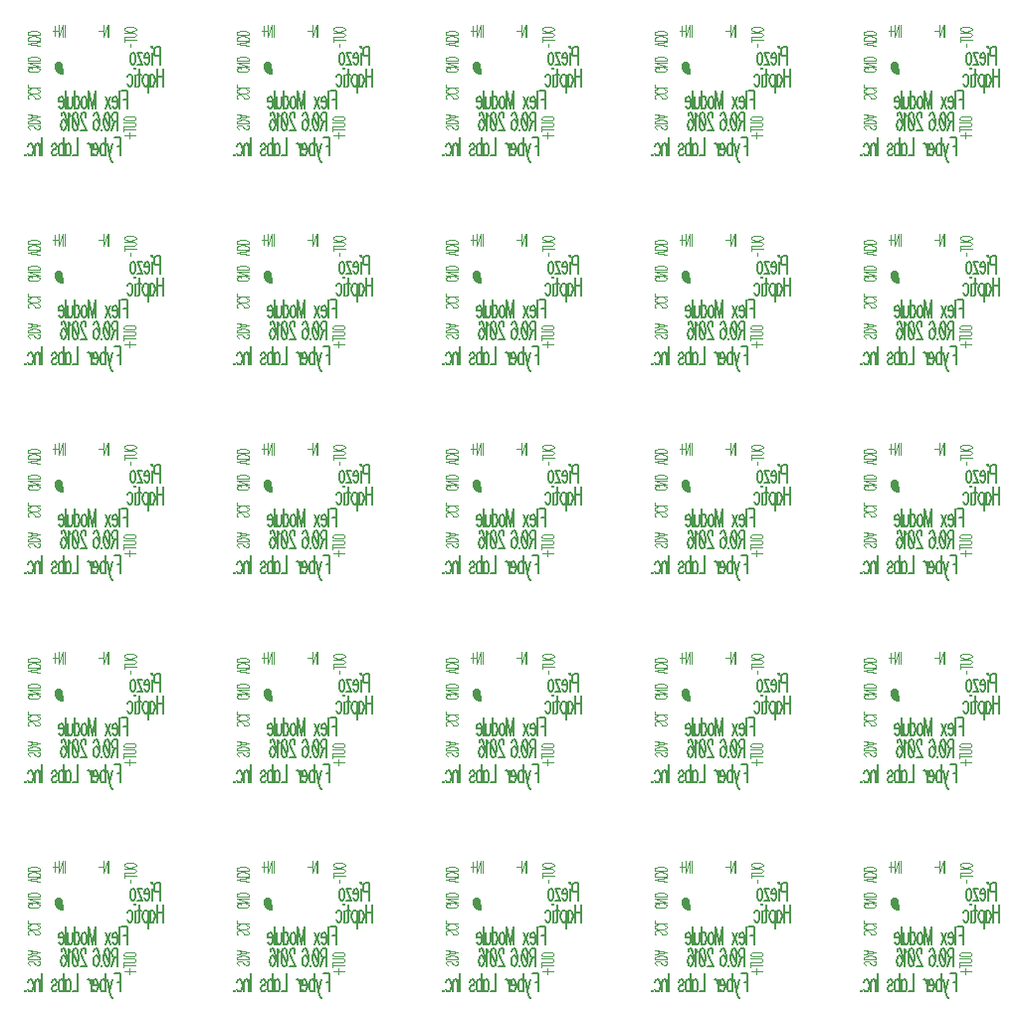
<source format=gbr>
G04 DipTrace 3.0.0.2*
G04 BottomSilk.gbr*
%MOIN*%
G04 #@! TF.FileFunction,Legend,Bot*
G04 #@! TF.Part,Single*
%ADD10C,0.009843*%
%ADD45O,0.028478X0.033987*%
%ADD85C,0.004374*%
%ADD86C,0.006562*%
%FSLAX26Y26*%
G04*
G70*
G90*
G75*
G01*
G04 BotSilk*
%LPD*%
G36*
X821414Y901845D2*
X797130Y926777D1*
X816161Y940429D1*
X821148Y934257D1*
X821414Y901845D1*
G37*
D45*
X810321Y929207D3*
X821539Y906437D2*
D10*
G02X801199Y926252I2670J23088D01*
G01*
X822066Y907354D2*
G03X819703Y931765I-38192J8623D01*
G01*
X1159666Y924397D2*
D86*
Y864109D1*
X1139570Y924397D2*
Y864109D1*
X1159666Y895679D2*
X1139570D1*
X1115797Y904301D2*
Y864109D1*
Y895679D2*
X1118649Y901449D1*
X1121534Y904301D1*
X1125812D1*
X1128697Y901449D1*
X1131549Y895679D1*
X1133008Y887057D1*
Y881353D1*
X1131549Y872731D1*
X1128697Y867027D1*
X1125812Y864109D1*
X1121534D1*
X1118649Y867027D1*
X1115797Y872731D1*
X1109236Y904301D2*
Y844013D1*
Y895679D2*
X1106351Y901383D1*
X1103499Y904301D1*
X1099188D1*
X1096303Y901383D1*
X1093451Y895679D1*
X1091992Y887057D1*
Y881287D1*
X1093451Y872731D1*
X1096303Y866961D1*
X1099188Y864109D1*
X1103499D1*
X1106351Y866961D1*
X1109236Y872731D1*
X1081119Y924397D2*
Y875583D1*
X1079693Y867027D1*
X1076808Y864109D1*
X1073956D1*
X1085430Y904301D2*
X1075382D1*
X1067394Y924397D2*
X1065968Y921545D1*
X1064509Y924397D1*
X1065968Y927315D1*
X1067394Y924397D1*
X1065968Y904301D2*
Y864109D1*
X1040703Y895679D2*
X1043588Y901449D1*
X1046474Y904301D1*
X1050751D1*
X1053636Y901449D1*
X1056488Y895679D1*
X1057948Y887057D1*
Y881353D1*
X1056488Y872731D1*
X1053636Y867027D1*
X1050751Y864109D1*
X1046474D1*
X1043588Y867027D1*
X1040703Y872731D1*
X1028165Y757653D2*
D85*
X1030066Y759577D1*
X1033913Y761478D1*
X1037716Y762451D1*
X1043464Y763401D1*
X1053058D1*
X1058762Y762451D1*
X1062609Y761478D1*
X1066412Y759577D1*
X1068357Y757653D1*
Y753829D1*
X1066412Y751927D1*
X1062609Y750004D1*
X1058762Y749053D1*
X1053058Y748103D1*
X1043464D1*
X1037716Y749054D1*
X1033913Y750004D1*
X1030066Y751928D1*
X1028165Y753829D1*
Y757653D1*
Y743728D2*
X1056861D1*
X1062609Y742778D1*
X1066412Y740854D1*
X1068357Y737980D1*
Y736079D1*
X1066412Y733205D1*
X1062609Y731282D1*
X1056861Y730331D1*
X1028165D1*
Y719258D2*
X1068357D1*
X1028165Y725957D2*
Y712559D1*
X1031061Y699585D2*
X1065505D1*
X1048305Y708185D2*
Y690963D1*
X1150689Y964759D2*
D86*
X1137756D1*
X1133478Y967611D1*
X1132019Y970529D1*
X1130593Y976233D1*
Y984855D1*
X1132019Y990558D1*
X1133478Y993477D1*
X1137756Y996329D1*
X1150689D1*
Y936041D1*
X1124031Y996329D2*
X1122605Y993477D1*
X1121146Y996329D1*
X1122605Y999247D1*
X1124031Y996329D1*
X1122605Y976233D2*
Y936041D1*
X1114585Y958988D2*
X1097374D1*
Y964759D1*
X1098800Y970529D1*
X1100226Y973381D1*
X1103111Y976233D1*
X1107422D1*
X1110274Y973381D1*
X1113159Y967611D1*
X1114585Y958988D1*
Y953285D1*
X1113159Y944663D1*
X1110274Y938959D1*
X1107422Y936041D1*
X1103111D1*
X1100226Y938959D1*
X1097374Y944663D1*
X1090812Y976233D2*
X1075027D1*
X1090812Y936041D1*
X1075027D1*
X1061302Y976233D2*
X1064154Y973381D1*
X1067039Y967611D1*
X1068465Y958988D1*
Y953285D1*
X1067039Y944663D1*
X1064154Y938959D1*
X1061302Y936041D1*
X1056991D1*
X1054106Y938959D1*
X1051254Y944663D1*
X1049795Y953285D1*
Y958988D1*
X1051254Y967611D1*
X1054106Y973381D1*
X1056991Y976233D1*
X1061302D1*
X1020163Y849364D2*
X1038833D1*
Y789076D1*
Y820646D2*
X1027359D1*
X1013601Y849364D2*
Y789076D1*
X1007039Y812024D2*
X989828D1*
Y817794D1*
X991254Y823564D1*
X992680Y826416D1*
X995565Y829268D1*
X999876D1*
X1002728Y826416D1*
X1005613Y820646D1*
X1007039Y812024D1*
Y806320D1*
X1005613Y797698D1*
X1002728Y791994D1*
X999876Y789076D1*
X995565D1*
X992680Y791994D1*
X989828Y797698D1*
X983267Y829268D2*
X967482Y789076D1*
Y829268D2*
X983267Y789076D1*
X911513D2*
Y849364D1*
X922987Y789076D1*
X934461Y849364D1*
Y789076D1*
X897789Y829268D2*
X900641Y826416D1*
X903526Y820646D1*
X904952Y812024D1*
Y806320D1*
X903526Y797698D1*
X900641Y791994D1*
X897789Y789076D1*
X893478D1*
X890593Y791994D1*
X887741Y797698D1*
X886282Y806320D1*
Y812024D1*
X887741Y820646D1*
X890593Y826416D1*
X893478Y829268D1*
X897789D1*
X862509Y849364D2*
Y789076D1*
Y820646D2*
X865361Y826416D1*
X868246Y829268D1*
X872557D1*
X875409Y826416D1*
X878294Y820646D1*
X879720Y812024D1*
Y806320D1*
X878294Y797698D1*
X875409Y791994D1*
X872557Y789076D1*
X868246D1*
X865361Y791994D1*
X862509Y797698D1*
X855947Y829268D2*
Y800550D1*
X854521Y791994D1*
X851636Y789076D1*
X847325D1*
X844473Y791994D1*
X840162Y800550D1*
Y829268D2*
Y789076D1*
X833601Y849364D2*
Y789076D1*
X827039Y812024D2*
X809828D1*
Y817794D1*
X811254Y823564D1*
X812680Y826416D1*
X815565Y829268D1*
X819876D1*
X822728Y826416D1*
X825613Y820646D1*
X827039Y812024D1*
Y806320D1*
X825613Y797698D1*
X822728Y791994D1*
X819876Y789076D1*
X815565D1*
X812680Y791994D1*
X809828Y797698D1*
X1008327Y746899D2*
X995427D1*
X991116Y749817D1*
X989657Y752669D1*
X988231Y758373D1*
Y764143D1*
X989657Y769847D1*
X991116Y772765D1*
X995427Y775617D1*
X1008327D1*
Y715329D1*
X998279Y746899D2*
X988231Y715329D1*
X973047Y775551D2*
X977358Y772699D1*
X980243Y764077D1*
X981669Y749751D1*
Y741129D1*
X980243Y726803D1*
X977358Y718181D1*
X973047Y715329D1*
X970195D1*
X965884Y718181D1*
X963032Y726803D1*
X961573Y741129D1*
Y749751D1*
X963032Y764077D1*
X965884Y772699D1*
X970195Y775551D1*
X973047D1*
X963032Y764077D2*
X980243Y726803D1*
X953586Y721099D2*
X955011Y718181D1*
X953586Y715329D1*
X952126Y718181D1*
X953586Y721099D1*
X928354Y766995D2*
X929780Y772699D1*
X934091Y775551D1*
X936943D1*
X941254Y772699D1*
X944139Y764077D1*
X945565Y749751D1*
Y735425D1*
X944139Y723951D1*
X941254Y718181D1*
X936943Y715329D1*
X935517D1*
X931239Y718181D1*
X928354Y723951D1*
X926928Y732573D1*
Y735425D1*
X928354Y744047D1*
X931239Y749751D1*
X935517Y752603D1*
X936943D1*
X941254Y749751D1*
X944139Y744047D1*
X945565Y735425D1*
X1029052Y1057244D2*
D85*
X1030953Y1059167D1*
X1034800Y1061069D1*
X1038603Y1062041D1*
X1044351Y1062992D1*
X1053946D1*
X1059649Y1062041D1*
X1063496Y1061069D1*
X1067299Y1059167D1*
X1069244Y1057244D1*
Y1053419D1*
X1067299Y1051518D1*
X1063496Y1049595D1*
X1059649Y1048644D1*
X1053946Y1047693D1*
X1044351D1*
X1038603Y1048644D1*
X1034800Y1049595D1*
X1030953Y1051518D1*
X1029052Y1053419D1*
Y1057244D1*
Y1043319D2*
X1057748D1*
X1063496Y1042368D1*
X1067299Y1040445D1*
X1069244Y1037571D1*
Y1035670D1*
X1067299Y1032796D1*
X1063496Y1030872D1*
X1057748Y1029922D1*
X1029052D1*
Y1018848D2*
X1069244D1*
X1029052Y1025547D2*
Y1012150D1*
X1049170Y1007775D2*
Y996721D1*
X998304Y691615D2*
D86*
X1016974D1*
Y631327D1*
Y662897D2*
X1005500D1*
X990283Y671519D2*
X981694Y631327D1*
X984546Y619853D1*
X987431Y614083D1*
X990283Y611231D1*
X991742D1*
X973072Y671519D2*
X981694Y631327D1*
X966510Y691615D2*
Y631327D1*
Y662897D2*
X963625Y668667D1*
X960773Y671519D1*
X956462D1*
X953610Y668667D1*
X950725Y662897D1*
X949299Y654275D1*
Y648571D1*
X950725Y639949D1*
X953610Y634245D1*
X956462Y631327D1*
X960773D1*
X963625Y634245D1*
X966510Y639949D1*
X942738Y654275D2*
X925527D1*
Y660045D1*
X926953Y665815D1*
X928379Y668667D1*
X931264Y671519D1*
X935575D1*
X938427Y668667D1*
X941312Y662897D1*
X942738Y654275D1*
Y648571D1*
X941312Y639949D1*
X938427Y634245D1*
X935575Y631327D1*
X931264D1*
X928379Y634245D1*
X925527Y639949D1*
X918965Y671519D2*
Y631327D1*
Y654275D2*
X917506Y662897D1*
X914654Y668667D1*
X911769Y671519D1*
X907458D1*
X874438Y691615D2*
Y631327D1*
X857227D1*
X833454Y671519D2*
Y631327D1*
Y662897D2*
X836306Y668667D1*
X839191Y671519D1*
X843469D1*
X846354Y668667D1*
X849206Y662897D1*
X850665Y654275D1*
Y648571D1*
X849206Y639949D1*
X846354Y634245D1*
X843469Y631327D1*
X839191D1*
X836306Y634245D1*
X833454Y639949D1*
X826892Y691615D2*
Y631327D1*
Y662897D2*
X824007Y668667D1*
X821155Y671519D1*
X816844D1*
X813992Y668667D1*
X811107Y662897D1*
X809681Y654275D1*
Y648571D1*
X811107Y639949D1*
X813992Y634245D1*
X816844Y631327D1*
X821155D1*
X824007Y634245D1*
X826892Y639949D1*
X787335Y662897D2*
X788761Y668667D1*
X793072Y671519D1*
X797383D1*
X801694Y668667D1*
X803120Y662897D1*
X801694Y657193D1*
X798809Y654275D1*
X791646Y651423D1*
X788761Y648571D1*
X787335Y642801D1*
Y639949D1*
X788761Y634245D1*
X793072Y631327D1*
X797383D1*
X801694Y634245D1*
X803120Y639949D1*
X754314Y691615D2*
Y631327D1*
X747753Y671519D2*
Y631327D1*
Y660045D2*
X743442Y668667D1*
X740557Y671519D1*
X736279D1*
X733394Y668667D1*
X731968Y660045D1*
Y631327D1*
X708162Y662897D2*
X711047Y668667D1*
X713932Y671519D1*
X718210D1*
X721095Y668667D1*
X723947Y662897D1*
X725406Y654275D1*
Y648571D1*
X723947Y639949D1*
X721095Y634245D1*
X718210Y631327D1*
X713932D1*
X711047Y634245D1*
X708162Y639949D1*
X700174Y637097D2*
X701600Y634179D1*
X700174Y631327D1*
X698715Y634179D1*
X700174Y637097D1*
X977600Y1068479D2*
D85*
Y1028287D1*
X959828Y1068479D2*
Y1028287D1*
X973226Y1068479D1*
Y1028287D1*
X955454Y1048361D2*
X944400D1*
X829070Y1070256D2*
Y1030064D1*
X811298Y1070256D2*
Y1030064D1*
X824695Y1070256D1*
Y1030064D1*
X798324Y1067360D2*
Y1032916D1*
X806924Y1050116D2*
X789702D1*
X901676Y761169D2*
D86*
Y764021D1*
X900250Y769791D1*
X898824Y772643D1*
X895939Y775495D1*
X890202D1*
X887350Y772643D1*
X885924Y769791D1*
X884465Y764021D1*
Y758317D1*
X885924Y752547D1*
X888776Y743991D1*
X903135Y715273D1*
X883039D1*
X867855Y775495D2*
X872167Y772643D1*
X875052Y764021D1*
X876478Y749695D1*
Y741073D1*
X875052Y726747D1*
X872167Y718125D1*
X867855Y715273D1*
X865004D1*
X860693Y718125D1*
X857841Y726747D1*
X856382Y741073D1*
Y749695D1*
X857841Y764021D1*
X860693Y772643D1*
X865004Y775495D1*
X867855D1*
X857841Y764021D2*
X875052Y726747D1*
X849820Y764021D2*
X846935Y766939D1*
X842624Y775495D1*
Y715273D1*
X818851Y766939D2*
X820277Y772643D1*
X824588Y775495D1*
X827440D1*
X831751Y772643D1*
X834636Y764021D1*
X836062Y749695D1*
Y735369D1*
X834636Y723895D1*
X831751Y718125D1*
X827440Y715273D1*
X826014D1*
X821736Y718125D1*
X818851Y723895D1*
X817425Y732517D1*
Y735369D1*
X818851Y743991D1*
X821736Y749695D1*
X826014Y752547D1*
X827440D1*
X831751Y749695D1*
X834636Y743991D1*
X836062Y735369D1*
X746689Y998279D2*
D85*
X706497Y1005928D1*
X746689Y1013578D1*
Y1017952D2*
X706497D1*
Y1024651D1*
X708443Y1027525D1*
X712245Y1029448D1*
X716092Y1030399D1*
X721796Y1031349D1*
X731391D1*
X737139Y1030399D1*
X740941Y1029448D1*
X744788Y1027525D1*
X746689Y1024651D1*
Y1017952D1*
Y1035724D2*
X706497D1*
Y1042422D1*
X708443Y1045296D1*
X712245Y1047220D1*
X716092Y1048170D1*
X721796Y1049121D1*
X731391D1*
X737139Y1048170D1*
X740941Y1047220D1*
X744788Y1045296D1*
X746689Y1042422D1*
Y1035724D1*
X737360Y926752D2*
X741163Y925801D1*
X745010Y923878D1*
X746911Y921977D1*
Y918152D1*
X745010Y916229D1*
X741163Y914327D1*
X737360Y913355D1*
X731612Y912404D1*
X722018D1*
X716314Y913355D1*
X712467Y914328D1*
X708665Y916229D1*
X706719Y918152D1*
Y921977D1*
X708665Y923878D1*
X712467Y925801D1*
X716314Y926752D1*
X722018D1*
Y921977D1*
X746911Y944524D2*
X706719D1*
X746911Y931126D1*
X706719Y931127D1*
X746911Y948898D2*
X706719D1*
Y955597D1*
X708665Y958471D1*
X712467Y960394D1*
X716314Y961345D1*
X722018Y962296D1*
X731612D1*
X737361Y961345D1*
X741163Y960394D1*
X745010Y958471D1*
X746911Y955597D1*
Y948898D1*
X740395Y835958D2*
X744242Y834057D1*
X746143Y831183D1*
Y827358D1*
X744242Y824484D1*
X740395Y822561D1*
X736593D1*
X732746Y823534D1*
X730845Y824484D1*
X728943Y826386D1*
X725097Y832134D1*
X723195Y834057D1*
X721250Y835008D1*
X717447Y835958D1*
X711699D1*
X707897Y834057D1*
X705951Y831183D1*
Y827359D1*
X707897Y824485D1*
X711699Y822561D1*
X736593Y854681D2*
X740395Y853730D1*
X744242Y851807D1*
X746143Y849905D1*
Y846081D1*
X744242Y844157D1*
X740395Y842256D1*
X736593Y841283D1*
X730845Y840333D1*
X721250D1*
X715546Y841284D1*
X711699Y842256D1*
X707897Y844158D1*
X705951Y846081D1*
Y849906D1*
X707897Y851807D1*
X711699Y853730D1*
X715546Y854681D1*
X746143Y859055D2*
X705951D1*
Y870529D1*
X741827Y733844D2*
X745674Y731943D1*
X747575Y729069D1*
Y725244D1*
X745674Y722370D1*
X741827Y720447D1*
X738024D1*
X734178Y721420D1*
X732276Y722370D1*
X730375Y724272D1*
X726528Y730020D1*
X724627Y731943D1*
X722682Y732894D1*
X718879Y733844D1*
X713131D1*
X709329Y731943D1*
X707383Y729069D1*
Y725245D1*
X709329Y722371D1*
X713131Y720447D1*
X747575Y738219D2*
X707383D1*
Y744918D1*
X709329Y747792D1*
X713131Y749715D1*
X716978Y750666D1*
X722682Y751616D1*
X732276D1*
X738025Y750666D1*
X741827Y749715D1*
X745674Y747792D1*
X747575Y744918D1*
Y738219D1*
X707383Y771311D2*
X747575Y763640D1*
X707383Y755991D1*
X720780Y758865D2*
Y768437D1*
G36*
X1521414Y901845D2*
X1497130Y926777D1*
X1516161Y940429D1*
X1521148Y934257D1*
X1521414Y901845D1*
G37*
D45*
X1510321Y929207D3*
X1521539Y906437D2*
D10*
G02X1501199Y926252I2670J23088D01*
G01*
X1522066Y907354D2*
G03X1519703Y931765I-38192J8623D01*
G01*
X1859666Y924397D2*
D86*
Y864109D1*
X1839570Y924397D2*
Y864109D1*
X1859666Y895679D2*
X1839570D1*
X1815797Y904301D2*
Y864109D1*
Y895679D2*
X1818649Y901449D1*
X1821534Y904301D1*
X1825812D1*
X1828697Y901449D1*
X1831549Y895679D1*
X1833008Y887057D1*
Y881353D1*
X1831549Y872731D1*
X1828697Y867027D1*
X1825812Y864109D1*
X1821534D1*
X1818649Y867027D1*
X1815797Y872731D1*
X1809236Y904301D2*
Y844013D1*
Y895679D2*
X1806351Y901383D1*
X1803499Y904301D1*
X1799188D1*
X1796303Y901383D1*
X1793451Y895679D1*
X1791992Y887057D1*
Y881287D1*
X1793451Y872731D1*
X1796303Y866961D1*
X1799188Y864109D1*
X1803499D1*
X1806351Y866961D1*
X1809236Y872731D1*
X1781119Y924397D2*
Y875583D1*
X1779693Y867027D1*
X1776808Y864109D1*
X1773956D1*
X1785430Y904301D2*
X1775382D1*
X1767394Y924397D2*
X1765968Y921545D1*
X1764509Y924397D1*
X1765968Y927315D1*
X1767394Y924397D1*
X1765968Y904301D2*
Y864109D1*
X1740703Y895679D2*
X1743588Y901449D1*
X1746474Y904301D1*
X1750751D1*
X1753636Y901449D1*
X1756488Y895679D1*
X1757948Y887057D1*
Y881353D1*
X1756488Y872731D1*
X1753636Y867027D1*
X1750751Y864109D1*
X1746474D1*
X1743588Y867027D1*
X1740703Y872731D1*
X1728165Y757653D2*
D85*
X1730066Y759577D1*
X1733913Y761478D1*
X1737716Y762451D1*
X1743464Y763401D1*
X1753058D1*
X1758762Y762451D1*
X1762609Y761478D1*
X1766412Y759577D1*
X1768357Y757653D1*
Y753829D1*
X1766412Y751927D1*
X1762609Y750004D1*
X1758762Y749053D1*
X1753058Y748103D1*
X1743464D1*
X1737716Y749054D1*
X1733913Y750004D1*
X1730066Y751928D1*
X1728165Y753829D1*
Y757653D1*
Y743728D2*
X1756861D1*
X1762609Y742778D1*
X1766412Y740854D1*
X1768357Y737980D1*
Y736079D1*
X1766412Y733205D1*
X1762609Y731282D1*
X1756861Y730331D1*
X1728165D1*
Y719258D2*
X1768357D1*
X1728165Y725957D2*
Y712559D1*
X1731061Y699585D2*
X1765505D1*
X1748305Y708185D2*
Y690963D1*
X1850689Y964759D2*
D86*
X1837756D1*
X1833478Y967611D1*
X1832019Y970529D1*
X1830593Y976233D1*
Y984855D1*
X1832019Y990558D1*
X1833478Y993477D1*
X1837756Y996329D1*
X1850689D1*
Y936041D1*
X1824031Y996329D2*
X1822605Y993477D1*
X1821146Y996329D1*
X1822605Y999247D1*
X1824031Y996329D1*
X1822605Y976233D2*
Y936041D1*
X1814585Y958988D2*
X1797374D1*
Y964759D1*
X1798800Y970529D1*
X1800226Y973381D1*
X1803111Y976233D1*
X1807422D1*
X1810274Y973381D1*
X1813159Y967611D1*
X1814585Y958988D1*
Y953285D1*
X1813159Y944663D1*
X1810274Y938959D1*
X1807422Y936041D1*
X1803111D1*
X1800226Y938959D1*
X1797374Y944663D1*
X1790812Y976233D2*
X1775027D1*
X1790812Y936041D1*
X1775027D1*
X1761302Y976233D2*
X1764154Y973381D1*
X1767039Y967611D1*
X1768465Y958988D1*
Y953285D1*
X1767039Y944663D1*
X1764154Y938959D1*
X1761302Y936041D1*
X1756991D1*
X1754106Y938959D1*
X1751254Y944663D1*
X1749795Y953285D1*
Y958988D1*
X1751254Y967611D1*
X1754106Y973381D1*
X1756991Y976233D1*
X1761302D1*
X1720163Y849364D2*
X1738833D1*
Y789076D1*
Y820646D2*
X1727359D1*
X1713601Y849364D2*
Y789076D1*
X1707039Y812024D2*
X1689828D1*
Y817794D1*
X1691254Y823564D1*
X1692680Y826416D1*
X1695565Y829268D1*
X1699876D1*
X1702728Y826416D1*
X1705613Y820646D1*
X1707039Y812024D1*
Y806320D1*
X1705613Y797698D1*
X1702728Y791994D1*
X1699876Y789076D1*
X1695565D1*
X1692680Y791994D1*
X1689828Y797698D1*
X1683267Y829268D2*
X1667482Y789076D1*
Y829268D2*
X1683267Y789076D1*
X1611513D2*
Y849364D1*
X1622987Y789076D1*
X1634461Y849364D1*
Y789076D1*
X1597789Y829268D2*
X1600641Y826416D1*
X1603526Y820646D1*
X1604952Y812024D1*
Y806320D1*
X1603526Y797698D1*
X1600641Y791994D1*
X1597789Y789076D1*
X1593478D1*
X1590593Y791994D1*
X1587741Y797698D1*
X1586282Y806320D1*
Y812024D1*
X1587741Y820646D1*
X1590593Y826416D1*
X1593478Y829268D1*
X1597789D1*
X1562509Y849364D2*
Y789076D1*
Y820646D2*
X1565361Y826416D1*
X1568246Y829268D1*
X1572557D1*
X1575409Y826416D1*
X1578294Y820646D1*
X1579720Y812024D1*
Y806320D1*
X1578294Y797698D1*
X1575409Y791994D1*
X1572557Y789076D1*
X1568246D1*
X1565361Y791994D1*
X1562509Y797698D1*
X1555947Y829268D2*
Y800550D1*
X1554521Y791994D1*
X1551636Y789076D1*
X1547325D1*
X1544473Y791994D1*
X1540162Y800550D1*
Y829268D2*
Y789076D1*
X1533601Y849364D2*
Y789076D1*
X1527039Y812024D2*
X1509828D1*
Y817794D1*
X1511254Y823564D1*
X1512680Y826416D1*
X1515565Y829268D1*
X1519876D1*
X1522728Y826416D1*
X1525613Y820646D1*
X1527039Y812024D1*
Y806320D1*
X1525613Y797698D1*
X1522728Y791994D1*
X1519876Y789076D1*
X1515565D1*
X1512680Y791994D1*
X1509828Y797698D1*
X1708327Y746899D2*
X1695427D1*
X1691116Y749817D1*
X1689657Y752669D1*
X1688231Y758373D1*
Y764143D1*
X1689657Y769847D1*
X1691116Y772765D1*
X1695427Y775617D1*
X1708327D1*
Y715329D1*
X1698279Y746899D2*
X1688231Y715329D1*
X1673047Y775551D2*
X1677358Y772699D1*
X1680243Y764077D1*
X1681669Y749751D1*
Y741129D1*
X1680243Y726803D1*
X1677358Y718181D1*
X1673047Y715329D1*
X1670195D1*
X1665884Y718181D1*
X1663032Y726803D1*
X1661573Y741129D1*
Y749751D1*
X1663032Y764077D1*
X1665884Y772699D1*
X1670195Y775551D1*
X1673047D1*
X1663032Y764077D2*
X1680243Y726803D1*
X1653586Y721099D2*
X1655011Y718181D1*
X1653586Y715329D1*
X1652126Y718181D1*
X1653586Y721099D1*
X1628354Y766995D2*
X1629780Y772699D1*
X1634091Y775551D1*
X1636943D1*
X1641254Y772699D1*
X1644139Y764077D1*
X1645565Y749751D1*
Y735425D1*
X1644139Y723951D1*
X1641254Y718181D1*
X1636943Y715329D1*
X1635517D1*
X1631239Y718181D1*
X1628354Y723951D1*
X1626928Y732573D1*
Y735425D1*
X1628354Y744047D1*
X1631239Y749751D1*
X1635517Y752603D1*
X1636943D1*
X1641254Y749751D1*
X1644139Y744047D1*
X1645565Y735425D1*
X1729052Y1057244D2*
D85*
X1730953Y1059167D1*
X1734800Y1061069D1*
X1738603Y1062041D1*
X1744351Y1062992D1*
X1753946D1*
X1759649Y1062041D1*
X1763496Y1061069D1*
X1767299Y1059167D1*
X1769244Y1057244D1*
Y1053419D1*
X1767299Y1051518D1*
X1763496Y1049595D1*
X1759649Y1048644D1*
X1753946Y1047693D1*
X1744351D1*
X1738603Y1048644D1*
X1734800Y1049595D1*
X1730953Y1051518D1*
X1729052Y1053419D1*
Y1057244D1*
Y1043319D2*
X1757748D1*
X1763496Y1042368D1*
X1767299Y1040445D1*
X1769244Y1037571D1*
Y1035670D1*
X1767299Y1032796D1*
X1763496Y1030872D1*
X1757748Y1029922D1*
X1729052D1*
Y1018848D2*
X1769244D1*
X1729052Y1025547D2*
Y1012150D1*
X1749170Y1007775D2*
Y996721D1*
X1698304Y691615D2*
D86*
X1716974D1*
Y631327D1*
Y662897D2*
X1705500D1*
X1690283Y671519D2*
X1681694Y631327D1*
X1684546Y619853D1*
X1687431Y614083D1*
X1690283Y611231D1*
X1691742D1*
X1673072Y671519D2*
X1681694Y631327D1*
X1666510Y691615D2*
Y631327D1*
Y662897D2*
X1663625Y668667D1*
X1660773Y671519D1*
X1656462D1*
X1653610Y668667D1*
X1650725Y662897D1*
X1649299Y654275D1*
Y648571D1*
X1650725Y639949D1*
X1653610Y634245D1*
X1656462Y631327D1*
X1660773D1*
X1663625Y634245D1*
X1666510Y639949D1*
X1642738Y654275D2*
X1625527D1*
Y660045D1*
X1626953Y665815D1*
X1628379Y668667D1*
X1631264Y671519D1*
X1635575D1*
X1638427Y668667D1*
X1641312Y662897D1*
X1642738Y654275D1*
Y648571D1*
X1641312Y639949D1*
X1638427Y634245D1*
X1635575Y631327D1*
X1631264D1*
X1628379Y634245D1*
X1625527Y639949D1*
X1618965Y671519D2*
Y631327D1*
Y654275D2*
X1617506Y662897D1*
X1614654Y668667D1*
X1611769Y671519D1*
X1607458D1*
X1574438Y691615D2*
Y631327D1*
X1557227D1*
X1533454Y671519D2*
Y631327D1*
Y662897D2*
X1536306Y668667D1*
X1539191Y671519D1*
X1543469D1*
X1546354Y668667D1*
X1549206Y662897D1*
X1550665Y654275D1*
Y648571D1*
X1549206Y639949D1*
X1546354Y634245D1*
X1543469Y631327D1*
X1539191D1*
X1536306Y634245D1*
X1533454Y639949D1*
X1526892Y691615D2*
Y631327D1*
Y662897D2*
X1524007Y668667D1*
X1521155Y671519D1*
X1516844D1*
X1513992Y668667D1*
X1511107Y662897D1*
X1509681Y654275D1*
Y648571D1*
X1511107Y639949D1*
X1513992Y634245D1*
X1516844Y631327D1*
X1521155D1*
X1524007Y634245D1*
X1526892Y639949D1*
X1487335Y662897D2*
X1488761Y668667D1*
X1493072Y671519D1*
X1497383D1*
X1501694Y668667D1*
X1503120Y662897D1*
X1501694Y657193D1*
X1498809Y654275D1*
X1491646Y651423D1*
X1488761Y648571D1*
X1487335Y642801D1*
Y639949D1*
X1488761Y634245D1*
X1493072Y631327D1*
X1497383D1*
X1501694Y634245D1*
X1503120Y639949D1*
X1454314Y691615D2*
Y631327D1*
X1447753Y671519D2*
Y631327D1*
Y660045D2*
X1443442Y668667D1*
X1440557Y671519D1*
X1436279D1*
X1433394Y668667D1*
X1431968Y660045D1*
Y631327D1*
X1408162Y662897D2*
X1411047Y668667D1*
X1413932Y671519D1*
X1418210D1*
X1421095Y668667D1*
X1423947Y662897D1*
X1425406Y654275D1*
Y648571D1*
X1423947Y639949D1*
X1421095Y634245D1*
X1418210Y631327D1*
X1413932D1*
X1411047Y634245D1*
X1408162Y639949D1*
X1400174Y637097D2*
X1401600Y634179D1*
X1400174Y631327D1*
X1398715Y634179D1*
X1400174Y637097D1*
X1677600Y1068479D2*
D85*
Y1028287D1*
X1659828Y1068479D2*
Y1028287D1*
X1673226Y1068479D1*
Y1028287D1*
X1655454Y1048361D2*
X1644400D1*
X1529070Y1070256D2*
Y1030064D1*
X1511298Y1070256D2*
Y1030064D1*
X1524695Y1070256D1*
Y1030064D1*
X1498324Y1067360D2*
Y1032916D1*
X1506924Y1050116D2*
X1489702D1*
X1601676Y761169D2*
D86*
Y764021D1*
X1600250Y769791D1*
X1598824Y772643D1*
X1595939Y775495D1*
X1590202D1*
X1587350Y772643D1*
X1585924Y769791D1*
X1584465Y764021D1*
Y758317D1*
X1585924Y752547D1*
X1588776Y743991D1*
X1603135Y715273D1*
X1583039D1*
X1567855Y775495D2*
X1572167Y772643D1*
X1575052Y764021D1*
X1576478Y749695D1*
Y741073D1*
X1575052Y726747D1*
X1572167Y718125D1*
X1567855Y715273D1*
X1565004D1*
X1560693Y718125D1*
X1557841Y726747D1*
X1556382Y741073D1*
Y749695D1*
X1557841Y764021D1*
X1560693Y772643D1*
X1565004Y775495D1*
X1567855D1*
X1557841Y764021D2*
X1575052Y726747D1*
X1549820Y764021D2*
X1546935Y766939D1*
X1542624Y775495D1*
Y715273D1*
X1518851Y766939D2*
X1520277Y772643D1*
X1524588Y775495D1*
X1527440D1*
X1531751Y772643D1*
X1534636Y764021D1*
X1536062Y749695D1*
Y735369D1*
X1534636Y723895D1*
X1531751Y718125D1*
X1527440Y715273D1*
X1526014D1*
X1521736Y718125D1*
X1518851Y723895D1*
X1517425Y732517D1*
Y735369D1*
X1518851Y743991D1*
X1521736Y749695D1*
X1526014Y752547D1*
X1527440D1*
X1531751Y749695D1*
X1534636Y743991D1*
X1536062Y735369D1*
X1446689Y998279D2*
D85*
X1406497Y1005928D1*
X1446689Y1013578D1*
Y1017952D2*
X1406497D1*
Y1024651D1*
X1408443Y1027525D1*
X1412245Y1029448D1*
X1416092Y1030399D1*
X1421796Y1031349D1*
X1431391D1*
X1437139Y1030399D1*
X1440941Y1029448D1*
X1444788Y1027525D1*
X1446689Y1024651D1*
Y1017952D1*
Y1035724D2*
X1406497D1*
Y1042422D1*
X1408443Y1045296D1*
X1412245Y1047220D1*
X1416092Y1048170D1*
X1421796Y1049121D1*
X1431391D1*
X1437139Y1048170D1*
X1440941Y1047220D1*
X1444788Y1045296D1*
X1446689Y1042422D1*
Y1035724D1*
X1437360Y926752D2*
X1441163Y925801D1*
X1445010Y923878D1*
X1446911Y921977D1*
Y918152D1*
X1445010Y916229D1*
X1441163Y914327D1*
X1437360Y913355D1*
X1431612Y912404D1*
X1422018D1*
X1416314Y913355D1*
X1412467Y914328D1*
X1408665Y916229D1*
X1406719Y918152D1*
Y921977D1*
X1408665Y923878D1*
X1412467Y925801D1*
X1416314Y926752D1*
X1422018D1*
Y921977D1*
X1446911Y944524D2*
X1406719D1*
X1446911Y931126D1*
X1406719Y931127D1*
X1446911Y948898D2*
X1406719D1*
Y955597D1*
X1408665Y958471D1*
X1412467Y960394D1*
X1416314Y961345D1*
X1422018Y962296D1*
X1431612D1*
X1437361Y961345D1*
X1441163Y960394D1*
X1445010Y958471D1*
X1446911Y955597D1*
Y948898D1*
X1440395Y835958D2*
X1444242Y834057D1*
X1446143Y831183D1*
Y827358D1*
X1444242Y824484D1*
X1440395Y822561D1*
X1436593D1*
X1432746Y823534D1*
X1430845Y824484D1*
X1428943Y826386D1*
X1425097Y832134D1*
X1423195Y834057D1*
X1421250Y835008D1*
X1417447Y835958D1*
X1411699D1*
X1407897Y834057D1*
X1405951Y831183D1*
Y827359D1*
X1407897Y824485D1*
X1411699Y822561D1*
X1436593Y854681D2*
X1440395Y853730D1*
X1444242Y851807D1*
X1446143Y849905D1*
Y846081D1*
X1444242Y844157D1*
X1440395Y842256D1*
X1436593Y841283D1*
X1430845Y840333D1*
X1421250D1*
X1415546Y841284D1*
X1411699Y842256D1*
X1407897Y844158D1*
X1405951Y846081D1*
Y849906D1*
X1407897Y851807D1*
X1411699Y853730D1*
X1415546Y854681D1*
X1446143Y859055D2*
X1405951D1*
Y870529D1*
X1441827Y733844D2*
X1445674Y731943D1*
X1447575Y729069D1*
Y725244D1*
X1445674Y722370D1*
X1441827Y720447D1*
X1438024D1*
X1434178Y721420D1*
X1432276Y722370D1*
X1430375Y724272D1*
X1426528Y730020D1*
X1424627Y731943D1*
X1422682Y732894D1*
X1418879Y733844D1*
X1413131D1*
X1409329Y731943D1*
X1407383Y729069D1*
Y725245D1*
X1409329Y722371D1*
X1413131Y720447D1*
X1447575Y738219D2*
X1407383D1*
Y744918D1*
X1409329Y747792D1*
X1413131Y749715D1*
X1416978Y750666D1*
X1422682Y751616D1*
X1432276D1*
X1438025Y750666D1*
X1441827Y749715D1*
X1445674Y747792D1*
X1447575Y744918D1*
Y738219D1*
X1407383Y771311D2*
X1447575Y763640D1*
X1407383Y755991D1*
X1420780Y758865D2*
Y768437D1*
G36*
X2221414Y901845D2*
X2197130Y926777D1*
X2216161Y940429D1*
X2221148Y934257D1*
X2221414Y901845D1*
G37*
D45*
X2210321Y929207D3*
X2221539Y906437D2*
D10*
G02X2201199Y926252I2670J23088D01*
G01*
X2222066Y907354D2*
G03X2219703Y931765I-38192J8623D01*
G01*
X2559666Y924397D2*
D86*
Y864109D1*
X2539570Y924397D2*
Y864109D1*
X2559666Y895679D2*
X2539570D1*
X2515797Y904301D2*
Y864109D1*
Y895679D2*
X2518649Y901449D1*
X2521534Y904301D1*
X2525812D1*
X2528697Y901449D1*
X2531549Y895679D1*
X2533008Y887057D1*
Y881353D1*
X2531549Y872731D1*
X2528697Y867027D1*
X2525812Y864109D1*
X2521534D1*
X2518649Y867027D1*
X2515797Y872731D1*
X2509236Y904301D2*
Y844013D1*
Y895679D2*
X2506351Y901383D1*
X2503499Y904301D1*
X2499188D1*
X2496303Y901383D1*
X2493451Y895679D1*
X2491992Y887057D1*
Y881287D1*
X2493451Y872731D1*
X2496303Y866961D1*
X2499188Y864109D1*
X2503499D1*
X2506351Y866961D1*
X2509236Y872731D1*
X2481119Y924397D2*
Y875583D1*
X2479693Y867027D1*
X2476808Y864109D1*
X2473956D1*
X2485430Y904301D2*
X2475382D1*
X2467394Y924397D2*
X2465968Y921545D1*
X2464509Y924397D1*
X2465968Y927315D1*
X2467394Y924397D1*
X2465968Y904301D2*
Y864109D1*
X2440703Y895679D2*
X2443588Y901449D1*
X2446474Y904301D1*
X2450751D1*
X2453636Y901449D1*
X2456488Y895679D1*
X2457948Y887057D1*
Y881353D1*
X2456488Y872731D1*
X2453636Y867027D1*
X2450751Y864109D1*
X2446474D1*
X2443588Y867027D1*
X2440703Y872731D1*
X2428165Y757653D2*
D85*
X2430066Y759577D1*
X2433913Y761478D1*
X2437716Y762451D1*
X2443464Y763401D1*
X2453058D1*
X2458762Y762451D1*
X2462609Y761478D1*
X2466412Y759577D1*
X2468357Y757653D1*
Y753829D1*
X2466412Y751927D1*
X2462609Y750004D1*
X2458762Y749053D1*
X2453058Y748103D1*
X2443464D1*
X2437716Y749054D1*
X2433913Y750004D1*
X2430066Y751928D1*
X2428165Y753829D1*
Y757653D1*
Y743728D2*
X2456861D1*
X2462609Y742778D1*
X2466412Y740854D1*
X2468357Y737980D1*
Y736079D1*
X2466412Y733205D1*
X2462609Y731282D1*
X2456861Y730331D1*
X2428165D1*
Y719258D2*
X2468357D1*
X2428165Y725957D2*
Y712559D1*
X2431061Y699585D2*
X2465505D1*
X2448305Y708185D2*
Y690963D1*
X2550689Y964759D2*
D86*
X2537756D1*
X2533478Y967611D1*
X2532019Y970529D1*
X2530593Y976233D1*
Y984855D1*
X2532019Y990558D1*
X2533478Y993477D1*
X2537756Y996329D1*
X2550689D1*
Y936041D1*
X2524031Y996329D2*
X2522605Y993477D1*
X2521146Y996329D1*
X2522605Y999247D1*
X2524031Y996329D1*
X2522605Y976233D2*
Y936041D1*
X2514585Y958988D2*
X2497374D1*
Y964759D1*
X2498800Y970529D1*
X2500226Y973381D1*
X2503111Y976233D1*
X2507422D1*
X2510274Y973381D1*
X2513159Y967611D1*
X2514585Y958988D1*
Y953285D1*
X2513159Y944663D1*
X2510274Y938959D1*
X2507422Y936041D1*
X2503111D1*
X2500226Y938959D1*
X2497374Y944663D1*
X2490812Y976233D2*
X2475027D1*
X2490812Y936041D1*
X2475027D1*
X2461302Y976233D2*
X2464154Y973381D1*
X2467039Y967611D1*
X2468465Y958988D1*
Y953285D1*
X2467039Y944663D1*
X2464154Y938959D1*
X2461302Y936041D1*
X2456991D1*
X2454106Y938959D1*
X2451254Y944663D1*
X2449795Y953285D1*
Y958988D1*
X2451254Y967611D1*
X2454106Y973381D1*
X2456991Y976233D1*
X2461302D1*
X2420163Y849364D2*
X2438833D1*
Y789076D1*
Y820646D2*
X2427359D1*
X2413601Y849364D2*
Y789076D1*
X2407039Y812024D2*
X2389828D1*
Y817794D1*
X2391254Y823564D1*
X2392680Y826416D1*
X2395565Y829268D1*
X2399876D1*
X2402728Y826416D1*
X2405613Y820646D1*
X2407039Y812024D1*
Y806320D1*
X2405613Y797698D1*
X2402728Y791994D1*
X2399876Y789076D1*
X2395565D1*
X2392680Y791994D1*
X2389828Y797698D1*
X2383267Y829268D2*
X2367482Y789076D1*
Y829268D2*
X2383267Y789076D1*
X2311513D2*
Y849364D1*
X2322987Y789076D1*
X2334461Y849364D1*
Y789076D1*
X2297789Y829268D2*
X2300641Y826416D1*
X2303526Y820646D1*
X2304952Y812024D1*
Y806320D1*
X2303526Y797698D1*
X2300641Y791994D1*
X2297789Y789076D1*
X2293478D1*
X2290593Y791994D1*
X2287741Y797698D1*
X2286282Y806320D1*
Y812024D1*
X2287741Y820646D1*
X2290593Y826416D1*
X2293478Y829268D1*
X2297789D1*
X2262509Y849364D2*
Y789076D1*
Y820646D2*
X2265361Y826416D1*
X2268246Y829268D1*
X2272557D1*
X2275409Y826416D1*
X2278294Y820646D1*
X2279720Y812024D1*
Y806320D1*
X2278294Y797698D1*
X2275409Y791994D1*
X2272557Y789076D1*
X2268246D1*
X2265361Y791994D1*
X2262509Y797698D1*
X2255947Y829268D2*
Y800550D1*
X2254521Y791994D1*
X2251636Y789076D1*
X2247325D1*
X2244473Y791994D1*
X2240162Y800550D1*
Y829268D2*
Y789076D1*
X2233601Y849364D2*
Y789076D1*
X2227039Y812024D2*
X2209828D1*
Y817794D1*
X2211254Y823564D1*
X2212680Y826416D1*
X2215565Y829268D1*
X2219876D1*
X2222728Y826416D1*
X2225613Y820646D1*
X2227039Y812024D1*
Y806320D1*
X2225613Y797698D1*
X2222728Y791994D1*
X2219876Y789076D1*
X2215565D1*
X2212680Y791994D1*
X2209828Y797698D1*
X2408327Y746899D2*
X2395427D1*
X2391116Y749817D1*
X2389657Y752669D1*
X2388231Y758373D1*
Y764143D1*
X2389657Y769847D1*
X2391116Y772765D1*
X2395427Y775617D1*
X2408327D1*
Y715329D1*
X2398279Y746899D2*
X2388231Y715329D1*
X2373047Y775551D2*
X2377358Y772699D1*
X2380243Y764077D1*
X2381669Y749751D1*
Y741129D1*
X2380243Y726803D1*
X2377358Y718181D1*
X2373047Y715329D1*
X2370195D1*
X2365884Y718181D1*
X2363032Y726803D1*
X2361573Y741129D1*
Y749751D1*
X2363032Y764077D1*
X2365884Y772699D1*
X2370195Y775551D1*
X2373047D1*
X2363032Y764077D2*
X2380243Y726803D1*
X2353586Y721099D2*
X2355011Y718181D1*
X2353586Y715329D1*
X2352126Y718181D1*
X2353586Y721099D1*
X2328354Y766995D2*
X2329780Y772699D1*
X2334091Y775551D1*
X2336943D1*
X2341254Y772699D1*
X2344139Y764077D1*
X2345565Y749751D1*
Y735425D1*
X2344139Y723951D1*
X2341254Y718181D1*
X2336943Y715329D1*
X2335517D1*
X2331239Y718181D1*
X2328354Y723951D1*
X2326928Y732573D1*
Y735425D1*
X2328354Y744047D1*
X2331239Y749751D1*
X2335517Y752603D1*
X2336943D1*
X2341254Y749751D1*
X2344139Y744047D1*
X2345565Y735425D1*
X2429052Y1057244D2*
D85*
X2430953Y1059167D1*
X2434800Y1061069D1*
X2438603Y1062041D1*
X2444351Y1062992D1*
X2453946D1*
X2459649Y1062041D1*
X2463496Y1061069D1*
X2467299Y1059167D1*
X2469244Y1057244D1*
Y1053419D1*
X2467299Y1051518D1*
X2463496Y1049595D1*
X2459649Y1048644D1*
X2453946Y1047693D1*
X2444351D1*
X2438603Y1048644D1*
X2434800Y1049595D1*
X2430953Y1051518D1*
X2429052Y1053419D1*
Y1057244D1*
Y1043319D2*
X2457748D1*
X2463496Y1042368D1*
X2467299Y1040445D1*
X2469244Y1037571D1*
Y1035670D1*
X2467299Y1032796D1*
X2463496Y1030872D1*
X2457748Y1029922D1*
X2429052D1*
Y1018848D2*
X2469244D1*
X2429052Y1025547D2*
Y1012150D1*
X2449170Y1007775D2*
Y996721D1*
X2398304Y691615D2*
D86*
X2416974D1*
Y631327D1*
Y662897D2*
X2405500D1*
X2390283Y671519D2*
X2381694Y631327D1*
X2384546Y619853D1*
X2387431Y614083D1*
X2390283Y611231D1*
X2391742D1*
X2373072Y671519D2*
X2381694Y631327D1*
X2366510Y691615D2*
Y631327D1*
Y662897D2*
X2363625Y668667D1*
X2360773Y671519D1*
X2356462D1*
X2353610Y668667D1*
X2350725Y662897D1*
X2349299Y654275D1*
Y648571D1*
X2350725Y639949D1*
X2353610Y634245D1*
X2356462Y631327D1*
X2360773D1*
X2363625Y634245D1*
X2366510Y639949D1*
X2342738Y654275D2*
X2325527D1*
Y660045D1*
X2326953Y665815D1*
X2328379Y668667D1*
X2331264Y671519D1*
X2335575D1*
X2338427Y668667D1*
X2341312Y662897D1*
X2342738Y654275D1*
Y648571D1*
X2341312Y639949D1*
X2338427Y634245D1*
X2335575Y631327D1*
X2331264D1*
X2328379Y634245D1*
X2325527Y639949D1*
X2318965Y671519D2*
Y631327D1*
Y654275D2*
X2317506Y662897D1*
X2314654Y668667D1*
X2311769Y671519D1*
X2307458D1*
X2274438Y691615D2*
Y631327D1*
X2257227D1*
X2233454Y671519D2*
Y631327D1*
Y662897D2*
X2236306Y668667D1*
X2239191Y671519D1*
X2243469D1*
X2246354Y668667D1*
X2249206Y662897D1*
X2250665Y654275D1*
Y648571D1*
X2249206Y639949D1*
X2246354Y634245D1*
X2243469Y631327D1*
X2239191D1*
X2236306Y634245D1*
X2233454Y639949D1*
X2226892Y691615D2*
Y631327D1*
Y662897D2*
X2224007Y668667D1*
X2221155Y671519D1*
X2216844D1*
X2213992Y668667D1*
X2211107Y662897D1*
X2209681Y654275D1*
Y648571D1*
X2211107Y639949D1*
X2213992Y634245D1*
X2216844Y631327D1*
X2221155D1*
X2224007Y634245D1*
X2226892Y639949D1*
X2187335Y662897D2*
X2188761Y668667D1*
X2193072Y671519D1*
X2197383D1*
X2201694Y668667D1*
X2203120Y662897D1*
X2201694Y657193D1*
X2198809Y654275D1*
X2191646Y651423D1*
X2188761Y648571D1*
X2187335Y642801D1*
Y639949D1*
X2188761Y634245D1*
X2193072Y631327D1*
X2197383D1*
X2201694Y634245D1*
X2203120Y639949D1*
X2154314Y691615D2*
Y631327D1*
X2147753Y671519D2*
Y631327D1*
Y660045D2*
X2143442Y668667D1*
X2140557Y671519D1*
X2136279D1*
X2133394Y668667D1*
X2131968Y660045D1*
Y631327D1*
X2108162Y662897D2*
X2111047Y668667D1*
X2113932Y671519D1*
X2118210D1*
X2121095Y668667D1*
X2123947Y662897D1*
X2125406Y654275D1*
Y648571D1*
X2123947Y639949D1*
X2121095Y634245D1*
X2118210Y631327D1*
X2113932D1*
X2111047Y634245D1*
X2108162Y639949D1*
X2100174Y637097D2*
X2101600Y634179D1*
X2100174Y631327D1*
X2098715Y634179D1*
X2100174Y637097D1*
X2377600Y1068479D2*
D85*
Y1028287D1*
X2359828Y1068479D2*
Y1028287D1*
X2373226Y1068479D1*
Y1028287D1*
X2355454Y1048361D2*
X2344400D1*
X2229070Y1070256D2*
Y1030064D1*
X2211298Y1070256D2*
Y1030064D1*
X2224695Y1070256D1*
Y1030064D1*
X2198324Y1067360D2*
Y1032916D1*
X2206924Y1050116D2*
X2189702D1*
X2301676Y761169D2*
D86*
Y764021D1*
X2300250Y769791D1*
X2298824Y772643D1*
X2295939Y775495D1*
X2290202D1*
X2287350Y772643D1*
X2285924Y769791D1*
X2284465Y764021D1*
Y758317D1*
X2285924Y752547D1*
X2288776Y743991D1*
X2303135Y715273D1*
X2283039D1*
X2267855Y775495D2*
X2272167Y772643D1*
X2275052Y764021D1*
X2276478Y749695D1*
Y741073D1*
X2275052Y726747D1*
X2272167Y718125D1*
X2267855Y715273D1*
X2265004D1*
X2260693Y718125D1*
X2257841Y726747D1*
X2256382Y741073D1*
Y749695D1*
X2257841Y764021D1*
X2260693Y772643D1*
X2265004Y775495D1*
X2267855D1*
X2257841Y764021D2*
X2275052Y726747D1*
X2249820Y764021D2*
X2246935Y766939D1*
X2242624Y775495D1*
Y715273D1*
X2218851Y766939D2*
X2220277Y772643D1*
X2224588Y775495D1*
X2227440D1*
X2231751Y772643D1*
X2234636Y764021D1*
X2236062Y749695D1*
Y735369D1*
X2234636Y723895D1*
X2231751Y718125D1*
X2227440Y715273D1*
X2226014D1*
X2221736Y718125D1*
X2218851Y723895D1*
X2217425Y732517D1*
Y735369D1*
X2218851Y743991D1*
X2221736Y749695D1*
X2226014Y752547D1*
X2227440D1*
X2231751Y749695D1*
X2234636Y743991D1*
X2236062Y735369D1*
X2146689Y998279D2*
D85*
X2106497Y1005928D1*
X2146689Y1013578D1*
Y1017952D2*
X2106497D1*
Y1024651D1*
X2108443Y1027525D1*
X2112245Y1029448D1*
X2116092Y1030399D1*
X2121796Y1031349D1*
X2131391D1*
X2137139Y1030399D1*
X2140941Y1029448D1*
X2144788Y1027525D1*
X2146689Y1024651D1*
Y1017952D1*
Y1035724D2*
X2106497D1*
Y1042422D1*
X2108443Y1045296D1*
X2112245Y1047220D1*
X2116092Y1048170D1*
X2121796Y1049121D1*
X2131391D1*
X2137139Y1048170D1*
X2140941Y1047220D1*
X2144788Y1045296D1*
X2146689Y1042422D1*
Y1035724D1*
X2137360Y926752D2*
X2141163Y925801D1*
X2145010Y923878D1*
X2146911Y921977D1*
Y918152D1*
X2145010Y916229D1*
X2141163Y914327D1*
X2137360Y913355D1*
X2131612Y912404D1*
X2122018D1*
X2116314Y913355D1*
X2112467Y914328D1*
X2108665Y916229D1*
X2106719Y918152D1*
Y921977D1*
X2108665Y923878D1*
X2112467Y925801D1*
X2116314Y926752D1*
X2122018D1*
Y921977D1*
X2146911Y944524D2*
X2106719D1*
X2146911Y931126D1*
X2106719Y931127D1*
X2146911Y948898D2*
X2106719D1*
Y955597D1*
X2108665Y958471D1*
X2112467Y960394D1*
X2116314Y961345D1*
X2122018Y962296D1*
X2131612D1*
X2137361Y961345D1*
X2141163Y960394D1*
X2145010Y958471D1*
X2146911Y955597D1*
Y948898D1*
X2140395Y835958D2*
X2144242Y834057D1*
X2146143Y831183D1*
Y827358D1*
X2144242Y824484D1*
X2140395Y822561D1*
X2136593D1*
X2132746Y823534D1*
X2130845Y824484D1*
X2128943Y826386D1*
X2125097Y832134D1*
X2123195Y834057D1*
X2121250Y835008D1*
X2117447Y835958D1*
X2111699D1*
X2107897Y834057D1*
X2105951Y831183D1*
Y827359D1*
X2107897Y824485D1*
X2111699Y822561D1*
X2136593Y854681D2*
X2140395Y853730D1*
X2144242Y851807D1*
X2146143Y849905D1*
Y846081D1*
X2144242Y844157D1*
X2140395Y842256D1*
X2136593Y841283D1*
X2130845Y840333D1*
X2121250D1*
X2115546Y841284D1*
X2111699Y842256D1*
X2107897Y844158D1*
X2105951Y846081D1*
Y849906D1*
X2107897Y851807D1*
X2111699Y853730D1*
X2115546Y854681D1*
X2146143Y859055D2*
X2105951D1*
Y870529D1*
X2141827Y733844D2*
X2145674Y731943D1*
X2147575Y729069D1*
Y725244D1*
X2145674Y722370D1*
X2141827Y720447D1*
X2138024D1*
X2134178Y721420D1*
X2132276Y722370D1*
X2130375Y724272D1*
X2126528Y730020D1*
X2124627Y731943D1*
X2122682Y732894D1*
X2118879Y733844D1*
X2113131D1*
X2109329Y731943D1*
X2107383Y729069D1*
Y725245D1*
X2109329Y722371D1*
X2113131Y720447D1*
X2147575Y738219D2*
X2107383D1*
Y744918D1*
X2109329Y747792D1*
X2113131Y749715D1*
X2116978Y750666D1*
X2122682Y751616D1*
X2132276D1*
X2138025Y750666D1*
X2141827Y749715D1*
X2145674Y747792D1*
X2147575Y744918D1*
Y738219D1*
X2107383Y771311D2*
X2147575Y763640D1*
X2107383Y755991D1*
X2120780Y758865D2*
Y768437D1*
G36*
X2921414Y901845D2*
X2897130Y926777D1*
X2916161Y940429D1*
X2921148Y934257D1*
X2921414Y901845D1*
G37*
D45*
X2910321Y929207D3*
X2921539Y906437D2*
D10*
G02X2901199Y926252I2670J23088D01*
G01*
X2922066Y907354D2*
G03X2919703Y931765I-38192J8623D01*
G01*
X3259666Y924397D2*
D86*
Y864109D1*
X3239570Y924397D2*
Y864109D1*
X3259666Y895679D2*
X3239570D1*
X3215797Y904301D2*
Y864109D1*
Y895679D2*
X3218649Y901449D1*
X3221534Y904301D1*
X3225812D1*
X3228697Y901449D1*
X3231549Y895679D1*
X3233008Y887057D1*
Y881353D1*
X3231549Y872731D1*
X3228697Y867027D1*
X3225812Y864109D1*
X3221534D1*
X3218649Y867027D1*
X3215797Y872731D1*
X3209236Y904301D2*
Y844013D1*
Y895679D2*
X3206351Y901383D1*
X3203499Y904301D1*
X3199188D1*
X3196303Y901383D1*
X3193451Y895679D1*
X3191992Y887057D1*
Y881287D1*
X3193451Y872731D1*
X3196303Y866961D1*
X3199188Y864109D1*
X3203499D1*
X3206351Y866961D1*
X3209236Y872731D1*
X3181119Y924397D2*
Y875583D1*
X3179693Y867027D1*
X3176808Y864109D1*
X3173956D1*
X3185430Y904301D2*
X3175382D1*
X3167394Y924397D2*
X3165968Y921545D1*
X3164509Y924397D1*
X3165968Y927315D1*
X3167394Y924397D1*
X3165968Y904301D2*
Y864109D1*
X3140703Y895679D2*
X3143588Y901449D1*
X3146474Y904301D1*
X3150751D1*
X3153636Y901449D1*
X3156488Y895679D1*
X3157948Y887057D1*
Y881353D1*
X3156488Y872731D1*
X3153636Y867027D1*
X3150751Y864109D1*
X3146474D1*
X3143588Y867027D1*
X3140703Y872731D1*
X3128165Y757653D2*
D85*
X3130066Y759577D1*
X3133913Y761478D1*
X3137716Y762451D1*
X3143464Y763401D1*
X3153058D1*
X3158762Y762451D1*
X3162609Y761478D1*
X3166412Y759577D1*
X3168357Y757653D1*
Y753829D1*
X3166412Y751927D1*
X3162609Y750004D1*
X3158762Y749053D1*
X3153058Y748103D1*
X3143464D1*
X3137716Y749054D1*
X3133913Y750004D1*
X3130066Y751928D1*
X3128165Y753829D1*
Y757653D1*
Y743728D2*
X3156861D1*
X3162609Y742778D1*
X3166412Y740854D1*
X3168357Y737980D1*
Y736079D1*
X3166412Y733205D1*
X3162609Y731282D1*
X3156861Y730331D1*
X3128165D1*
Y719258D2*
X3168357D1*
X3128165Y725957D2*
Y712559D1*
X3131061Y699585D2*
X3165505D1*
X3148305Y708185D2*
Y690963D1*
X3250689Y964759D2*
D86*
X3237756D1*
X3233478Y967611D1*
X3232019Y970529D1*
X3230593Y976233D1*
Y984855D1*
X3232019Y990558D1*
X3233478Y993477D1*
X3237756Y996329D1*
X3250689D1*
Y936041D1*
X3224031Y996329D2*
X3222605Y993477D1*
X3221146Y996329D1*
X3222605Y999247D1*
X3224031Y996329D1*
X3222605Y976233D2*
Y936041D1*
X3214585Y958988D2*
X3197374D1*
Y964759D1*
X3198800Y970529D1*
X3200226Y973381D1*
X3203111Y976233D1*
X3207422D1*
X3210274Y973381D1*
X3213159Y967611D1*
X3214585Y958988D1*
Y953285D1*
X3213159Y944663D1*
X3210274Y938959D1*
X3207422Y936041D1*
X3203111D1*
X3200226Y938959D1*
X3197374Y944663D1*
X3190812Y976233D2*
X3175027D1*
X3190812Y936041D1*
X3175027D1*
X3161302Y976233D2*
X3164154Y973381D1*
X3167039Y967611D1*
X3168465Y958988D1*
Y953285D1*
X3167039Y944663D1*
X3164154Y938959D1*
X3161302Y936041D1*
X3156991D1*
X3154106Y938959D1*
X3151254Y944663D1*
X3149795Y953285D1*
Y958988D1*
X3151254Y967611D1*
X3154106Y973381D1*
X3156991Y976233D1*
X3161302D1*
X3120163Y849364D2*
X3138833D1*
Y789076D1*
Y820646D2*
X3127359D1*
X3113601Y849364D2*
Y789076D1*
X3107039Y812024D2*
X3089828D1*
Y817794D1*
X3091254Y823564D1*
X3092680Y826416D1*
X3095565Y829268D1*
X3099876D1*
X3102728Y826416D1*
X3105613Y820646D1*
X3107039Y812024D1*
Y806320D1*
X3105613Y797698D1*
X3102728Y791994D1*
X3099876Y789076D1*
X3095565D1*
X3092680Y791994D1*
X3089828Y797698D1*
X3083267Y829268D2*
X3067482Y789076D1*
Y829268D2*
X3083267Y789076D1*
X3011513D2*
Y849364D1*
X3022987Y789076D1*
X3034461Y849364D1*
Y789076D1*
X2997789Y829268D2*
X3000641Y826416D1*
X3003526Y820646D1*
X3004952Y812024D1*
Y806320D1*
X3003526Y797698D1*
X3000641Y791994D1*
X2997789Y789076D1*
X2993478D1*
X2990593Y791994D1*
X2987741Y797698D1*
X2986282Y806320D1*
Y812024D1*
X2987741Y820646D1*
X2990593Y826416D1*
X2993478Y829268D1*
X2997789D1*
X2962509Y849364D2*
Y789076D1*
Y820646D2*
X2965361Y826416D1*
X2968246Y829268D1*
X2972557D1*
X2975409Y826416D1*
X2978294Y820646D1*
X2979720Y812024D1*
Y806320D1*
X2978294Y797698D1*
X2975409Y791994D1*
X2972557Y789076D1*
X2968246D1*
X2965361Y791994D1*
X2962509Y797698D1*
X2955947Y829268D2*
Y800550D1*
X2954521Y791994D1*
X2951636Y789076D1*
X2947325D1*
X2944473Y791994D1*
X2940162Y800550D1*
Y829268D2*
Y789076D1*
X2933601Y849364D2*
Y789076D1*
X2927039Y812024D2*
X2909828D1*
Y817794D1*
X2911254Y823564D1*
X2912680Y826416D1*
X2915565Y829268D1*
X2919876D1*
X2922728Y826416D1*
X2925613Y820646D1*
X2927039Y812024D1*
Y806320D1*
X2925613Y797698D1*
X2922728Y791994D1*
X2919876Y789076D1*
X2915565D1*
X2912680Y791994D1*
X2909828Y797698D1*
X3108327Y746899D2*
X3095427D1*
X3091116Y749817D1*
X3089657Y752669D1*
X3088231Y758373D1*
Y764143D1*
X3089657Y769847D1*
X3091116Y772765D1*
X3095427Y775617D1*
X3108327D1*
Y715329D1*
X3098279Y746899D2*
X3088231Y715329D1*
X3073047Y775551D2*
X3077358Y772699D1*
X3080243Y764077D1*
X3081669Y749751D1*
Y741129D1*
X3080243Y726803D1*
X3077358Y718181D1*
X3073047Y715329D1*
X3070195D1*
X3065884Y718181D1*
X3063032Y726803D1*
X3061573Y741129D1*
Y749751D1*
X3063032Y764077D1*
X3065884Y772699D1*
X3070195Y775551D1*
X3073047D1*
X3063032Y764077D2*
X3080243Y726803D1*
X3053586Y721099D2*
X3055011Y718181D1*
X3053586Y715329D1*
X3052126Y718181D1*
X3053586Y721099D1*
X3028354Y766995D2*
X3029780Y772699D1*
X3034091Y775551D1*
X3036943D1*
X3041254Y772699D1*
X3044139Y764077D1*
X3045565Y749751D1*
Y735425D1*
X3044139Y723951D1*
X3041254Y718181D1*
X3036943Y715329D1*
X3035517D1*
X3031239Y718181D1*
X3028354Y723951D1*
X3026928Y732573D1*
Y735425D1*
X3028354Y744047D1*
X3031239Y749751D1*
X3035517Y752603D1*
X3036943D1*
X3041254Y749751D1*
X3044139Y744047D1*
X3045565Y735425D1*
X3129052Y1057244D2*
D85*
X3130953Y1059167D1*
X3134800Y1061069D1*
X3138603Y1062041D1*
X3144351Y1062992D1*
X3153946D1*
X3159649Y1062041D1*
X3163496Y1061069D1*
X3167299Y1059167D1*
X3169244Y1057244D1*
Y1053419D1*
X3167299Y1051518D1*
X3163496Y1049595D1*
X3159649Y1048644D1*
X3153946Y1047693D1*
X3144351D1*
X3138603Y1048644D1*
X3134800Y1049595D1*
X3130953Y1051518D1*
X3129052Y1053419D1*
Y1057244D1*
Y1043319D2*
X3157748D1*
X3163496Y1042368D1*
X3167299Y1040445D1*
X3169244Y1037571D1*
Y1035670D1*
X3167299Y1032796D1*
X3163496Y1030872D1*
X3157748Y1029922D1*
X3129052D1*
Y1018848D2*
X3169244D1*
X3129052Y1025547D2*
Y1012150D1*
X3149170Y1007775D2*
Y996721D1*
X3098304Y691615D2*
D86*
X3116974D1*
Y631327D1*
Y662897D2*
X3105500D1*
X3090283Y671519D2*
X3081694Y631327D1*
X3084546Y619853D1*
X3087431Y614083D1*
X3090283Y611231D1*
X3091742D1*
X3073072Y671519D2*
X3081694Y631327D1*
X3066510Y691615D2*
Y631327D1*
Y662897D2*
X3063625Y668667D1*
X3060773Y671519D1*
X3056462D1*
X3053610Y668667D1*
X3050725Y662897D1*
X3049299Y654275D1*
Y648571D1*
X3050725Y639949D1*
X3053610Y634245D1*
X3056462Y631327D1*
X3060773D1*
X3063625Y634245D1*
X3066510Y639949D1*
X3042738Y654275D2*
X3025527D1*
Y660045D1*
X3026953Y665815D1*
X3028379Y668667D1*
X3031264Y671519D1*
X3035575D1*
X3038427Y668667D1*
X3041312Y662897D1*
X3042738Y654275D1*
Y648571D1*
X3041312Y639949D1*
X3038427Y634245D1*
X3035575Y631327D1*
X3031264D1*
X3028379Y634245D1*
X3025527Y639949D1*
X3018965Y671519D2*
Y631327D1*
Y654275D2*
X3017506Y662897D1*
X3014654Y668667D1*
X3011769Y671519D1*
X3007458D1*
X2974438Y691615D2*
Y631327D1*
X2957227D1*
X2933454Y671519D2*
Y631327D1*
Y662897D2*
X2936306Y668667D1*
X2939191Y671519D1*
X2943469D1*
X2946354Y668667D1*
X2949206Y662897D1*
X2950665Y654275D1*
Y648571D1*
X2949206Y639949D1*
X2946354Y634245D1*
X2943469Y631327D1*
X2939191D1*
X2936306Y634245D1*
X2933454Y639949D1*
X2926892Y691615D2*
Y631327D1*
Y662897D2*
X2924007Y668667D1*
X2921155Y671519D1*
X2916844D1*
X2913992Y668667D1*
X2911107Y662897D1*
X2909681Y654275D1*
Y648571D1*
X2911107Y639949D1*
X2913992Y634245D1*
X2916844Y631327D1*
X2921155D1*
X2924007Y634245D1*
X2926892Y639949D1*
X2887335Y662897D2*
X2888761Y668667D1*
X2893072Y671519D1*
X2897383D1*
X2901694Y668667D1*
X2903120Y662897D1*
X2901694Y657193D1*
X2898809Y654275D1*
X2891646Y651423D1*
X2888761Y648571D1*
X2887335Y642801D1*
Y639949D1*
X2888761Y634245D1*
X2893072Y631327D1*
X2897383D1*
X2901694Y634245D1*
X2903120Y639949D1*
X2854314Y691615D2*
Y631327D1*
X2847753Y671519D2*
Y631327D1*
Y660045D2*
X2843442Y668667D1*
X2840557Y671519D1*
X2836279D1*
X2833394Y668667D1*
X2831968Y660045D1*
Y631327D1*
X2808162Y662897D2*
X2811047Y668667D1*
X2813932Y671519D1*
X2818210D1*
X2821095Y668667D1*
X2823947Y662897D1*
X2825406Y654275D1*
Y648571D1*
X2823947Y639949D1*
X2821095Y634245D1*
X2818210Y631327D1*
X2813932D1*
X2811047Y634245D1*
X2808162Y639949D1*
X2800174Y637097D2*
X2801600Y634179D1*
X2800174Y631327D1*
X2798715Y634179D1*
X2800174Y637097D1*
X3077600Y1068479D2*
D85*
Y1028287D1*
X3059828Y1068479D2*
Y1028287D1*
X3073226Y1068479D1*
Y1028287D1*
X3055454Y1048361D2*
X3044400D1*
X2929070Y1070256D2*
Y1030064D1*
X2911298Y1070256D2*
Y1030064D1*
X2924695Y1070256D1*
Y1030064D1*
X2898324Y1067360D2*
Y1032916D1*
X2906924Y1050116D2*
X2889702D1*
X3001676Y761169D2*
D86*
Y764021D1*
X3000250Y769791D1*
X2998824Y772643D1*
X2995939Y775495D1*
X2990202D1*
X2987350Y772643D1*
X2985924Y769791D1*
X2984465Y764021D1*
Y758317D1*
X2985924Y752547D1*
X2988776Y743991D1*
X3003135Y715273D1*
X2983039D1*
X2967855Y775495D2*
X2972167Y772643D1*
X2975052Y764021D1*
X2976478Y749695D1*
Y741073D1*
X2975052Y726747D1*
X2972167Y718125D1*
X2967855Y715273D1*
X2965004D1*
X2960693Y718125D1*
X2957841Y726747D1*
X2956382Y741073D1*
Y749695D1*
X2957841Y764021D1*
X2960693Y772643D1*
X2965004Y775495D1*
X2967855D1*
X2957841Y764021D2*
X2975052Y726747D1*
X2949820Y764021D2*
X2946935Y766939D1*
X2942624Y775495D1*
Y715273D1*
X2918851Y766939D2*
X2920277Y772643D1*
X2924588Y775495D1*
X2927440D1*
X2931751Y772643D1*
X2934636Y764021D1*
X2936062Y749695D1*
Y735369D1*
X2934636Y723895D1*
X2931751Y718125D1*
X2927440Y715273D1*
X2926014D1*
X2921736Y718125D1*
X2918851Y723895D1*
X2917425Y732517D1*
Y735369D1*
X2918851Y743991D1*
X2921736Y749695D1*
X2926014Y752547D1*
X2927440D1*
X2931751Y749695D1*
X2934636Y743991D1*
X2936062Y735369D1*
X2846689Y998279D2*
D85*
X2806497Y1005928D1*
X2846689Y1013578D1*
Y1017952D2*
X2806497D1*
Y1024651D1*
X2808443Y1027525D1*
X2812245Y1029448D1*
X2816092Y1030399D1*
X2821796Y1031349D1*
X2831391D1*
X2837139Y1030399D1*
X2840941Y1029448D1*
X2844788Y1027525D1*
X2846689Y1024651D1*
Y1017952D1*
Y1035724D2*
X2806497D1*
Y1042422D1*
X2808443Y1045296D1*
X2812245Y1047220D1*
X2816092Y1048170D1*
X2821796Y1049121D1*
X2831391D1*
X2837139Y1048170D1*
X2840941Y1047220D1*
X2844788Y1045296D1*
X2846689Y1042422D1*
Y1035724D1*
X2837360Y926752D2*
X2841163Y925801D1*
X2845010Y923878D1*
X2846911Y921977D1*
Y918152D1*
X2845010Y916229D1*
X2841163Y914327D1*
X2837360Y913355D1*
X2831612Y912404D1*
X2822018D1*
X2816314Y913355D1*
X2812467Y914328D1*
X2808665Y916229D1*
X2806719Y918152D1*
Y921977D1*
X2808665Y923878D1*
X2812467Y925801D1*
X2816314Y926752D1*
X2822018D1*
Y921977D1*
X2846911Y944524D2*
X2806719D1*
X2846911Y931126D1*
X2806719Y931127D1*
X2846911Y948898D2*
X2806719D1*
Y955597D1*
X2808665Y958471D1*
X2812467Y960394D1*
X2816314Y961345D1*
X2822018Y962296D1*
X2831612D1*
X2837361Y961345D1*
X2841163Y960394D1*
X2845010Y958471D1*
X2846911Y955597D1*
Y948898D1*
X2840395Y835958D2*
X2844242Y834057D1*
X2846143Y831183D1*
Y827358D1*
X2844242Y824484D1*
X2840395Y822561D1*
X2836593D1*
X2832746Y823534D1*
X2830845Y824484D1*
X2828943Y826386D1*
X2825097Y832134D1*
X2823195Y834057D1*
X2821250Y835008D1*
X2817447Y835958D1*
X2811699D1*
X2807897Y834057D1*
X2805951Y831183D1*
Y827359D1*
X2807897Y824485D1*
X2811699Y822561D1*
X2836593Y854681D2*
X2840395Y853730D1*
X2844242Y851807D1*
X2846143Y849905D1*
Y846081D1*
X2844242Y844157D1*
X2840395Y842256D1*
X2836593Y841283D1*
X2830845Y840333D1*
X2821250D1*
X2815546Y841284D1*
X2811699Y842256D1*
X2807897Y844158D1*
X2805951Y846081D1*
Y849906D1*
X2807897Y851807D1*
X2811699Y853730D1*
X2815546Y854681D1*
X2846143Y859055D2*
X2805951D1*
Y870529D1*
X2841827Y733844D2*
X2845674Y731943D1*
X2847575Y729069D1*
Y725244D1*
X2845674Y722370D1*
X2841827Y720447D1*
X2838024D1*
X2834178Y721420D1*
X2832276Y722370D1*
X2830375Y724272D1*
X2826528Y730020D1*
X2824627Y731943D1*
X2822682Y732894D1*
X2818879Y733844D1*
X2813131D1*
X2809329Y731943D1*
X2807383Y729069D1*
Y725245D1*
X2809329Y722371D1*
X2813131Y720447D1*
X2847575Y738219D2*
X2807383D1*
Y744918D1*
X2809329Y747792D1*
X2813131Y749715D1*
X2816978Y750666D1*
X2822682Y751616D1*
X2832276D1*
X2838025Y750666D1*
X2841827Y749715D1*
X2845674Y747792D1*
X2847575Y744918D1*
Y738219D1*
X2807383Y771311D2*
X2847575Y763640D1*
X2807383Y755991D1*
X2820780Y758865D2*
Y768437D1*
G36*
X3621414Y901845D2*
X3597130Y926777D1*
X3616161Y940429D1*
X3621148Y934257D1*
X3621414Y901845D1*
G37*
D45*
X3610321Y929207D3*
X3621539Y906437D2*
D10*
G02X3601199Y926252I2670J23088D01*
G01*
X3622066Y907354D2*
G03X3619703Y931765I-38192J8623D01*
G01*
X3959666Y924397D2*
D86*
Y864109D1*
X3939570Y924397D2*
Y864109D1*
X3959666Y895679D2*
X3939570D1*
X3915797Y904301D2*
Y864109D1*
Y895679D2*
X3918649Y901449D1*
X3921534Y904301D1*
X3925812D1*
X3928697Y901449D1*
X3931549Y895679D1*
X3933008Y887057D1*
Y881353D1*
X3931549Y872731D1*
X3928697Y867027D1*
X3925812Y864109D1*
X3921534D1*
X3918649Y867027D1*
X3915797Y872731D1*
X3909236Y904301D2*
Y844013D1*
Y895679D2*
X3906351Y901383D1*
X3903499Y904301D1*
X3899188D1*
X3896303Y901383D1*
X3893451Y895679D1*
X3891992Y887057D1*
Y881287D1*
X3893451Y872731D1*
X3896303Y866961D1*
X3899188Y864109D1*
X3903499D1*
X3906351Y866961D1*
X3909236Y872731D1*
X3881119Y924397D2*
Y875583D1*
X3879693Y867027D1*
X3876808Y864109D1*
X3873956D1*
X3885430Y904301D2*
X3875382D1*
X3867394Y924397D2*
X3865968Y921545D1*
X3864509Y924397D1*
X3865968Y927315D1*
X3867394Y924397D1*
X3865968Y904301D2*
Y864109D1*
X3840703Y895679D2*
X3843588Y901449D1*
X3846474Y904301D1*
X3850751D1*
X3853636Y901449D1*
X3856488Y895679D1*
X3857948Y887057D1*
Y881353D1*
X3856488Y872731D1*
X3853636Y867027D1*
X3850751Y864109D1*
X3846474D1*
X3843588Y867027D1*
X3840703Y872731D1*
X3828165Y757653D2*
D85*
X3830066Y759577D1*
X3833913Y761478D1*
X3837716Y762451D1*
X3843464Y763401D1*
X3853058D1*
X3858762Y762451D1*
X3862609Y761478D1*
X3866412Y759577D1*
X3868357Y757653D1*
Y753829D1*
X3866412Y751927D1*
X3862609Y750004D1*
X3858762Y749053D1*
X3853058Y748103D1*
X3843464D1*
X3837716Y749054D1*
X3833913Y750004D1*
X3830066Y751928D1*
X3828165Y753829D1*
Y757653D1*
Y743728D2*
X3856861D1*
X3862609Y742778D1*
X3866412Y740854D1*
X3868357Y737980D1*
Y736079D1*
X3866412Y733205D1*
X3862609Y731282D1*
X3856861Y730331D1*
X3828165D1*
Y719258D2*
X3868357D1*
X3828165Y725957D2*
Y712559D1*
X3831061Y699585D2*
X3865505D1*
X3848305Y708185D2*
Y690963D1*
X3950689Y964759D2*
D86*
X3937756D1*
X3933478Y967611D1*
X3932019Y970529D1*
X3930593Y976233D1*
Y984855D1*
X3932019Y990558D1*
X3933478Y993477D1*
X3937756Y996329D1*
X3950689D1*
Y936041D1*
X3924031Y996329D2*
X3922605Y993477D1*
X3921146Y996329D1*
X3922605Y999247D1*
X3924031Y996329D1*
X3922605Y976233D2*
Y936041D1*
X3914585Y958988D2*
X3897374D1*
Y964759D1*
X3898800Y970529D1*
X3900226Y973381D1*
X3903111Y976233D1*
X3907422D1*
X3910274Y973381D1*
X3913159Y967611D1*
X3914585Y958988D1*
Y953285D1*
X3913159Y944663D1*
X3910274Y938959D1*
X3907422Y936041D1*
X3903111D1*
X3900226Y938959D1*
X3897374Y944663D1*
X3890812Y976233D2*
X3875027D1*
X3890812Y936041D1*
X3875027D1*
X3861302Y976233D2*
X3864154Y973381D1*
X3867039Y967611D1*
X3868465Y958988D1*
Y953285D1*
X3867039Y944663D1*
X3864154Y938959D1*
X3861302Y936041D1*
X3856991D1*
X3854106Y938959D1*
X3851254Y944663D1*
X3849795Y953285D1*
Y958988D1*
X3851254Y967611D1*
X3854106Y973381D1*
X3856991Y976233D1*
X3861302D1*
X3820163Y849364D2*
X3838833D1*
Y789076D1*
Y820646D2*
X3827359D1*
X3813601Y849364D2*
Y789076D1*
X3807039Y812024D2*
X3789828D1*
Y817794D1*
X3791254Y823564D1*
X3792680Y826416D1*
X3795565Y829268D1*
X3799876D1*
X3802728Y826416D1*
X3805613Y820646D1*
X3807039Y812024D1*
Y806320D1*
X3805613Y797698D1*
X3802728Y791994D1*
X3799876Y789076D1*
X3795565D1*
X3792680Y791994D1*
X3789828Y797698D1*
X3783267Y829268D2*
X3767482Y789076D1*
Y829268D2*
X3783267Y789076D1*
X3711513D2*
Y849364D1*
X3722987Y789076D1*
X3734461Y849364D1*
Y789076D1*
X3697789Y829268D2*
X3700641Y826416D1*
X3703526Y820646D1*
X3704952Y812024D1*
Y806320D1*
X3703526Y797698D1*
X3700641Y791994D1*
X3697789Y789076D1*
X3693478D1*
X3690593Y791994D1*
X3687741Y797698D1*
X3686282Y806320D1*
Y812024D1*
X3687741Y820646D1*
X3690593Y826416D1*
X3693478Y829268D1*
X3697789D1*
X3662509Y849364D2*
Y789076D1*
Y820646D2*
X3665361Y826416D1*
X3668246Y829268D1*
X3672557D1*
X3675409Y826416D1*
X3678294Y820646D1*
X3679720Y812024D1*
Y806320D1*
X3678294Y797698D1*
X3675409Y791994D1*
X3672557Y789076D1*
X3668246D1*
X3665361Y791994D1*
X3662509Y797698D1*
X3655947Y829268D2*
Y800550D1*
X3654521Y791994D1*
X3651636Y789076D1*
X3647325D1*
X3644473Y791994D1*
X3640162Y800550D1*
Y829268D2*
Y789076D1*
X3633601Y849364D2*
Y789076D1*
X3627039Y812024D2*
X3609828D1*
Y817794D1*
X3611254Y823564D1*
X3612680Y826416D1*
X3615565Y829268D1*
X3619876D1*
X3622728Y826416D1*
X3625613Y820646D1*
X3627039Y812024D1*
Y806320D1*
X3625613Y797698D1*
X3622728Y791994D1*
X3619876Y789076D1*
X3615565D1*
X3612680Y791994D1*
X3609828Y797698D1*
X3808327Y746899D2*
X3795427D1*
X3791116Y749817D1*
X3789657Y752669D1*
X3788231Y758373D1*
Y764143D1*
X3789657Y769847D1*
X3791116Y772765D1*
X3795427Y775617D1*
X3808327D1*
Y715329D1*
X3798279Y746899D2*
X3788231Y715329D1*
X3773047Y775551D2*
X3777358Y772699D1*
X3780243Y764077D1*
X3781669Y749751D1*
Y741129D1*
X3780243Y726803D1*
X3777358Y718181D1*
X3773047Y715329D1*
X3770195D1*
X3765884Y718181D1*
X3763032Y726803D1*
X3761573Y741129D1*
Y749751D1*
X3763032Y764077D1*
X3765884Y772699D1*
X3770195Y775551D1*
X3773047D1*
X3763032Y764077D2*
X3780243Y726803D1*
X3753586Y721099D2*
X3755011Y718181D1*
X3753586Y715329D1*
X3752126Y718181D1*
X3753586Y721099D1*
X3728354Y766995D2*
X3729780Y772699D1*
X3734091Y775551D1*
X3736943D1*
X3741254Y772699D1*
X3744139Y764077D1*
X3745565Y749751D1*
Y735425D1*
X3744139Y723951D1*
X3741254Y718181D1*
X3736943Y715329D1*
X3735517D1*
X3731239Y718181D1*
X3728354Y723951D1*
X3726928Y732573D1*
Y735425D1*
X3728354Y744047D1*
X3731239Y749751D1*
X3735517Y752603D1*
X3736943D1*
X3741254Y749751D1*
X3744139Y744047D1*
X3745565Y735425D1*
X3829052Y1057244D2*
D85*
X3830953Y1059167D1*
X3834800Y1061069D1*
X3838603Y1062041D1*
X3844351Y1062992D1*
X3853946D1*
X3859649Y1062041D1*
X3863496Y1061069D1*
X3867299Y1059167D1*
X3869244Y1057244D1*
Y1053419D1*
X3867299Y1051518D1*
X3863496Y1049595D1*
X3859649Y1048644D1*
X3853946Y1047693D1*
X3844351D1*
X3838603Y1048644D1*
X3834800Y1049595D1*
X3830953Y1051518D1*
X3829052Y1053419D1*
Y1057244D1*
Y1043319D2*
X3857748D1*
X3863496Y1042368D1*
X3867299Y1040445D1*
X3869244Y1037571D1*
Y1035670D1*
X3867299Y1032796D1*
X3863496Y1030872D1*
X3857748Y1029922D1*
X3829052D1*
Y1018848D2*
X3869244D1*
X3829052Y1025547D2*
Y1012150D1*
X3849170Y1007775D2*
Y996721D1*
X3798304Y691615D2*
D86*
X3816974D1*
Y631327D1*
Y662897D2*
X3805500D1*
X3790283Y671519D2*
X3781694Y631327D1*
X3784546Y619853D1*
X3787431Y614083D1*
X3790283Y611231D1*
X3791742D1*
X3773072Y671519D2*
X3781694Y631327D1*
X3766510Y691615D2*
Y631327D1*
Y662897D2*
X3763625Y668667D1*
X3760773Y671519D1*
X3756462D1*
X3753610Y668667D1*
X3750725Y662897D1*
X3749299Y654275D1*
Y648571D1*
X3750725Y639949D1*
X3753610Y634245D1*
X3756462Y631327D1*
X3760773D1*
X3763625Y634245D1*
X3766510Y639949D1*
X3742738Y654275D2*
X3725527D1*
Y660045D1*
X3726953Y665815D1*
X3728379Y668667D1*
X3731264Y671519D1*
X3735575D1*
X3738427Y668667D1*
X3741312Y662897D1*
X3742738Y654275D1*
Y648571D1*
X3741312Y639949D1*
X3738427Y634245D1*
X3735575Y631327D1*
X3731264D1*
X3728379Y634245D1*
X3725527Y639949D1*
X3718965Y671519D2*
Y631327D1*
Y654275D2*
X3717506Y662897D1*
X3714654Y668667D1*
X3711769Y671519D1*
X3707458D1*
X3674438Y691615D2*
Y631327D1*
X3657227D1*
X3633454Y671519D2*
Y631327D1*
Y662897D2*
X3636306Y668667D1*
X3639191Y671519D1*
X3643469D1*
X3646354Y668667D1*
X3649206Y662897D1*
X3650665Y654275D1*
Y648571D1*
X3649206Y639949D1*
X3646354Y634245D1*
X3643469Y631327D1*
X3639191D1*
X3636306Y634245D1*
X3633454Y639949D1*
X3626892Y691615D2*
Y631327D1*
Y662897D2*
X3624007Y668667D1*
X3621155Y671519D1*
X3616844D1*
X3613992Y668667D1*
X3611107Y662897D1*
X3609681Y654275D1*
Y648571D1*
X3611107Y639949D1*
X3613992Y634245D1*
X3616844Y631327D1*
X3621155D1*
X3624007Y634245D1*
X3626892Y639949D1*
X3587335Y662897D2*
X3588761Y668667D1*
X3593072Y671519D1*
X3597383D1*
X3601694Y668667D1*
X3603120Y662897D1*
X3601694Y657193D1*
X3598809Y654275D1*
X3591646Y651423D1*
X3588761Y648571D1*
X3587335Y642801D1*
Y639949D1*
X3588761Y634245D1*
X3593072Y631327D1*
X3597383D1*
X3601694Y634245D1*
X3603120Y639949D1*
X3554314Y691615D2*
Y631327D1*
X3547753Y671519D2*
Y631327D1*
Y660045D2*
X3543442Y668667D1*
X3540557Y671519D1*
X3536279D1*
X3533394Y668667D1*
X3531968Y660045D1*
Y631327D1*
X3508162Y662897D2*
X3511047Y668667D1*
X3513932Y671519D1*
X3518210D1*
X3521095Y668667D1*
X3523947Y662897D1*
X3525406Y654275D1*
Y648571D1*
X3523947Y639949D1*
X3521095Y634245D1*
X3518210Y631327D1*
X3513932D1*
X3511047Y634245D1*
X3508162Y639949D1*
X3500174Y637097D2*
X3501600Y634179D1*
X3500174Y631327D1*
X3498715Y634179D1*
X3500174Y637097D1*
X3777600Y1068479D2*
D85*
Y1028287D1*
X3759828Y1068479D2*
Y1028287D1*
X3773226Y1068479D1*
Y1028287D1*
X3755454Y1048361D2*
X3744400D1*
X3629070Y1070256D2*
Y1030064D1*
X3611298Y1070256D2*
Y1030064D1*
X3624695Y1070256D1*
Y1030064D1*
X3598324Y1067360D2*
Y1032916D1*
X3606924Y1050116D2*
X3589702D1*
X3701676Y761169D2*
D86*
Y764021D1*
X3700250Y769791D1*
X3698824Y772643D1*
X3695939Y775495D1*
X3690202D1*
X3687350Y772643D1*
X3685924Y769791D1*
X3684465Y764021D1*
Y758317D1*
X3685924Y752547D1*
X3688776Y743991D1*
X3703135Y715273D1*
X3683039D1*
X3667855Y775495D2*
X3672167Y772643D1*
X3675052Y764021D1*
X3676478Y749695D1*
Y741073D1*
X3675052Y726747D1*
X3672167Y718125D1*
X3667855Y715273D1*
X3665004D1*
X3660693Y718125D1*
X3657841Y726747D1*
X3656382Y741073D1*
Y749695D1*
X3657841Y764021D1*
X3660693Y772643D1*
X3665004Y775495D1*
X3667855D1*
X3657841Y764021D2*
X3675052Y726747D1*
X3649820Y764021D2*
X3646935Y766939D1*
X3642624Y775495D1*
Y715273D1*
X3618851Y766939D2*
X3620277Y772643D1*
X3624588Y775495D1*
X3627440D1*
X3631751Y772643D1*
X3634636Y764021D1*
X3636062Y749695D1*
Y735369D1*
X3634636Y723895D1*
X3631751Y718125D1*
X3627440Y715273D1*
X3626014D1*
X3621736Y718125D1*
X3618851Y723895D1*
X3617425Y732517D1*
Y735369D1*
X3618851Y743991D1*
X3621736Y749695D1*
X3626014Y752547D1*
X3627440D1*
X3631751Y749695D1*
X3634636Y743991D1*
X3636062Y735369D1*
X3546689Y998279D2*
D85*
X3506497Y1005928D1*
X3546689Y1013578D1*
Y1017952D2*
X3506497D1*
Y1024651D1*
X3508443Y1027525D1*
X3512245Y1029448D1*
X3516092Y1030399D1*
X3521796Y1031349D1*
X3531391D1*
X3537139Y1030399D1*
X3540941Y1029448D1*
X3544788Y1027525D1*
X3546689Y1024651D1*
Y1017952D1*
Y1035724D2*
X3506497D1*
Y1042422D1*
X3508443Y1045296D1*
X3512245Y1047220D1*
X3516092Y1048170D1*
X3521796Y1049121D1*
X3531391D1*
X3537139Y1048170D1*
X3540941Y1047220D1*
X3544788Y1045296D1*
X3546689Y1042422D1*
Y1035724D1*
X3537360Y926752D2*
X3541163Y925801D1*
X3545010Y923878D1*
X3546911Y921977D1*
Y918152D1*
X3545010Y916229D1*
X3541163Y914327D1*
X3537360Y913355D1*
X3531612Y912404D1*
X3522018D1*
X3516314Y913355D1*
X3512467Y914328D1*
X3508665Y916229D1*
X3506719Y918152D1*
Y921977D1*
X3508665Y923878D1*
X3512467Y925801D1*
X3516314Y926752D1*
X3522018D1*
Y921977D1*
X3546911Y944524D2*
X3506719D1*
X3546911Y931126D1*
X3506719Y931127D1*
X3546911Y948898D2*
X3506719D1*
Y955597D1*
X3508665Y958471D1*
X3512467Y960394D1*
X3516314Y961345D1*
X3522018Y962296D1*
X3531612D1*
X3537361Y961345D1*
X3541163Y960394D1*
X3545010Y958471D1*
X3546911Y955597D1*
Y948898D1*
X3540395Y835958D2*
X3544242Y834057D1*
X3546143Y831183D1*
Y827358D1*
X3544242Y824484D1*
X3540395Y822561D1*
X3536593D1*
X3532746Y823534D1*
X3530845Y824484D1*
X3528943Y826386D1*
X3525097Y832134D1*
X3523195Y834057D1*
X3521250Y835008D1*
X3517447Y835958D1*
X3511699D1*
X3507897Y834057D1*
X3505951Y831183D1*
Y827359D1*
X3507897Y824485D1*
X3511699Y822561D1*
X3536593Y854681D2*
X3540395Y853730D1*
X3544242Y851807D1*
X3546143Y849905D1*
Y846081D1*
X3544242Y844157D1*
X3540395Y842256D1*
X3536593Y841283D1*
X3530845Y840333D1*
X3521250D1*
X3515546Y841284D1*
X3511699Y842256D1*
X3507897Y844158D1*
X3505951Y846081D1*
Y849906D1*
X3507897Y851807D1*
X3511699Y853730D1*
X3515546Y854681D1*
X3546143Y859055D2*
X3505951D1*
Y870529D1*
X3541827Y733844D2*
X3545674Y731943D1*
X3547575Y729069D1*
Y725244D1*
X3545674Y722370D1*
X3541827Y720447D1*
X3538024D1*
X3534178Y721420D1*
X3532276Y722370D1*
X3530375Y724272D1*
X3526528Y730020D1*
X3524627Y731943D1*
X3522682Y732894D1*
X3518879Y733844D1*
X3513131D1*
X3509329Y731943D1*
X3507383Y729069D1*
Y725245D1*
X3509329Y722371D1*
X3513131Y720447D1*
X3547575Y738219D2*
X3507383D1*
Y744918D1*
X3509329Y747792D1*
X3513131Y749715D1*
X3516978Y750666D1*
X3522682Y751616D1*
X3532276D1*
X3538025Y750666D1*
X3541827Y749715D1*
X3545674Y747792D1*
X3547575Y744918D1*
Y738219D1*
X3507383Y771311D2*
X3547575Y763640D1*
X3507383Y755991D1*
X3520780Y758865D2*
Y768437D1*
G36*
X821414Y1601845D2*
X797130Y1626777D1*
X816161Y1640429D1*
X821148Y1634257D1*
X821414Y1601845D1*
G37*
D45*
X810321Y1629207D3*
X821539Y1606437D2*
D10*
G02X801199Y1626252I2670J23088D01*
G01*
X822066Y1607354D2*
G03X819703Y1631765I-38192J8623D01*
G01*
X1159666Y1624397D2*
D86*
Y1564109D1*
X1139570Y1624397D2*
Y1564109D1*
X1159666Y1595679D2*
X1139570D1*
X1115797Y1604301D2*
Y1564109D1*
Y1595679D2*
X1118649Y1601449D1*
X1121534Y1604301D1*
X1125812D1*
X1128697Y1601449D1*
X1131549Y1595679D1*
X1133008Y1587057D1*
Y1581353D1*
X1131549Y1572731D1*
X1128697Y1567027D1*
X1125812Y1564109D1*
X1121534D1*
X1118649Y1567027D1*
X1115797Y1572731D1*
X1109236Y1604301D2*
Y1544013D1*
Y1595679D2*
X1106351Y1601383D1*
X1103499Y1604301D1*
X1099188D1*
X1096303Y1601383D1*
X1093451Y1595679D1*
X1091992Y1587057D1*
Y1581287D1*
X1093451Y1572731D1*
X1096303Y1566961D1*
X1099188Y1564109D1*
X1103499D1*
X1106351Y1566961D1*
X1109236Y1572731D1*
X1081119Y1624397D2*
Y1575583D1*
X1079693Y1567027D1*
X1076808Y1564109D1*
X1073956D1*
X1085430Y1604301D2*
X1075382D1*
X1067394Y1624397D2*
X1065968Y1621545D1*
X1064509Y1624397D1*
X1065968Y1627315D1*
X1067394Y1624397D1*
X1065968Y1604301D2*
Y1564109D1*
X1040703Y1595679D2*
X1043588Y1601449D1*
X1046474Y1604301D1*
X1050751D1*
X1053636Y1601449D1*
X1056488Y1595679D1*
X1057948Y1587057D1*
Y1581353D1*
X1056488Y1572731D1*
X1053636Y1567027D1*
X1050751Y1564109D1*
X1046474D1*
X1043588Y1567027D1*
X1040703Y1572731D1*
X1028165Y1457653D2*
D85*
X1030066Y1459577D1*
X1033913Y1461478D1*
X1037716Y1462451D1*
X1043464Y1463401D1*
X1053058D1*
X1058762Y1462451D1*
X1062609Y1461478D1*
X1066412Y1459577D1*
X1068357Y1457653D1*
Y1453829D1*
X1066412Y1451927D1*
X1062609Y1450004D1*
X1058762Y1449053D1*
X1053058Y1448103D1*
X1043464D1*
X1037716Y1449054D1*
X1033913Y1450004D1*
X1030066Y1451928D1*
X1028165Y1453829D1*
Y1457653D1*
Y1443728D2*
X1056861D1*
X1062609Y1442778D1*
X1066412Y1440854D1*
X1068357Y1437980D1*
Y1436079D1*
X1066412Y1433205D1*
X1062609Y1431282D1*
X1056861Y1430331D1*
X1028165D1*
Y1419258D2*
X1068357D1*
X1028165Y1425957D2*
Y1412559D1*
X1031061Y1399585D2*
X1065505D1*
X1048305Y1408185D2*
Y1390963D1*
X1150689Y1664759D2*
D86*
X1137756D1*
X1133478Y1667611D1*
X1132019Y1670529D1*
X1130593Y1676233D1*
Y1684855D1*
X1132019Y1690558D1*
X1133478Y1693477D1*
X1137756Y1696329D1*
X1150689D1*
Y1636041D1*
X1124031Y1696329D2*
X1122605Y1693477D1*
X1121146Y1696329D1*
X1122605Y1699247D1*
X1124031Y1696329D1*
X1122605Y1676233D2*
Y1636041D1*
X1114585Y1658988D2*
X1097374D1*
Y1664759D1*
X1098800Y1670529D1*
X1100226Y1673381D1*
X1103111Y1676233D1*
X1107422D1*
X1110274Y1673381D1*
X1113159Y1667611D1*
X1114585Y1658988D1*
Y1653285D1*
X1113159Y1644663D1*
X1110274Y1638959D1*
X1107422Y1636041D1*
X1103111D1*
X1100226Y1638959D1*
X1097374Y1644663D1*
X1090812Y1676233D2*
X1075027D1*
X1090812Y1636041D1*
X1075027D1*
X1061302Y1676233D2*
X1064154Y1673381D1*
X1067039Y1667611D1*
X1068465Y1658988D1*
Y1653285D1*
X1067039Y1644663D1*
X1064154Y1638959D1*
X1061302Y1636041D1*
X1056991D1*
X1054106Y1638959D1*
X1051254Y1644663D1*
X1049795Y1653285D1*
Y1658988D1*
X1051254Y1667611D1*
X1054106Y1673381D1*
X1056991Y1676233D1*
X1061302D1*
X1020163Y1549364D2*
X1038833D1*
Y1489076D1*
Y1520646D2*
X1027359D1*
X1013601Y1549364D2*
Y1489076D1*
X1007039Y1512024D2*
X989828D1*
Y1517794D1*
X991254Y1523564D1*
X992680Y1526416D1*
X995565Y1529268D1*
X999876D1*
X1002728Y1526416D1*
X1005613Y1520646D1*
X1007039Y1512024D1*
Y1506320D1*
X1005613Y1497698D1*
X1002728Y1491994D1*
X999876Y1489076D1*
X995565D1*
X992680Y1491994D1*
X989828Y1497698D1*
X983267Y1529268D2*
X967482Y1489076D1*
Y1529268D2*
X983267Y1489076D1*
X911513D2*
Y1549364D1*
X922987Y1489076D1*
X934461Y1549364D1*
Y1489076D1*
X897789Y1529268D2*
X900641Y1526416D1*
X903526Y1520646D1*
X904952Y1512024D1*
Y1506320D1*
X903526Y1497698D1*
X900641Y1491994D1*
X897789Y1489076D1*
X893478D1*
X890593Y1491994D1*
X887741Y1497698D1*
X886282Y1506320D1*
Y1512024D1*
X887741Y1520646D1*
X890593Y1526416D1*
X893478Y1529268D1*
X897789D1*
X862509Y1549364D2*
Y1489076D1*
Y1520646D2*
X865361Y1526416D1*
X868246Y1529268D1*
X872557D1*
X875409Y1526416D1*
X878294Y1520646D1*
X879720Y1512024D1*
Y1506320D1*
X878294Y1497698D1*
X875409Y1491994D1*
X872557Y1489076D1*
X868246D1*
X865361Y1491994D1*
X862509Y1497698D1*
X855947Y1529268D2*
Y1500550D1*
X854521Y1491994D1*
X851636Y1489076D1*
X847325D1*
X844473Y1491994D1*
X840162Y1500550D1*
Y1529268D2*
Y1489076D1*
X833601Y1549364D2*
Y1489076D1*
X827039Y1512024D2*
X809828D1*
Y1517794D1*
X811254Y1523564D1*
X812680Y1526416D1*
X815565Y1529268D1*
X819876D1*
X822728Y1526416D1*
X825613Y1520646D1*
X827039Y1512024D1*
Y1506320D1*
X825613Y1497698D1*
X822728Y1491994D1*
X819876Y1489076D1*
X815565D1*
X812680Y1491994D1*
X809828Y1497698D1*
X1008327Y1446899D2*
X995427D1*
X991116Y1449817D1*
X989657Y1452669D1*
X988231Y1458373D1*
Y1464143D1*
X989657Y1469847D1*
X991116Y1472765D1*
X995427Y1475617D1*
X1008327D1*
Y1415329D1*
X998279Y1446899D2*
X988231Y1415329D1*
X973047Y1475551D2*
X977358Y1472699D1*
X980243Y1464077D1*
X981669Y1449751D1*
Y1441129D1*
X980243Y1426803D1*
X977358Y1418181D1*
X973047Y1415329D1*
X970195D1*
X965884Y1418181D1*
X963032Y1426803D1*
X961573Y1441129D1*
Y1449751D1*
X963032Y1464077D1*
X965884Y1472699D1*
X970195Y1475551D1*
X973047D1*
X963032Y1464077D2*
X980243Y1426803D1*
X953586Y1421099D2*
X955011Y1418181D1*
X953586Y1415329D1*
X952126Y1418181D1*
X953586Y1421099D1*
X928354Y1466995D2*
X929780Y1472699D1*
X934091Y1475551D1*
X936943D1*
X941254Y1472699D1*
X944139Y1464077D1*
X945565Y1449751D1*
Y1435425D1*
X944139Y1423951D1*
X941254Y1418181D1*
X936943Y1415329D1*
X935517D1*
X931239Y1418181D1*
X928354Y1423951D1*
X926928Y1432573D1*
Y1435425D1*
X928354Y1444047D1*
X931239Y1449751D1*
X935517Y1452603D1*
X936943D1*
X941254Y1449751D1*
X944139Y1444047D1*
X945565Y1435425D1*
X1029052Y1757244D2*
D85*
X1030953Y1759167D1*
X1034800Y1761069D1*
X1038603Y1762041D1*
X1044351Y1762992D1*
X1053946D1*
X1059649Y1762041D1*
X1063496Y1761069D1*
X1067299Y1759167D1*
X1069244Y1757244D1*
Y1753419D1*
X1067299Y1751518D1*
X1063496Y1749595D1*
X1059649Y1748644D1*
X1053946Y1747693D1*
X1044351D1*
X1038603Y1748644D1*
X1034800Y1749595D1*
X1030953Y1751518D1*
X1029052Y1753419D1*
Y1757244D1*
Y1743319D2*
X1057748D1*
X1063496Y1742368D1*
X1067299Y1740445D1*
X1069244Y1737571D1*
Y1735670D1*
X1067299Y1732796D1*
X1063496Y1730872D1*
X1057748Y1729922D1*
X1029052D1*
Y1718848D2*
X1069244D1*
X1029052Y1725547D2*
Y1712150D1*
X1049170Y1707775D2*
Y1696721D1*
X998304Y1391615D2*
D86*
X1016974D1*
Y1331327D1*
Y1362897D2*
X1005500D1*
X990283Y1371519D2*
X981694Y1331327D1*
X984546Y1319853D1*
X987431Y1314083D1*
X990283Y1311231D1*
X991742D1*
X973072Y1371519D2*
X981694Y1331327D1*
X966510Y1391615D2*
Y1331327D1*
Y1362897D2*
X963625Y1368667D1*
X960773Y1371519D1*
X956462D1*
X953610Y1368667D1*
X950725Y1362897D1*
X949299Y1354275D1*
Y1348571D1*
X950725Y1339949D1*
X953610Y1334245D1*
X956462Y1331327D1*
X960773D1*
X963625Y1334245D1*
X966510Y1339949D1*
X942738Y1354275D2*
X925527D1*
Y1360045D1*
X926953Y1365815D1*
X928379Y1368667D1*
X931264Y1371519D1*
X935575D1*
X938427Y1368667D1*
X941312Y1362897D1*
X942738Y1354275D1*
Y1348571D1*
X941312Y1339949D1*
X938427Y1334245D1*
X935575Y1331327D1*
X931264D1*
X928379Y1334245D1*
X925527Y1339949D1*
X918965Y1371519D2*
Y1331327D1*
Y1354275D2*
X917506Y1362897D1*
X914654Y1368667D1*
X911769Y1371519D1*
X907458D1*
X874438Y1391615D2*
Y1331327D1*
X857227D1*
X833454Y1371519D2*
Y1331327D1*
Y1362897D2*
X836306Y1368667D1*
X839191Y1371519D1*
X843469D1*
X846354Y1368667D1*
X849206Y1362897D1*
X850665Y1354275D1*
Y1348571D1*
X849206Y1339949D1*
X846354Y1334245D1*
X843469Y1331327D1*
X839191D1*
X836306Y1334245D1*
X833454Y1339949D1*
X826892Y1391615D2*
Y1331327D1*
Y1362897D2*
X824007Y1368667D1*
X821155Y1371519D1*
X816844D1*
X813992Y1368667D1*
X811107Y1362897D1*
X809681Y1354275D1*
Y1348571D1*
X811107Y1339949D1*
X813992Y1334245D1*
X816844Y1331327D1*
X821155D1*
X824007Y1334245D1*
X826892Y1339949D1*
X787335Y1362897D2*
X788761Y1368667D1*
X793072Y1371519D1*
X797383D1*
X801694Y1368667D1*
X803120Y1362897D1*
X801694Y1357193D1*
X798809Y1354275D1*
X791646Y1351423D1*
X788761Y1348571D1*
X787335Y1342801D1*
Y1339949D1*
X788761Y1334245D1*
X793072Y1331327D1*
X797383D1*
X801694Y1334245D1*
X803120Y1339949D1*
X754314Y1391615D2*
Y1331327D1*
X747753Y1371519D2*
Y1331327D1*
Y1360045D2*
X743442Y1368667D1*
X740557Y1371519D1*
X736279D1*
X733394Y1368667D1*
X731968Y1360045D1*
Y1331327D1*
X708162Y1362897D2*
X711047Y1368667D1*
X713932Y1371519D1*
X718210D1*
X721095Y1368667D1*
X723947Y1362897D1*
X725406Y1354275D1*
Y1348571D1*
X723947Y1339949D1*
X721095Y1334245D1*
X718210Y1331327D1*
X713932D1*
X711047Y1334245D1*
X708162Y1339949D1*
X700174Y1337097D2*
X701600Y1334179D1*
X700174Y1331327D1*
X698715Y1334179D1*
X700174Y1337097D1*
X977600Y1768479D2*
D85*
Y1728287D1*
X959828Y1768479D2*
Y1728287D1*
X973226Y1768479D1*
Y1728287D1*
X955454Y1748361D2*
X944400D1*
X829070Y1770256D2*
Y1730064D1*
X811298Y1770256D2*
Y1730064D1*
X824695Y1770256D1*
Y1730064D1*
X798324Y1767360D2*
Y1732916D1*
X806924Y1750116D2*
X789702D1*
X901676Y1461169D2*
D86*
Y1464021D1*
X900250Y1469791D1*
X898824Y1472643D1*
X895939Y1475495D1*
X890202D1*
X887350Y1472643D1*
X885924Y1469791D1*
X884465Y1464021D1*
Y1458317D1*
X885924Y1452547D1*
X888776Y1443991D1*
X903135Y1415273D1*
X883039D1*
X867855Y1475495D2*
X872167Y1472643D1*
X875052Y1464021D1*
X876478Y1449695D1*
Y1441073D1*
X875052Y1426747D1*
X872167Y1418125D1*
X867855Y1415273D1*
X865004D1*
X860693Y1418125D1*
X857841Y1426747D1*
X856382Y1441073D1*
Y1449695D1*
X857841Y1464021D1*
X860693Y1472643D1*
X865004Y1475495D1*
X867855D1*
X857841Y1464021D2*
X875052Y1426747D1*
X849820Y1464021D2*
X846935Y1466939D1*
X842624Y1475495D1*
Y1415273D1*
X818851Y1466939D2*
X820277Y1472643D1*
X824588Y1475495D1*
X827440D1*
X831751Y1472643D1*
X834636Y1464021D1*
X836062Y1449695D1*
Y1435369D1*
X834636Y1423895D1*
X831751Y1418125D1*
X827440Y1415273D1*
X826014D1*
X821736Y1418125D1*
X818851Y1423895D1*
X817425Y1432517D1*
Y1435369D1*
X818851Y1443991D1*
X821736Y1449695D1*
X826014Y1452547D1*
X827440D1*
X831751Y1449695D1*
X834636Y1443991D1*
X836062Y1435369D1*
X746689Y1698279D2*
D85*
X706497Y1705928D1*
X746689Y1713578D1*
Y1717952D2*
X706497D1*
Y1724651D1*
X708443Y1727525D1*
X712245Y1729448D1*
X716092Y1730399D1*
X721796Y1731349D1*
X731391D1*
X737139Y1730399D1*
X740941Y1729448D1*
X744788Y1727525D1*
X746689Y1724651D1*
Y1717952D1*
Y1735724D2*
X706497D1*
Y1742422D1*
X708443Y1745296D1*
X712245Y1747220D1*
X716092Y1748170D1*
X721796Y1749121D1*
X731391D1*
X737139Y1748170D1*
X740941Y1747220D1*
X744788Y1745296D1*
X746689Y1742422D1*
Y1735724D1*
X737360Y1626752D2*
X741163Y1625801D1*
X745010Y1623878D1*
X746911Y1621977D1*
Y1618152D1*
X745010Y1616229D1*
X741163Y1614327D1*
X737360Y1613355D1*
X731612Y1612404D1*
X722018D1*
X716314Y1613355D1*
X712467Y1614328D1*
X708665Y1616229D1*
X706719Y1618152D1*
Y1621977D1*
X708665Y1623878D1*
X712467Y1625801D1*
X716314Y1626752D1*
X722018D1*
Y1621977D1*
X746911Y1644524D2*
X706719D1*
X746911Y1631126D1*
X706719Y1631127D1*
X746911Y1648898D2*
X706719D1*
Y1655597D1*
X708665Y1658471D1*
X712467Y1660394D1*
X716314Y1661345D1*
X722018Y1662296D1*
X731612D1*
X737361Y1661345D1*
X741163Y1660394D1*
X745010Y1658471D1*
X746911Y1655597D1*
Y1648898D1*
X740395Y1535958D2*
X744242Y1534057D1*
X746143Y1531183D1*
Y1527358D1*
X744242Y1524484D1*
X740395Y1522561D1*
X736593D1*
X732746Y1523534D1*
X730845Y1524484D1*
X728943Y1526386D1*
X725097Y1532134D1*
X723195Y1534057D1*
X721250Y1535008D1*
X717447Y1535958D1*
X711699D1*
X707897Y1534057D1*
X705951Y1531183D1*
Y1527359D1*
X707897Y1524485D1*
X711699Y1522561D1*
X736593Y1554681D2*
X740395Y1553730D1*
X744242Y1551807D1*
X746143Y1549905D1*
Y1546081D1*
X744242Y1544157D1*
X740395Y1542256D1*
X736593Y1541283D1*
X730845Y1540333D1*
X721250D1*
X715546Y1541284D1*
X711699Y1542256D1*
X707897Y1544158D1*
X705951Y1546081D1*
Y1549906D1*
X707897Y1551807D1*
X711699Y1553730D1*
X715546Y1554681D1*
X746143Y1559055D2*
X705951D1*
Y1570529D1*
X741827Y1433844D2*
X745674Y1431943D1*
X747575Y1429069D1*
Y1425244D1*
X745674Y1422370D1*
X741827Y1420447D1*
X738024D1*
X734178Y1421420D1*
X732276Y1422370D1*
X730375Y1424272D1*
X726528Y1430020D1*
X724627Y1431943D1*
X722682Y1432894D1*
X718879Y1433844D1*
X713131D1*
X709329Y1431943D1*
X707383Y1429069D1*
Y1425245D1*
X709329Y1422371D1*
X713131Y1420447D1*
X747575Y1438219D2*
X707383D1*
Y1444918D1*
X709329Y1447792D1*
X713131Y1449715D1*
X716978Y1450666D1*
X722682Y1451616D1*
X732276D1*
X738025Y1450666D1*
X741827Y1449715D1*
X745674Y1447792D1*
X747575Y1444918D1*
Y1438219D1*
X707383Y1471311D2*
X747575Y1463640D1*
X707383Y1455991D1*
X720780Y1458865D2*
Y1468437D1*
G36*
X1521414Y1601845D2*
X1497130Y1626777D1*
X1516161Y1640429D1*
X1521148Y1634257D1*
X1521414Y1601845D1*
G37*
D45*
X1510321Y1629207D3*
X1521539Y1606437D2*
D10*
G02X1501199Y1626252I2670J23088D01*
G01*
X1522066Y1607354D2*
G03X1519703Y1631765I-38192J8623D01*
G01*
X1859666Y1624397D2*
D86*
Y1564109D1*
X1839570Y1624397D2*
Y1564109D1*
X1859666Y1595679D2*
X1839570D1*
X1815797Y1604301D2*
Y1564109D1*
Y1595679D2*
X1818649Y1601449D1*
X1821534Y1604301D1*
X1825812D1*
X1828697Y1601449D1*
X1831549Y1595679D1*
X1833008Y1587057D1*
Y1581353D1*
X1831549Y1572731D1*
X1828697Y1567027D1*
X1825812Y1564109D1*
X1821534D1*
X1818649Y1567027D1*
X1815797Y1572731D1*
X1809236Y1604301D2*
Y1544013D1*
Y1595679D2*
X1806351Y1601383D1*
X1803499Y1604301D1*
X1799188D1*
X1796303Y1601383D1*
X1793451Y1595679D1*
X1791992Y1587057D1*
Y1581287D1*
X1793451Y1572731D1*
X1796303Y1566961D1*
X1799188Y1564109D1*
X1803499D1*
X1806351Y1566961D1*
X1809236Y1572731D1*
X1781119Y1624397D2*
Y1575583D1*
X1779693Y1567027D1*
X1776808Y1564109D1*
X1773956D1*
X1785430Y1604301D2*
X1775382D1*
X1767394Y1624397D2*
X1765968Y1621545D1*
X1764509Y1624397D1*
X1765968Y1627315D1*
X1767394Y1624397D1*
X1765968Y1604301D2*
Y1564109D1*
X1740703Y1595679D2*
X1743588Y1601449D1*
X1746474Y1604301D1*
X1750751D1*
X1753636Y1601449D1*
X1756488Y1595679D1*
X1757948Y1587057D1*
Y1581353D1*
X1756488Y1572731D1*
X1753636Y1567027D1*
X1750751Y1564109D1*
X1746474D1*
X1743588Y1567027D1*
X1740703Y1572731D1*
X1728165Y1457653D2*
D85*
X1730066Y1459577D1*
X1733913Y1461478D1*
X1737716Y1462451D1*
X1743464Y1463401D1*
X1753058D1*
X1758762Y1462451D1*
X1762609Y1461478D1*
X1766412Y1459577D1*
X1768357Y1457653D1*
Y1453829D1*
X1766412Y1451927D1*
X1762609Y1450004D1*
X1758762Y1449053D1*
X1753058Y1448103D1*
X1743464D1*
X1737716Y1449054D1*
X1733913Y1450004D1*
X1730066Y1451928D1*
X1728165Y1453829D1*
Y1457653D1*
Y1443728D2*
X1756861D1*
X1762609Y1442778D1*
X1766412Y1440854D1*
X1768357Y1437980D1*
Y1436079D1*
X1766412Y1433205D1*
X1762609Y1431282D1*
X1756861Y1430331D1*
X1728165D1*
Y1419258D2*
X1768357D1*
X1728165Y1425957D2*
Y1412559D1*
X1731061Y1399585D2*
X1765505D1*
X1748305Y1408185D2*
Y1390963D1*
X1850689Y1664759D2*
D86*
X1837756D1*
X1833478Y1667611D1*
X1832019Y1670529D1*
X1830593Y1676233D1*
Y1684855D1*
X1832019Y1690558D1*
X1833478Y1693477D1*
X1837756Y1696329D1*
X1850689D1*
Y1636041D1*
X1824031Y1696329D2*
X1822605Y1693477D1*
X1821146Y1696329D1*
X1822605Y1699247D1*
X1824031Y1696329D1*
X1822605Y1676233D2*
Y1636041D1*
X1814585Y1658988D2*
X1797374D1*
Y1664759D1*
X1798800Y1670529D1*
X1800226Y1673381D1*
X1803111Y1676233D1*
X1807422D1*
X1810274Y1673381D1*
X1813159Y1667611D1*
X1814585Y1658988D1*
Y1653285D1*
X1813159Y1644663D1*
X1810274Y1638959D1*
X1807422Y1636041D1*
X1803111D1*
X1800226Y1638959D1*
X1797374Y1644663D1*
X1790812Y1676233D2*
X1775027D1*
X1790812Y1636041D1*
X1775027D1*
X1761302Y1676233D2*
X1764154Y1673381D1*
X1767039Y1667611D1*
X1768465Y1658988D1*
Y1653285D1*
X1767039Y1644663D1*
X1764154Y1638959D1*
X1761302Y1636041D1*
X1756991D1*
X1754106Y1638959D1*
X1751254Y1644663D1*
X1749795Y1653285D1*
Y1658988D1*
X1751254Y1667611D1*
X1754106Y1673381D1*
X1756991Y1676233D1*
X1761302D1*
X1720163Y1549364D2*
X1738833D1*
Y1489076D1*
Y1520646D2*
X1727359D1*
X1713601Y1549364D2*
Y1489076D1*
X1707039Y1512024D2*
X1689828D1*
Y1517794D1*
X1691254Y1523564D1*
X1692680Y1526416D1*
X1695565Y1529268D1*
X1699876D1*
X1702728Y1526416D1*
X1705613Y1520646D1*
X1707039Y1512024D1*
Y1506320D1*
X1705613Y1497698D1*
X1702728Y1491994D1*
X1699876Y1489076D1*
X1695565D1*
X1692680Y1491994D1*
X1689828Y1497698D1*
X1683267Y1529268D2*
X1667482Y1489076D1*
Y1529268D2*
X1683267Y1489076D1*
X1611513D2*
Y1549364D1*
X1622987Y1489076D1*
X1634461Y1549364D1*
Y1489076D1*
X1597789Y1529268D2*
X1600641Y1526416D1*
X1603526Y1520646D1*
X1604952Y1512024D1*
Y1506320D1*
X1603526Y1497698D1*
X1600641Y1491994D1*
X1597789Y1489076D1*
X1593478D1*
X1590593Y1491994D1*
X1587741Y1497698D1*
X1586282Y1506320D1*
Y1512024D1*
X1587741Y1520646D1*
X1590593Y1526416D1*
X1593478Y1529268D1*
X1597789D1*
X1562509Y1549364D2*
Y1489076D1*
Y1520646D2*
X1565361Y1526416D1*
X1568246Y1529268D1*
X1572557D1*
X1575409Y1526416D1*
X1578294Y1520646D1*
X1579720Y1512024D1*
Y1506320D1*
X1578294Y1497698D1*
X1575409Y1491994D1*
X1572557Y1489076D1*
X1568246D1*
X1565361Y1491994D1*
X1562509Y1497698D1*
X1555947Y1529268D2*
Y1500550D1*
X1554521Y1491994D1*
X1551636Y1489076D1*
X1547325D1*
X1544473Y1491994D1*
X1540162Y1500550D1*
Y1529268D2*
Y1489076D1*
X1533601Y1549364D2*
Y1489076D1*
X1527039Y1512024D2*
X1509828D1*
Y1517794D1*
X1511254Y1523564D1*
X1512680Y1526416D1*
X1515565Y1529268D1*
X1519876D1*
X1522728Y1526416D1*
X1525613Y1520646D1*
X1527039Y1512024D1*
Y1506320D1*
X1525613Y1497698D1*
X1522728Y1491994D1*
X1519876Y1489076D1*
X1515565D1*
X1512680Y1491994D1*
X1509828Y1497698D1*
X1708327Y1446899D2*
X1695427D1*
X1691116Y1449817D1*
X1689657Y1452669D1*
X1688231Y1458373D1*
Y1464143D1*
X1689657Y1469847D1*
X1691116Y1472765D1*
X1695427Y1475617D1*
X1708327D1*
Y1415329D1*
X1698279Y1446899D2*
X1688231Y1415329D1*
X1673047Y1475551D2*
X1677358Y1472699D1*
X1680243Y1464077D1*
X1681669Y1449751D1*
Y1441129D1*
X1680243Y1426803D1*
X1677358Y1418181D1*
X1673047Y1415329D1*
X1670195D1*
X1665884Y1418181D1*
X1663032Y1426803D1*
X1661573Y1441129D1*
Y1449751D1*
X1663032Y1464077D1*
X1665884Y1472699D1*
X1670195Y1475551D1*
X1673047D1*
X1663032Y1464077D2*
X1680243Y1426803D1*
X1653586Y1421099D2*
X1655011Y1418181D1*
X1653586Y1415329D1*
X1652126Y1418181D1*
X1653586Y1421099D1*
X1628354Y1466995D2*
X1629780Y1472699D1*
X1634091Y1475551D1*
X1636943D1*
X1641254Y1472699D1*
X1644139Y1464077D1*
X1645565Y1449751D1*
Y1435425D1*
X1644139Y1423951D1*
X1641254Y1418181D1*
X1636943Y1415329D1*
X1635517D1*
X1631239Y1418181D1*
X1628354Y1423951D1*
X1626928Y1432573D1*
Y1435425D1*
X1628354Y1444047D1*
X1631239Y1449751D1*
X1635517Y1452603D1*
X1636943D1*
X1641254Y1449751D1*
X1644139Y1444047D1*
X1645565Y1435425D1*
X1729052Y1757244D2*
D85*
X1730953Y1759167D1*
X1734800Y1761069D1*
X1738603Y1762041D1*
X1744351Y1762992D1*
X1753946D1*
X1759649Y1762041D1*
X1763496Y1761069D1*
X1767299Y1759167D1*
X1769244Y1757244D1*
Y1753419D1*
X1767299Y1751518D1*
X1763496Y1749595D1*
X1759649Y1748644D1*
X1753946Y1747693D1*
X1744351D1*
X1738603Y1748644D1*
X1734800Y1749595D1*
X1730953Y1751518D1*
X1729052Y1753419D1*
Y1757244D1*
Y1743319D2*
X1757748D1*
X1763496Y1742368D1*
X1767299Y1740445D1*
X1769244Y1737571D1*
Y1735670D1*
X1767299Y1732796D1*
X1763496Y1730872D1*
X1757748Y1729922D1*
X1729052D1*
Y1718848D2*
X1769244D1*
X1729052Y1725547D2*
Y1712150D1*
X1749170Y1707775D2*
Y1696721D1*
X1698304Y1391615D2*
D86*
X1716974D1*
Y1331327D1*
Y1362897D2*
X1705500D1*
X1690283Y1371519D2*
X1681694Y1331327D1*
X1684546Y1319853D1*
X1687431Y1314083D1*
X1690283Y1311231D1*
X1691742D1*
X1673072Y1371519D2*
X1681694Y1331327D1*
X1666510Y1391615D2*
Y1331327D1*
Y1362897D2*
X1663625Y1368667D1*
X1660773Y1371519D1*
X1656462D1*
X1653610Y1368667D1*
X1650725Y1362897D1*
X1649299Y1354275D1*
Y1348571D1*
X1650725Y1339949D1*
X1653610Y1334245D1*
X1656462Y1331327D1*
X1660773D1*
X1663625Y1334245D1*
X1666510Y1339949D1*
X1642738Y1354275D2*
X1625527D1*
Y1360045D1*
X1626953Y1365815D1*
X1628379Y1368667D1*
X1631264Y1371519D1*
X1635575D1*
X1638427Y1368667D1*
X1641312Y1362897D1*
X1642738Y1354275D1*
Y1348571D1*
X1641312Y1339949D1*
X1638427Y1334245D1*
X1635575Y1331327D1*
X1631264D1*
X1628379Y1334245D1*
X1625527Y1339949D1*
X1618965Y1371519D2*
Y1331327D1*
Y1354275D2*
X1617506Y1362897D1*
X1614654Y1368667D1*
X1611769Y1371519D1*
X1607458D1*
X1574438Y1391615D2*
Y1331327D1*
X1557227D1*
X1533454Y1371519D2*
Y1331327D1*
Y1362897D2*
X1536306Y1368667D1*
X1539191Y1371519D1*
X1543469D1*
X1546354Y1368667D1*
X1549206Y1362897D1*
X1550665Y1354275D1*
Y1348571D1*
X1549206Y1339949D1*
X1546354Y1334245D1*
X1543469Y1331327D1*
X1539191D1*
X1536306Y1334245D1*
X1533454Y1339949D1*
X1526892Y1391615D2*
Y1331327D1*
Y1362897D2*
X1524007Y1368667D1*
X1521155Y1371519D1*
X1516844D1*
X1513992Y1368667D1*
X1511107Y1362897D1*
X1509681Y1354275D1*
Y1348571D1*
X1511107Y1339949D1*
X1513992Y1334245D1*
X1516844Y1331327D1*
X1521155D1*
X1524007Y1334245D1*
X1526892Y1339949D1*
X1487335Y1362897D2*
X1488761Y1368667D1*
X1493072Y1371519D1*
X1497383D1*
X1501694Y1368667D1*
X1503120Y1362897D1*
X1501694Y1357193D1*
X1498809Y1354275D1*
X1491646Y1351423D1*
X1488761Y1348571D1*
X1487335Y1342801D1*
Y1339949D1*
X1488761Y1334245D1*
X1493072Y1331327D1*
X1497383D1*
X1501694Y1334245D1*
X1503120Y1339949D1*
X1454314Y1391615D2*
Y1331327D1*
X1447753Y1371519D2*
Y1331327D1*
Y1360045D2*
X1443442Y1368667D1*
X1440557Y1371519D1*
X1436279D1*
X1433394Y1368667D1*
X1431968Y1360045D1*
Y1331327D1*
X1408162Y1362897D2*
X1411047Y1368667D1*
X1413932Y1371519D1*
X1418210D1*
X1421095Y1368667D1*
X1423947Y1362897D1*
X1425406Y1354275D1*
Y1348571D1*
X1423947Y1339949D1*
X1421095Y1334245D1*
X1418210Y1331327D1*
X1413932D1*
X1411047Y1334245D1*
X1408162Y1339949D1*
X1400174Y1337097D2*
X1401600Y1334179D1*
X1400174Y1331327D1*
X1398715Y1334179D1*
X1400174Y1337097D1*
X1677600Y1768479D2*
D85*
Y1728287D1*
X1659828Y1768479D2*
Y1728287D1*
X1673226Y1768479D1*
Y1728287D1*
X1655454Y1748361D2*
X1644400D1*
X1529070Y1770256D2*
Y1730064D1*
X1511298Y1770256D2*
Y1730064D1*
X1524695Y1770256D1*
Y1730064D1*
X1498324Y1767360D2*
Y1732916D1*
X1506924Y1750116D2*
X1489702D1*
X1601676Y1461169D2*
D86*
Y1464021D1*
X1600250Y1469791D1*
X1598824Y1472643D1*
X1595939Y1475495D1*
X1590202D1*
X1587350Y1472643D1*
X1585924Y1469791D1*
X1584465Y1464021D1*
Y1458317D1*
X1585924Y1452547D1*
X1588776Y1443991D1*
X1603135Y1415273D1*
X1583039D1*
X1567855Y1475495D2*
X1572167Y1472643D1*
X1575052Y1464021D1*
X1576478Y1449695D1*
Y1441073D1*
X1575052Y1426747D1*
X1572167Y1418125D1*
X1567855Y1415273D1*
X1565004D1*
X1560693Y1418125D1*
X1557841Y1426747D1*
X1556382Y1441073D1*
Y1449695D1*
X1557841Y1464021D1*
X1560693Y1472643D1*
X1565004Y1475495D1*
X1567855D1*
X1557841Y1464021D2*
X1575052Y1426747D1*
X1549820Y1464021D2*
X1546935Y1466939D1*
X1542624Y1475495D1*
Y1415273D1*
X1518851Y1466939D2*
X1520277Y1472643D1*
X1524588Y1475495D1*
X1527440D1*
X1531751Y1472643D1*
X1534636Y1464021D1*
X1536062Y1449695D1*
Y1435369D1*
X1534636Y1423895D1*
X1531751Y1418125D1*
X1527440Y1415273D1*
X1526014D1*
X1521736Y1418125D1*
X1518851Y1423895D1*
X1517425Y1432517D1*
Y1435369D1*
X1518851Y1443991D1*
X1521736Y1449695D1*
X1526014Y1452547D1*
X1527440D1*
X1531751Y1449695D1*
X1534636Y1443991D1*
X1536062Y1435369D1*
X1446689Y1698279D2*
D85*
X1406497Y1705928D1*
X1446689Y1713578D1*
Y1717952D2*
X1406497D1*
Y1724651D1*
X1408443Y1727525D1*
X1412245Y1729448D1*
X1416092Y1730399D1*
X1421796Y1731349D1*
X1431391D1*
X1437139Y1730399D1*
X1440941Y1729448D1*
X1444788Y1727525D1*
X1446689Y1724651D1*
Y1717952D1*
Y1735724D2*
X1406497D1*
Y1742422D1*
X1408443Y1745296D1*
X1412245Y1747220D1*
X1416092Y1748170D1*
X1421796Y1749121D1*
X1431391D1*
X1437139Y1748170D1*
X1440941Y1747220D1*
X1444788Y1745296D1*
X1446689Y1742422D1*
Y1735724D1*
X1437360Y1626752D2*
X1441163Y1625801D1*
X1445010Y1623878D1*
X1446911Y1621977D1*
Y1618152D1*
X1445010Y1616229D1*
X1441163Y1614327D1*
X1437360Y1613355D1*
X1431612Y1612404D1*
X1422018D1*
X1416314Y1613355D1*
X1412467Y1614328D1*
X1408665Y1616229D1*
X1406719Y1618152D1*
Y1621977D1*
X1408665Y1623878D1*
X1412467Y1625801D1*
X1416314Y1626752D1*
X1422018D1*
Y1621977D1*
X1446911Y1644524D2*
X1406719D1*
X1446911Y1631126D1*
X1406719Y1631127D1*
X1446911Y1648898D2*
X1406719D1*
Y1655597D1*
X1408665Y1658471D1*
X1412467Y1660394D1*
X1416314Y1661345D1*
X1422018Y1662296D1*
X1431612D1*
X1437361Y1661345D1*
X1441163Y1660394D1*
X1445010Y1658471D1*
X1446911Y1655597D1*
Y1648898D1*
X1440395Y1535958D2*
X1444242Y1534057D1*
X1446143Y1531183D1*
Y1527358D1*
X1444242Y1524484D1*
X1440395Y1522561D1*
X1436593D1*
X1432746Y1523534D1*
X1430845Y1524484D1*
X1428943Y1526386D1*
X1425097Y1532134D1*
X1423195Y1534057D1*
X1421250Y1535008D1*
X1417447Y1535958D1*
X1411699D1*
X1407897Y1534057D1*
X1405951Y1531183D1*
Y1527359D1*
X1407897Y1524485D1*
X1411699Y1522561D1*
X1436593Y1554681D2*
X1440395Y1553730D1*
X1444242Y1551807D1*
X1446143Y1549905D1*
Y1546081D1*
X1444242Y1544157D1*
X1440395Y1542256D1*
X1436593Y1541283D1*
X1430845Y1540333D1*
X1421250D1*
X1415546Y1541284D1*
X1411699Y1542256D1*
X1407897Y1544158D1*
X1405951Y1546081D1*
Y1549906D1*
X1407897Y1551807D1*
X1411699Y1553730D1*
X1415546Y1554681D1*
X1446143Y1559055D2*
X1405951D1*
Y1570529D1*
X1441827Y1433844D2*
X1445674Y1431943D1*
X1447575Y1429069D1*
Y1425244D1*
X1445674Y1422370D1*
X1441827Y1420447D1*
X1438024D1*
X1434178Y1421420D1*
X1432276Y1422370D1*
X1430375Y1424272D1*
X1426528Y1430020D1*
X1424627Y1431943D1*
X1422682Y1432894D1*
X1418879Y1433844D1*
X1413131D1*
X1409329Y1431943D1*
X1407383Y1429069D1*
Y1425245D1*
X1409329Y1422371D1*
X1413131Y1420447D1*
X1447575Y1438219D2*
X1407383D1*
Y1444918D1*
X1409329Y1447792D1*
X1413131Y1449715D1*
X1416978Y1450666D1*
X1422682Y1451616D1*
X1432276D1*
X1438025Y1450666D1*
X1441827Y1449715D1*
X1445674Y1447792D1*
X1447575Y1444918D1*
Y1438219D1*
X1407383Y1471311D2*
X1447575Y1463640D1*
X1407383Y1455991D1*
X1420780Y1458865D2*
Y1468437D1*
G36*
X2221414Y1601845D2*
X2197130Y1626777D1*
X2216161Y1640429D1*
X2221148Y1634257D1*
X2221414Y1601845D1*
G37*
D45*
X2210321Y1629207D3*
X2221539Y1606437D2*
D10*
G02X2201199Y1626252I2670J23088D01*
G01*
X2222066Y1607354D2*
G03X2219703Y1631765I-38192J8623D01*
G01*
X2559666Y1624397D2*
D86*
Y1564109D1*
X2539570Y1624397D2*
Y1564109D1*
X2559666Y1595679D2*
X2539570D1*
X2515797Y1604301D2*
Y1564109D1*
Y1595679D2*
X2518649Y1601449D1*
X2521534Y1604301D1*
X2525812D1*
X2528697Y1601449D1*
X2531549Y1595679D1*
X2533008Y1587057D1*
Y1581353D1*
X2531549Y1572731D1*
X2528697Y1567027D1*
X2525812Y1564109D1*
X2521534D1*
X2518649Y1567027D1*
X2515797Y1572731D1*
X2509236Y1604301D2*
Y1544013D1*
Y1595679D2*
X2506351Y1601383D1*
X2503499Y1604301D1*
X2499188D1*
X2496303Y1601383D1*
X2493451Y1595679D1*
X2491992Y1587057D1*
Y1581287D1*
X2493451Y1572731D1*
X2496303Y1566961D1*
X2499188Y1564109D1*
X2503499D1*
X2506351Y1566961D1*
X2509236Y1572731D1*
X2481119Y1624397D2*
Y1575583D1*
X2479693Y1567027D1*
X2476808Y1564109D1*
X2473956D1*
X2485430Y1604301D2*
X2475382D1*
X2467394Y1624397D2*
X2465968Y1621545D1*
X2464509Y1624397D1*
X2465968Y1627315D1*
X2467394Y1624397D1*
X2465968Y1604301D2*
Y1564109D1*
X2440703Y1595679D2*
X2443588Y1601449D1*
X2446474Y1604301D1*
X2450751D1*
X2453636Y1601449D1*
X2456488Y1595679D1*
X2457948Y1587057D1*
Y1581353D1*
X2456488Y1572731D1*
X2453636Y1567027D1*
X2450751Y1564109D1*
X2446474D1*
X2443588Y1567027D1*
X2440703Y1572731D1*
X2428165Y1457653D2*
D85*
X2430066Y1459577D1*
X2433913Y1461478D1*
X2437716Y1462451D1*
X2443464Y1463401D1*
X2453058D1*
X2458762Y1462451D1*
X2462609Y1461478D1*
X2466412Y1459577D1*
X2468357Y1457653D1*
Y1453829D1*
X2466412Y1451927D1*
X2462609Y1450004D1*
X2458762Y1449053D1*
X2453058Y1448103D1*
X2443464D1*
X2437716Y1449054D1*
X2433913Y1450004D1*
X2430066Y1451928D1*
X2428165Y1453829D1*
Y1457653D1*
Y1443728D2*
X2456861D1*
X2462609Y1442778D1*
X2466412Y1440854D1*
X2468357Y1437980D1*
Y1436079D1*
X2466412Y1433205D1*
X2462609Y1431282D1*
X2456861Y1430331D1*
X2428165D1*
Y1419258D2*
X2468357D1*
X2428165Y1425957D2*
Y1412559D1*
X2431061Y1399585D2*
X2465505D1*
X2448305Y1408185D2*
Y1390963D1*
X2550689Y1664759D2*
D86*
X2537756D1*
X2533478Y1667611D1*
X2532019Y1670529D1*
X2530593Y1676233D1*
Y1684855D1*
X2532019Y1690558D1*
X2533478Y1693477D1*
X2537756Y1696329D1*
X2550689D1*
Y1636041D1*
X2524031Y1696329D2*
X2522605Y1693477D1*
X2521146Y1696329D1*
X2522605Y1699247D1*
X2524031Y1696329D1*
X2522605Y1676233D2*
Y1636041D1*
X2514585Y1658988D2*
X2497374D1*
Y1664759D1*
X2498800Y1670529D1*
X2500226Y1673381D1*
X2503111Y1676233D1*
X2507422D1*
X2510274Y1673381D1*
X2513159Y1667611D1*
X2514585Y1658988D1*
Y1653285D1*
X2513159Y1644663D1*
X2510274Y1638959D1*
X2507422Y1636041D1*
X2503111D1*
X2500226Y1638959D1*
X2497374Y1644663D1*
X2490812Y1676233D2*
X2475027D1*
X2490812Y1636041D1*
X2475027D1*
X2461302Y1676233D2*
X2464154Y1673381D1*
X2467039Y1667611D1*
X2468465Y1658988D1*
Y1653285D1*
X2467039Y1644663D1*
X2464154Y1638959D1*
X2461302Y1636041D1*
X2456991D1*
X2454106Y1638959D1*
X2451254Y1644663D1*
X2449795Y1653285D1*
Y1658988D1*
X2451254Y1667611D1*
X2454106Y1673381D1*
X2456991Y1676233D1*
X2461302D1*
X2420163Y1549364D2*
X2438833D1*
Y1489076D1*
Y1520646D2*
X2427359D1*
X2413601Y1549364D2*
Y1489076D1*
X2407039Y1512024D2*
X2389828D1*
Y1517794D1*
X2391254Y1523564D1*
X2392680Y1526416D1*
X2395565Y1529268D1*
X2399876D1*
X2402728Y1526416D1*
X2405613Y1520646D1*
X2407039Y1512024D1*
Y1506320D1*
X2405613Y1497698D1*
X2402728Y1491994D1*
X2399876Y1489076D1*
X2395565D1*
X2392680Y1491994D1*
X2389828Y1497698D1*
X2383267Y1529268D2*
X2367482Y1489076D1*
Y1529268D2*
X2383267Y1489076D1*
X2311513D2*
Y1549364D1*
X2322987Y1489076D1*
X2334461Y1549364D1*
Y1489076D1*
X2297789Y1529268D2*
X2300641Y1526416D1*
X2303526Y1520646D1*
X2304952Y1512024D1*
Y1506320D1*
X2303526Y1497698D1*
X2300641Y1491994D1*
X2297789Y1489076D1*
X2293478D1*
X2290593Y1491994D1*
X2287741Y1497698D1*
X2286282Y1506320D1*
Y1512024D1*
X2287741Y1520646D1*
X2290593Y1526416D1*
X2293478Y1529268D1*
X2297789D1*
X2262509Y1549364D2*
Y1489076D1*
Y1520646D2*
X2265361Y1526416D1*
X2268246Y1529268D1*
X2272557D1*
X2275409Y1526416D1*
X2278294Y1520646D1*
X2279720Y1512024D1*
Y1506320D1*
X2278294Y1497698D1*
X2275409Y1491994D1*
X2272557Y1489076D1*
X2268246D1*
X2265361Y1491994D1*
X2262509Y1497698D1*
X2255947Y1529268D2*
Y1500550D1*
X2254521Y1491994D1*
X2251636Y1489076D1*
X2247325D1*
X2244473Y1491994D1*
X2240162Y1500550D1*
Y1529268D2*
Y1489076D1*
X2233601Y1549364D2*
Y1489076D1*
X2227039Y1512024D2*
X2209828D1*
Y1517794D1*
X2211254Y1523564D1*
X2212680Y1526416D1*
X2215565Y1529268D1*
X2219876D1*
X2222728Y1526416D1*
X2225613Y1520646D1*
X2227039Y1512024D1*
Y1506320D1*
X2225613Y1497698D1*
X2222728Y1491994D1*
X2219876Y1489076D1*
X2215565D1*
X2212680Y1491994D1*
X2209828Y1497698D1*
X2408327Y1446899D2*
X2395427D1*
X2391116Y1449817D1*
X2389657Y1452669D1*
X2388231Y1458373D1*
Y1464143D1*
X2389657Y1469847D1*
X2391116Y1472765D1*
X2395427Y1475617D1*
X2408327D1*
Y1415329D1*
X2398279Y1446899D2*
X2388231Y1415329D1*
X2373047Y1475551D2*
X2377358Y1472699D1*
X2380243Y1464077D1*
X2381669Y1449751D1*
Y1441129D1*
X2380243Y1426803D1*
X2377358Y1418181D1*
X2373047Y1415329D1*
X2370195D1*
X2365884Y1418181D1*
X2363032Y1426803D1*
X2361573Y1441129D1*
Y1449751D1*
X2363032Y1464077D1*
X2365884Y1472699D1*
X2370195Y1475551D1*
X2373047D1*
X2363032Y1464077D2*
X2380243Y1426803D1*
X2353586Y1421099D2*
X2355011Y1418181D1*
X2353586Y1415329D1*
X2352126Y1418181D1*
X2353586Y1421099D1*
X2328354Y1466995D2*
X2329780Y1472699D1*
X2334091Y1475551D1*
X2336943D1*
X2341254Y1472699D1*
X2344139Y1464077D1*
X2345565Y1449751D1*
Y1435425D1*
X2344139Y1423951D1*
X2341254Y1418181D1*
X2336943Y1415329D1*
X2335517D1*
X2331239Y1418181D1*
X2328354Y1423951D1*
X2326928Y1432573D1*
Y1435425D1*
X2328354Y1444047D1*
X2331239Y1449751D1*
X2335517Y1452603D1*
X2336943D1*
X2341254Y1449751D1*
X2344139Y1444047D1*
X2345565Y1435425D1*
X2429052Y1757244D2*
D85*
X2430953Y1759167D1*
X2434800Y1761069D1*
X2438603Y1762041D1*
X2444351Y1762992D1*
X2453946D1*
X2459649Y1762041D1*
X2463496Y1761069D1*
X2467299Y1759167D1*
X2469244Y1757244D1*
Y1753419D1*
X2467299Y1751518D1*
X2463496Y1749595D1*
X2459649Y1748644D1*
X2453946Y1747693D1*
X2444351D1*
X2438603Y1748644D1*
X2434800Y1749595D1*
X2430953Y1751518D1*
X2429052Y1753419D1*
Y1757244D1*
Y1743319D2*
X2457748D1*
X2463496Y1742368D1*
X2467299Y1740445D1*
X2469244Y1737571D1*
Y1735670D1*
X2467299Y1732796D1*
X2463496Y1730872D1*
X2457748Y1729922D1*
X2429052D1*
Y1718848D2*
X2469244D1*
X2429052Y1725547D2*
Y1712150D1*
X2449170Y1707775D2*
Y1696721D1*
X2398304Y1391615D2*
D86*
X2416974D1*
Y1331327D1*
Y1362897D2*
X2405500D1*
X2390283Y1371519D2*
X2381694Y1331327D1*
X2384546Y1319853D1*
X2387431Y1314083D1*
X2390283Y1311231D1*
X2391742D1*
X2373072Y1371519D2*
X2381694Y1331327D1*
X2366510Y1391615D2*
Y1331327D1*
Y1362897D2*
X2363625Y1368667D1*
X2360773Y1371519D1*
X2356462D1*
X2353610Y1368667D1*
X2350725Y1362897D1*
X2349299Y1354275D1*
Y1348571D1*
X2350725Y1339949D1*
X2353610Y1334245D1*
X2356462Y1331327D1*
X2360773D1*
X2363625Y1334245D1*
X2366510Y1339949D1*
X2342738Y1354275D2*
X2325527D1*
Y1360045D1*
X2326953Y1365815D1*
X2328379Y1368667D1*
X2331264Y1371519D1*
X2335575D1*
X2338427Y1368667D1*
X2341312Y1362897D1*
X2342738Y1354275D1*
Y1348571D1*
X2341312Y1339949D1*
X2338427Y1334245D1*
X2335575Y1331327D1*
X2331264D1*
X2328379Y1334245D1*
X2325527Y1339949D1*
X2318965Y1371519D2*
Y1331327D1*
Y1354275D2*
X2317506Y1362897D1*
X2314654Y1368667D1*
X2311769Y1371519D1*
X2307458D1*
X2274438Y1391615D2*
Y1331327D1*
X2257227D1*
X2233454Y1371519D2*
Y1331327D1*
Y1362897D2*
X2236306Y1368667D1*
X2239191Y1371519D1*
X2243469D1*
X2246354Y1368667D1*
X2249206Y1362897D1*
X2250665Y1354275D1*
Y1348571D1*
X2249206Y1339949D1*
X2246354Y1334245D1*
X2243469Y1331327D1*
X2239191D1*
X2236306Y1334245D1*
X2233454Y1339949D1*
X2226892Y1391615D2*
Y1331327D1*
Y1362897D2*
X2224007Y1368667D1*
X2221155Y1371519D1*
X2216844D1*
X2213992Y1368667D1*
X2211107Y1362897D1*
X2209681Y1354275D1*
Y1348571D1*
X2211107Y1339949D1*
X2213992Y1334245D1*
X2216844Y1331327D1*
X2221155D1*
X2224007Y1334245D1*
X2226892Y1339949D1*
X2187335Y1362897D2*
X2188761Y1368667D1*
X2193072Y1371519D1*
X2197383D1*
X2201694Y1368667D1*
X2203120Y1362897D1*
X2201694Y1357193D1*
X2198809Y1354275D1*
X2191646Y1351423D1*
X2188761Y1348571D1*
X2187335Y1342801D1*
Y1339949D1*
X2188761Y1334245D1*
X2193072Y1331327D1*
X2197383D1*
X2201694Y1334245D1*
X2203120Y1339949D1*
X2154314Y1391615D2*
Y1331327D1*
X2147753Y1371519D2*
Y1331327D1*
Y1360045D2*
X2143442Y1368667D1*
X2140557Y1371519D1*
X2136279D1*
X2133394Y1368667D1*
X2131968Y1360045D1*
Y1331327D1*
X2108162Y1362897D2*
X2111047Y1368667D1*
X2113932Y1371519D1*
X2118210D1*
X2121095Y1368667D1*
X2123947Y1362897D1*
X2125406Y1354275D1*
Y1348571D1*
X2123947Y1339949D1*
X2121095Y1334245D1*
X2118210Y1331327D1*
X2113932D1*
X2111047Y1334245D1*
X2108162Y1339949D1*
X2100174Y1337097D2*
X2101600Y1334179D1*
X2100174Y1331327D1*
X2098715Y1334179D1*
X2100174Y1337097D1*
X2377600Y1768479D2*
D85*
Y1728287D1*
X2359828Y1768479D2*
Y1728287D1*
X2373226Y1768479D1*
Y1728287D1*
X2355454Y1748361D2*
X2344400D1*
X2229070Y1770256D2*
Y1730064D1*
X2211298Y1770256D2*
Y1730064D1*
X2224695Y1770256D1*
Y1730064D1*
X2198324Y1767360D2*
Y1732916D1*
X2206924Y1750116D2*
X2189702D1*
X2301676Y1461169D2*
D86*
Y1464021D1*
X2300250Y1469791D1*
X2298824Y1472643D1*
X2295939Y1475495D1*
X2290202D1*
X2287350Y1472643D1*
X2285924Y1469791D1*
X2284465Y1464021D1*
Y1458317D1*
X2285924Y1452547D1*
X2288776Y1443991D1*
X2303135Y1415273D1*
X2283039D1*
X2267855Y1475495D2*
X2272167Y1472643D1*
X2275052Y1464021D1*
X2276478Y1449695D1*
Y1441073D1*
X2275052Y1426747D1*
X2272167Y1418125D1*
X2267855Y1415273D1*
X2265004D1*
X2260693Y1418125D1*
X2257841Y1426747D1*
X2256382Y1441073D1*
Y1449695D1*
X2257841Y1464021D1*
X2260693Y1472643D1*
X2265004Y1475495D1*
X2267855D1*
X2257841Y1464021D2*
X2275052Y1426747D1*
X2249820Y1464021D2*
X2246935Y1466939D1*
X2242624Y1475495D1*
Y1415273D1*
X2218851Y1466939D2*
X2220277Y1472643D1*
X2224588Y1475495D1*
X2227440D1*
X2231751Y1472643D1*
X2234636Y1464021D1*
X2236062Y1449695D1*
Y1435369D1*
X2234636Y1423895D1*
X2231751Y1418125D1*
X2227440Y1415273D1*
X2226014D1*
X2221736Y1418125D1*
X2218851Y1423895D1*
X2217425Y1432517D1*
Y1435369D1*
X2218851Y1443991D1*
X2221736Y1449695D1*
X2226014Y1452547D1*
X2227440D1*
X2231751Y1449695D1*
X2234636Y1443991D1*
X2236062Y1435369D1*
X2146689Y1698279D2*
D85*
X2106497Y1705928D1*
X2146689Y1713578D1*
Y1717952D2*
X2106497D1*
Y1724651D1*
X2108443Y1727525D1*
X2112245Y1729448D1*
X2116092Y1730399D1*
X2121796Y1731349D1*
X2131391D1*
X2137139Y1730399D1*
X2140941Y1729448D1*
X2144788Y1727525D1*
X2146689Y1724651D1*
Y1717952D1*
Y1735724D2*
X2106497D1*
Y1742422D1*
X2108443Y1745296D1*
X2112245Y1747220D1*
X2116092Y1748170D1*
X2121796Y1749121D1*
X2131391D1*
X2137139Y1748170D1*
X2140941Y1747220D1*
X2144788Y1745296D1*
X2146689Y1742422D1*
Y1735724D1*
X2137360Y1626752D2*
X2141163Y1625801D1*
X2145010Y1623878D1*
X2146911Y1621977D1*
Y1618152D1*
X2145010Y1616229D1*
X2141163Y1614327D1*
X2137360Y1613355D1*
X2131612Y1612404D1*
X2122018D1*
X2116314Y1613355D1*
X2112467Y1614328D1*
X2108665Y1616229D1*
X2106719Y1618152D1*
Y1621977D1*
X2108665Y1623878D1*
X2112467Y1625801D1*
X2116314Y1626752D1*
X2122018D1*
Y1621977D1*
X2146911Y1644524D2*
X2106719D1*
X2146911Y1631126D1*
X2106719Y1631127D1*
X2146911Y1648898D2*
X2106719D1*
Y1655597D1*
X2108665Y1658471D1*
X2112467Y1660394D1*
X2116314Y1661345D1*
X2122018Y1662296D1*
X2131612D1*
X2137361Y1661345D1*
X2141163Y1660394D1*
X2145010Y1658471D1*
X2146911Y1655597D1*
Y1648898D1*
X2140395Y1535958D2*
X2144242Y1534057D1*
X2146143Y1531183D1*
Y1527358D1*
X2144242Y1524484D1*
X2140395Y1522561D1*
X2136593D1*
X2132746Y1523534D1*
X2130845Y1524484D1*
X2128943Y1526386D1*
X2125097Y1532134D1*
X2123195Y1534057D1*
X2121250Y1535008D1*
X2117447Y1535958D1*
X2111699D1*
X2107897Y1534057D1*
X2105951Y1531183D1*
Y1527359D1*
X2107897Y1524485D1*
X2111699Y1522561D1*
X2136593Y1554681D2*
X2140395Y1553730D1*
X2144242Y1551807D1*
X2146143Y1549905D1*
Y1546081D1*
X2144242Y1544157D1*
X2140395Y1542256D1*
X2136593Y1541283D1*
X2130845Y1540333D1*
X2121250D1*
X2115546Y1541284D1*
X2111699Y1542256D1*
X2107897Y1544158D1*
X2105951Y1546081D1*
Y1549906D1*
X2107897Y1551807D1*
X2111699Y1553730D1*
X2115546Y1554681D1*
X2146143Y1559055D2*
X2105951D1*
Y1570529D1*
X2141827Y1433844D2*
X2145674Y1431943D1*
X2147575Y1429069D1*
Y1425244D1*
X2145674Y1422370D1*
X2141827Y1420447D1*
X2138024D1*
X2134178Y1421420D1*
X2132276Y1422370D1*
X2130375Y1424272D1*
X2126528Y1430020D1*
X2124627Y1431943D1*
X2122682Y1432894D1*
X2118879Y1433844D1*
X2113131D1*
X2109329Y1431943D1*
X2107383Y1429069D1*
Y1425245D1*
X2109329Y1422371D1*
X2113131Y1420447D1*
X2147575Y1438219D2*
X2107383D1*
Y1444918D1*
X2109329Y1447792D1*
X2113131Y1449715D1*
X2116978Y1450666D1*
X2122682Y1451616D1*
X2132276D1*
X2138025Y1450666D1*
X2141827Y1449715D1*
X2145674Y1447792D1*
X2147575Y1444918D1*
Y1438219D1*
X2107383Y1471311D2*
X2147575Y1463640D1*
X2107383Y1455991D1*
X2120780Y1458865D2*
Y1468437D1*
G36*
X2921414Y1601845D2*
X2897130Y1626777D1*
X2916161Y1640429D1*
X2921148Y1634257D1*
X2921414Y1601845D1*
G37*
D45*
X2910321Y1629207D3*
X2921539Y1606437D2*
D10*
G02X2901199Y1626252I2670J23088D01*
G01*
X2922066Y1607354D2*
G03X2919703Y1631765I-38192J8623D01*
G01*
X3259666Y1624397D2*
D86*
Y1564109D1*
X3239570Y1624397D2*
Y1564109D1*
X3259666Y1595679D2*
X3239570D1*
X3215797Y1604301D2*
Y1564109D1*
Y1595679D2*
X3218649Y1601449D1*
X3221534Y1604301D1*
X3225812D1*
X3228697Y1601449D1*
X3231549Y1595679D1*
X3233008Y1587057D1*
Y1581353D1*
X3231549Y1572731D1*
X3228697Y1567027D1*
X3225812Y1564109D1*
X3221534D1*
X3218649Y1567027D1*
X3215797Y1572731D1*
X3209236Y1604301D2*
Y1544013D1*
Y1595679D2*
X3206351Y1601383D1*
X3203499Y1604301D1*
X3199188D1*
X3196303Y1601383D1*
X3193451Y1595679D1*
X3191992Y1587057D1*
Y1581287D1*
X3193451Y1572731D1*
X3196303Y1566961D1*
X3199188Y1564109D1*
X3203499D1*
X3206351Y1566961D1*
X3209236Y1572731D1*
X3181119Y1624397D2*
Y1575583D1*
X3179693Y1567027D1*
X3176808Y1564109D1*
X3173956D1*
X3185430Y1604301D2*
X3175382D1*
X3167394Y1624397D2*
X3165968Y1621545D1*
X3164509Y1624397D1*
X3165968Y1627315D1*
X3167394Y1624397D1*
X3165968Y1604301D2*
Y1564109D1*
X3140703Y1595679D2*
X3143588Y1601449D1*
X3146474Y1604301D1*
X3150751D1*
X3153636Y1601449D1*
X3156488Y1595679D1*
X3157948Y1587057D1*
Y1581353D1*
X3156488Y1572731D1*
X3153636Y1567027D1*
X3150751Y1564109D1*
X3146474D1*
X3143588Y1567027D1*
X3140703Y1572731D1*
X3128165Y1457653D2*
D85*
X3130066Y1459577D1*
X3133913Y1461478D1*
X3137716Y1462451D1*
X3143464Y1463401D1*
X3153058D1*
X3158762Y1462451D1*
X3162609Y1461478D1*
X3166412Y1459577D1*
X3168357Y1457653D1*
Y1453829D1*
X3166412Y1451927D1*
X3162609Y1450004D1*
X3158762Y1449053D1*
X3153058Y1448103D1*
X3143464D1*
X3137716Y1449054D1*
X3133913Y1450004D1*
X3130066Y1451928D1*
X3128165Y1453829D1*
Y1457653D1*
Y1443728D2*
X3156861D1*
X3162609Y1442778D1*
X3166412Y1440854D1*
X3168357Y1437980D1*
Y1436079D1*
X3166412Y1433205D1*
X3162609Y1431282D1*
X3156861Y1430331D1*
X3128165D1*
Y1419258D2*
X3168357D1*
X3128165Y1425957D2*
Y1412559D1*
X3131061Y1399585D2*
X3165505D1*
X3148305Y1408185D2*
Y1390963D1*
X3250689Y1664759D2*
D86*
X3237756D1*
X3233478Y1667611D1*
X3232019Y1670529D1*
X3230593Y1676233D1*
Y1684855D1*
X3232019Y1690558D1*
X3233478Y1693477D1*
X3237756Y1696329D1*
X3250689D1*
Y1636041D1*
X3224031Y1696329D2*
X3222605Y1693477D1*
X3221146Y1696329D1*
X3222605Y1699247D1*
X3224031Y1696329D1*
X3222605Y1676233D2*
Y1636041D1*
X3214585Y1658988D2*
X3197374D1*
Y1664759D1*
X3198800Y1670529D1*
X3200226Y1673381D1*
X3203111Y1676233D1*
X3207422D1*
X3210274Y1673381D1*
X3213159Y1667611D1*
X3214585Y1658988D1*
Y1653285D1*
X3213159Y1644663D1*
X3210274Y1638959D1*
X3207422Y1636041D1*
X3203111D1*
X3200226Y1638959D1*
X3197374Y1644663D1*
X3190812Y1676233D2*
X3175027D1*
X3190812Y1636041D1*
X3175027D1*
X3161302Y1676233D2*
X3164154Y1673381D1*
X3167039Y1667611D1*
X3168465Y1658988D1*
Y1653285D1*
X3167039Y1644663D1*
X3164154Y1638959D1*
X3161302Y1636041D1*
X3156991D1*
X3154106Y1638959D1*
X3151254Y1644663D1*
X3149795Y1653285D1*
Y1658988D1*
X3151254Y1667611D1*
X3154106Y1673381D1*
X3156991Y1676233D1*
X3161302D1*
X3120163Y1549364D2*
X3138833D1*
Y1489076D1*
Y1520646D2*
X3127359D1*
X3113601Y1549364D2*
Y1489076D1*
X3107039Y1512024D2*
X3089828D1*
Y1517794D1*
X3091254Y1523564D1*
X3092680Y1526416D1*
X3095565Y1529268D1*
X3099876D1*
X3102728Y1526416D1*
X3105613Y1520646D1*
X3107039Y1512024D1*
Y1506320D1*
X3105613Y1497698D1*
X3102728Y1491994D1*
X3099876Y1489076D1*
X3095565D1*
X3092680Y1491994D1*
X3089828Y1497698D1*
X3083267Y1529268D2*
X3067482Y1489076D1*
Y1529268D2*
X3083267Y1489076D1*
X3011513D2*
Y1549364D1*
X3022987Y1489076D1*
X3034461Y1549364D1*
Y1489076D1*
X2997789Y1529268D2*
X3000641Y1526416D1*
X3003526Y1520646D1*
X3004952Y1512024D1*
Y1506320D1*
X3003526Y1497698D1*
X3000641Y1491994D1*
X2997789Y1489076D1*
X2993478D1*
X2990593Y1491994D1*
X2987741Y1497698D1*
X2986282Y1506320D1*
Y1512024D1*
X2987741Y1520646D1*
X2990593Y1526416D1*
X2993478Y1529268D1*
X2997789D1*
X2962509Y1549364D2*
Y1489076D1*
Y1520646D2*
X2965361Y1526416D1*
X2968246Y1529268D1*
X2972557D1*
X2975409Y1526416D1*
X2978294Y1520646D1*
X2979720Y1512024D1*
Y1506320D1*
X2978294Y1497698D1*
X2975409Y1491994D1*
X2972557Y1489076D1*
X2968246D1*
X2965361Y1491994D1*
X2962509Y1497698D1*
X2955947Y1529268D2*
Y1500550D1*
X2954521Y1491994D1*
X2951636Y1489076D1*
X2947325D1*
X2944473Y1491994D1*
X2940162Y1500550D1*
Y1529268D2*
Y1489076D1*
X2933601Y1549364D2*
Y1489076D1*
X2927039Y1512024D2*
X2909828D1*
Y1517794D1*
X2911254Y1523564D1*
X2912680Y1526416D1*
X2915565Y1529268D1*
X2919876D1*
X2922728Y1526416D1*
X2925613Y1520646D1*
X2927039Y1512024D1*
Y1506320D1*
X2925613Y1497698D1*
X2922728Y1491994D1*
X2919876Y1489076D1*
X2915565D1*
X2912680Y1491994D1*
X2909828Y1497698D1*
X3108327Y1446899D2*
X3095427D1*
X3091116Y1449817D1*
X3089657Y1452669D1*
X3088231Y1458373D1*
Y1464143D1*
X3089657Y1469847D1*
X3091116Y1472765D1*
X3095427Y1475617D1*
X3108327D1*
Y1415329D1*
X3098279Y1446899D2*
X3088231Y1415329D1*
X3073047Y1475551D2*
X3077358Y1472699D1*
X3080243Y1464077D1*
X3081669Y1449751D1*
Y1441129D1*
X3080243Y1426803D1*
X3077358Y1418181D1*
X3073047Y1415329D1*
X3070195D1*
X3065884Y1418181D1*
X3063032Y1426803D1*
X3061573Y1441129D1*
Y1449751D1*
X3063032Y1464077D1*
X3065884Y1472699D1*
X3070195Y1475551D1*
X3073047D1*
X3063032Y1464077D2*
X3080243Y1426803D1*
X3053586Y1421099D2*
X3055011Y1418181D1*
X3053586Y1415329D1*
X3052126Y1418181D1*
X3053586Y1421099D1*
X3028354Y1466995D2*
X3029780Y1472699D1*
X3034091Y1475551D1*
X3036943D1*
X3041254Y1472699D1*
X3044139Y1464077D1*
X3045565Y1449751D1*
Y1435425D1*
X3044139Y1423951D1*
X3041254Y1418181D1*
X3036943Y1415329D1*
X3035517D1*
X3031239Y1418181D1*
X3028354Y1423951D1*
X3026928Y1432573D1*
Y1435425D1*
X3028354Y1444047D1*
X3031239Y1449751D1*
X3035517Y1452603D1*
X3036943D1*
X3041254Y1449751D1*
X3044139Y1444047D1*
X3045565Y1435425D1*
X3129052Y1757244D2*
D85*
X3130953Y1759167D1*
X3134800Y1761069D1*
X3138603Y1762041D1*
X3144351Y1762992D1*
X3153946D1*
X3159649Y1762041D1*
X3163496Y1761069D1*
X3167299Y1759167D1*
X3169244Y1757244D1*
Y1753419D1*
X3167299Y1751518D1*
X3163496Y1749595D1*
X3159649Y1748644D1*
X3153946Y1747693D1*
X3144351D1*
X3138603Y1748644D1*
X3134800Y1749595D1*
X3130953Y1751518D1*
X3129052Y1753419D1*
Y1757244D1*
Y1743319D2*
X3157748D1*
X3163496Y1742368D1*
X3167299Y1740445D1*
X3169244Y1737571D1*
Y1735670D1*
X3167299Y1732796D1*
X3163496Y1730872D1*
X3157748Y1729922D1*
X3129052D1*
Y1718848D2*
X3169244D1*
X3129052Y1725547D2*
Y1712150D1*
X3149170Y1707775D2*
Y1696721D1*
X3098304Y1391615D2*
D86*
X3116974D1*
Y1331327D1*
Y1362897D2*
X3105500D1*
X3090283Y1371519D2*
X3081694Y1331327D1*
X3084546Y1319853D1*
X3087431Y1314083D1*
X3090283Y1311231D1*
X3091742D1*
X3073072Y1371519D2*
X3081694Y1331327D1*
X3066510Y1391615D2*
Y1331327D1*
Y1362897D2*
X3063625Y1368667D1*
X3060773Y1371519D1*
X3056462D1*
X3053610Y1368667D1*
X3050725Y1362897D1*
X3049299Y1354275D1*
Y1348571D1*
X3050725Y1339949D1*
X3053610Y1334245D1*
X3056462Y1331327D1*
X3060773D1*
X3063625Y1334245D1*
X3066510Y1339949D1*
X3042738Y1354275D2*
X3025527D1*
Y1360045D1*
X3026953Y1365815D1*
X3028379Y1368667D1*
X3031264Y1371519D1*
X3035575D1*
X3038427Y1368667D1*
X3041312Y1362897D1*
X3042738Y1354275D1*
Y1348571D1*
X3041312Y1339949D1*
X3038427Y1334245D1*
X3035575Y1331327D1*
X3031264D1*
X3028379Y1334245D1*
X3025527Y1339949D1*
X3018965Y1371519D2*
Y1331327D1*
Y1354275D2*
X3017506Y1362897D1*
X3014654Y1368667D1*
X3011769Y1371519D1*
X3007458D1*
X2974438Y1391615D2*
Y1331327D1*
X2957227D1*
X2933454Y1371519D2*
Y1331327D1*
Y1362897D2*
X2936306Y1368667D1*
X2939191Y1371519D1*
X2943469D1*
X2946354Y1368667D1*
X2949206Y1362897D1*
X2950665Y1354275D1*
Y1348571D1*
X2949206Y1339949D1*
X2946354Y1334245D1*
X2943469Y1331327D1*
X2939191D1*
X2936306Y1334245D1*
X2933454Y1339949D1*
X2926892Y1391615D2*
Y1331327D1*
Y1362897D2*
X2924007Y1368667D1*
X2921155Y1371519D1*
X2916844D1*
X2913992Y1368667D1*
X2911107Y1362897D1*
X2909681Y1354275D1*
Y1348571D1*
X2911107Y1339949D1*
X2913992Y1334245D1*
X2916844Y1331327D1*
X2921155D1*
X2924007Y1334245D1*
X2926892Y1339949D1*
X2887335Y1362897D2*
X2888761Y1368667D1*
X2893072Y1371519D1*
X2897383D1*
X2901694Y1368667D1*
X2903120Y1362897D1*
X2901694Y1357193D1*
X2898809Y1354275D1*
X2891646Y1351423D1*
X2888761Y1348571D1*
X2887335Y1342801D1*
Y1339949D1*
X2888761Y1334245D1*
X2893072Y1331327D1*
X2897383D1*
X2901694Y1334245D1*
X2903120Y1339949D1*
X2854314Y1391615D2*
Y1331327D1*
X2847753Y1371519D2*
Y1331327D1*
Y1360045D2*
X2843442Y1368667D1*
X2840557Y1371519D1*
X2836279D1*
X2833394Y1368667D1*
X2831968Y1360045D1*
Y1331327D1*
X2808162Y1362897D2*
X2811047Y1368667D1*
X2813932Y1371519D1*
X2818210D1*
X2821095Y1368667D1*
X2823947Y1362897D1*
X2825406Y1354275D1*
Y1348571D1*
X2823947Y1339949D1*
X2821095Y1334245D1*
X2818210Y1331327D1*
X2813932D1*
X2811047Y1334245D1*
X2808162Y1339949D1*
X2800174Y1337097D2*
X2801600Y1334179D1*
X2800174Y1331327D1*
X2798715Y1334179D1*
X2800174Y1337097D1*
X3077600Y1768479D2*
D85*
Y1728287D1*
X3059828Y1768479D2*
Y1728287D1*
X3073226Y1768479D1*
Y1728287D1*
X3055454Y1748361D2*
X3044400D1*
X2929070Y1770256D2*
Y1730064D1*
X2911298Y1770256D2*
Y1730064D1*
X2924695Y1770256D1*
Y1730064D1*
X2898324Y1767360D2*
Y1732916D1*
X2906924Y1750116D2*
X2889702D1*
X3001676Y1461169D2*
D86*
Y1464021D1*
X3000250Y1469791D1*
X2998824Y1472643D1*
X2995939Y1475495D1*
X2990202D1*
X2987350Y1472643D1*
X2985924Y1469791D1*
X2984465Y1464021D1*
Y1458317D1*
X2985924Y1452547D1*
X2988776Y1443991D1*
X3003135Y1415273D1*
X2983039D1*
X2967855Y1475495D2*
X2972167Y1472643D1*
X2975052Y1464021D1*
X2976478Y1449695D1*
Y1441073D1*
X2975052Y1426747D1*
X2972167Y1418125D1*
X2967855Y1415273D1*
X2965004D1*
X2960693Y1418125D1*
X2957841Y1426747D1*
X2956382Y1441073D1*
Y1449695D1*
X2957841Y1464021D1*
X2960693Y1472643D1*
X2965004Y1475495D1*
X2967855D1*
X2957841Y1464021D2*
X2975052Y1426747D1*
X2949820Y1464021D2*
X2946935Y1466939D1*
X2942624Y1475495D1*
Y1415273D1*
X2918851Y1466939D2*
X2920277Y1472643D1*
X2924588Y1475495D1*
X2927440D1*
X2931751Y1472643D1*
X2934636Y1464021D1*
X2936062Y1449695D1*
Y1435369D1*
X2934636Y1423895D1*
X2931751Y1418125D1*
X2927440Y1415273D1*
X2926014D1*
X2921736Y1418125D1*
X2918851Y1423895D1*
X2917425Y1432517D1*
Y1435369D1*
X2918851Y1443991D1*
X2921736Y1449695D1*
X2926014Y1452547D1*
X2927440D1*
X2931751Y1449695D1*
X2934636Y1443991D1*
X2936062Y1435369D1*
X2846689Y1698279D2*
D85*
X2806497Y1705928D1*
X2846689Y1713578D1*
Y1717952D2*
X2806497D1*
Y1724651D1*
X2808443Y1727525D1*
X2812245Y1729448D1*
X2816092Y1730399D1*
X2821796Y1731349D1*
X2831391D1*
X2837139Y1730399D1*
X2840941Y1729448D1*
X2844788Y1727525D1*
X2846689Y1724651D1*
Y1717952D1*
Y1735724D2*
X2806497D1*
Y1742422D1*
X2808443Y1745296D1*
X2812245Y1747220D1*
X2816092Y1748170D1*
X2821796Y1749121D1*
X2831391D1*
X2837139Y1748170D1*
X2840941Y1747220D1*
X2844788Y1745296D1*
X2846689Y1742422D1*
Y1735724D1*
X2837360Y1626752D2*
X2841163Y1625801D1*
X2845010Y1623878D1*
X2846911Y1621977D1*
Y1618152D1*
X2845010Y1616229D1*
X2841163Y1614327D1*
X2837360Y1613355D1*
X2831612Y1612404D1*
X2822018D1*
X2816314Y1613355D1*
X2812467Y1614328D1*
X2808665Y1616229D1*
X2806719Y1618152D1*
Y1621977D1*
X2808665Y1623878D1*
X2812467Y1625801D1*
X2816314Y1626752D1*
X2822018D1*
Y1621977D1*
X2846911Y1644524D2*
X2806719D1*
X2846911Y1631126D1*
X2806719Y1631127D1*
X2846911Y1648898D2*
X2806719D1*
Y1655597D1*
X2808665Y1658471D1*
X2812467Y1660394D1*
X2816314Y1661345D1*
X2822018Y1662296D1*
X2831612D1*
X2837361Y1661345D1*
X2841163Y1660394D1*
X2845010Y1658471D1*
X2846911Y1655597D1*
Y1648898D1*
X2840395Y1535958D2*
X2844242Y1534057D1*
X2846143Y1531183D1*
Y1527358D1*
X2844242Y1524484D1*
X2840395Y1522561D1*
X2836593D1*
X2832746Y1523534D1*
X2830845Y1524484D1*
X2828943Y1526386D1*
X2825097Y1532134D1*
X2823195Y1534057D1*
X2821250Y1535008D1*
X2817447Y1535958D1*
X2811699D1*
X2807897Y1534057D1*
X2805951Y1531183D1*
Y1527359D1*
X2807897Y1524485D1*
X2811699Y1522561D1*
X2836593Y1554681D2*
X2840395Y1553730D1*
X2844242Y1551807D1*
X2846143Y1549905D1*
Y1546081D1*
X2844242Y1544157D1*
X2840395Y1542256D1*
X2836593Y1541283D1*
X2830845Y1540333D1*
X2821250D1*
X2815546Y1541284D1*
X2811699Y1542256D1*
X2807897Y1544158D1*
X2805951Y1546081D1*
Y1549906D1*
X2807897Y1551807D1*
X2811699Y1553730D1*
X2815546Y1554681D1*
X2846143Y1559055D2*
X2805951D1*
Y1570529D1*
X2841827Y1433844D2*
X2845674Y1431943D1*
X2847575Y1429069D1*
Y1425244D1*
X2845674Y1422370D1*
X2841827Y1420447D1*
X2838024D1*
X2834178Y1421420D1*
X2832276Y1422370D1*
X2830375Y1424272D1*
X2826528Y1430020D1*
X2824627Y1431943D1*
X2822682Y1432894D1*
X2818879Y1433844D1*
X2813131D1*
X2809329Y1431943D1*
X2807383Y1429069D1*
Y1425245D1*
X2809329Y1422371D1*
X2813131Y1420447D1*
X2847575Y1438219D2*
X2807383D1*
Y1444918D1*
X2809329Y1447792D1*
X2813131Y1449715D1*
X2816978Y1450666D1*
X2822682Y1451616D1*
X2832276D1*
X2838025Y1450666D1*
X2841827Y1449715D1*
X2845674Y1447792D1*
X2847575Y1444918D1*
Y1438219D1*
X2807383Y1471311D2*
X2847575Y1463640D1*
X2807383Y1455991D1*
X2820780Y1458865D2*
Y1468437D1*
G36*
X3621414Y1601845D2*
X3597130Y1626777D1*
X3616161Y1640429D1*
X3621148Y1634257D1*
X3621414Y1601845D1*
G37*
D45*
X3610321Y1629207D3*
X3621539Y1606437D2*
D10*
G02X3601199Y1626252I2670J23088D01*
G01*
X3622066Y1607354D2*
G03X3619703Y1631765I-38192J8623D01*
G01*
X3959666Y1624397D2*
D86*
Y1564109D1*
X3939570Y1624397D2*
Y1564109D1*
X3959666Y1595679D2*
X3939570D1*
X3915797Y1604301D2*
Y1564109D1*
Y1595679D2*
X3918649Y1601449D1*
X3921534Y1604301D1*
X3925812D1*
X3928697Y1601449D1*
X3931549Y1595679D1*
X3933008Y1587057D1*
Y1581353D1*
X3931549Y1572731D1*
X3928697Y1567027D1*
X3925812Y1564109D1*
X3921534D1*
X3918649Y1567027D1*
X3915797Y1572731D1*
X3909236Y1604301D2*
Y1544013D1*
Y1595679D2*
X3906351Y1601383D1*
X3903499Y1604301D1*
X3899188D1*
X3896303Y1601383D1*
X3893451Y1595679D1*
X3891992Y1587057D1*
Y1581287D1*
X3893451Y1572731D1*
X3896303Y1566961D1*
X3899188Y1564109D1*
X3903499D1*
X3906351Y1566961D1*
X3909236Y1572731D1*
X3881119Y1624397D2*
Y1575583D1*
X3879693Y1567027D1*
X3876808Y1564109D1*
X3873956D1*
X3885430Y1604301D2*
X3875382D1*
X3867394Y1624397D2*
X3865968Y1621545D1*
X3864509Y1624397D1*
X3865968Y1627315D1*
X3867394Y1624397D1*
X3865968Y1604301D2*
Y1564109D1*
X3840703Y1595679D2*
X3843588Y1601449D1*
X3846474Y1604301D1*
X3850751D1*
X3853636Y1601449D1*
X3856488Y1595679D1*
X3857948Y1587057D1*
Y1581353D1*
X3856488Y1572731D1*
X3853636Y1567027D1*
X3850751Y1564109D1*
X3846474D1*
X3843588Y1567027D1*
X3840703Y1572731D1*
X3828165Y1457653D2*
D85*
X3830066Y1459577D1*
X3833913Y1461478D1*
X3837716Y1462451D1*
X3843464Y1463401D1*
X3853058D1*
X3858762Y1462451D1*
X3862609Y1461478D1*
X3866412Y1459577D1*
X3868357Y1457653D1*
Y1453829D1*
X3866412Y1451927D1*
X3862609Y1450004D1*
X3858762Y1449053D1*
X3853058Y1448103D1*
X3843464D1*
X3837716Y1449054D1*
X3833913Y1450004D1*
X3830066Y1451928D1*
X3828165Y1453829D1*
Y1457653D1*
Y1443728D2*
X3856861D1*
X3862609Y1442778D1*
X3866412Y1440854D1*
X3868357Y1437980D1*
Y1436079D1*
X3866412Y1433205D1*
X3862609Y1431282D1*
X3856861Y1430331D1*
X3828165D1*
Y1419258D2*
X3868357D1*
X3828165Y1425957D2*
Y1412559D1*
X3831061Y1399585D2*
X3865505D1*
X3848305Y1408185D2*
Y1390963D1*
X3950689Y1664759D2*
D86*
X3937756D1*
X3933478Y1667611D1*
X3932019Y1670529D1*
X3930593Y1676233D1*
Y1684855D1*
X3932019Y1690558D1*
X3933478Y1693477D1*
X3937756Y1696329D1*
X3950689D1*
Y1636041D1*
X3924031Y1696329D2*
X3922605Y1693477D1*
X3921146Y1696329D1*
X3922605Y1699247D1*
X3924031Y1696329D1*
X3922605Y1676233D2*
Y1636041D1*
X3914585Y1658988D2*
X3897374D1*
Y1664759D1*
X3898800Y1670529D1*
X3900226Y1673381D1*
X3903111Y1676233D1*
X3907422D1*
X3910274Y1673381D1*
X3913159Y1667611D1*
X3914585Y1658988D1*
Y1653285D1*
X3913159Y1644663D1*
X3910274Y1638959D1*
X3907422Y1636041D1*
X3903111D1*
X3900226Y1638959D1*
X3897374Y1644663D1*
X3890812Y1676233D2*
X3875027D1*
X3890812Y1636041D1*
X3875027D1*
X3861302Y1676233D2*
X3864154Y1673381D1*
X3867039Y1667611D1*
X3868465Y1658988D1*
Y1653285D1*
X3867039Y1644663D1*
X3864154Y1638959D1*
X3861302Y1636041D1*
X3856991D1*
X3854106Y1638959D1*
X3851254Y1644663D1*
X3849795Y1653285D1*
Y1658988D1*
X3851254Y1667611D1*
X3854106Y1673381D1*
X3856991Y1676233D1*
X3861302D1*
X3820163Y1549364D2*
X3838833D1*
Y1489076D1*
Y1520646D2*
X3827359D1*
X3813601Y1549364D2*
Y1489076D1*
X3807039Y1512024D2*
X3789828D1*
Y1517794D1*
X3791254Y1523564D1*
X3792680Y1526416D1*
X3795565Y1529268D1*
X3799876D1*
X3802728Y1526416D1*
X3805613Y1520646D1*
X3807039Y1512024D1*
Y1506320D1*
X3805613Y1497698D1*
X3802728Y1491994D1*
X3799876Y1489076D1*
X3795565D1*
X3792680Y1491994D1*
X3789828Y1497698D1*
X3783267Y1529268D2*
X3767482Y1489076D1*
Y1529268D2*
X3783267Y1489076D1*
X3711513D2*
Y1549364D1*
X3722987Y1489076D1*
X3734461Y1549364D1*
Y1489076D1*
X3697789Y1529268D2*
X3700641Y1526416D1*
X3703526Y1520646D1*
X3704952Y1512024D1*
Y1506320D1*
X3703526Y1497698D1*
X3700641Y1491994D1*
X3697789Y1489076D1*
X3693478D1*
X3690593Y1491994D1*
X3687741Y1497698D1*
X3686282Y1506320D1*
Y1512024D1*
X3687741Y1520646D1*
X3690593Y1526416D1*
X3693478Y1529268D1*
X3697789D1*
X3662509Y1549364D2*
Y1489076D1*
Y1520646D2*
X3665361Y1526416D1*
X3668246Y1529268D1*
X3672557D1*
X3675409Y1526416D1*
X3678294Y1520646D1*
X3679720Y1512024D1*
Y1506320D1*
X3678294Y1497698D1*
X3675409Y1491994D1*
X3672557Y1489076D1*
X3668246D1*
X3665361Y1491994D1*
X3662509Y1497698D1*
X3655947Y1529268D2*
Y1500550D1*
X3654521Y1491994D1*
X3651636Y1489076D1*
X3647325D1*
X3644473Y1491994D1*
X3640162Y1500550D1*
Y1529268D2*
Y1489076D1*
X3633601Y1549364D2*
Y1489076D1*
X3627039Y1512024D2*
X3609828D1*
Y1517794D1*
X3611254Y1523564D1*
X3612680Y1526416D1*
X3615565Y1529268D1*
X3619876D1*
X3622728Y1526416D1*
X3625613Y1520646D1*
X3627039Y1512024D1*
Y1506320D1*
X3625613Y1497698D1*
X3622728Y1491994D1*
X3619876Y1489076D1*
X3615565D1*
X3612680Y1491994D1*
X3609828Y1497698D1*
X3808327Y1446899D2*
X3795427D1*
X3791116Y1449817D1*
X3789657Y1452669D1*
X3788231Y1458373D1*
Y1464143D1*
X3789657Y1469847D1*
X3791116Y1472765D1*
X3795427Y1475617D1*
X3808327D1*
Y1415329D1*
X3798279Y1446899D2*
X3788231Y1415329D1*
X3773047Y1475551D2*
X3777358Y1472699D1*
X3780243Y1464077D1*
X3781669Y1449751D1*
Y1441129D1*
X3780243Y1426803D1*
X3777358Y1418181D1*
X3773047Y1415329D1*
X3770195D1*
X3765884Y1418181D1*
X3763032Y1426803D1*
X3761573Y1441129D1*
Y1449751D1*
X3763032Y1464077D1*
X3765884Y1472699D1*
X3770195Y1475551D1*
X3773047D1*
X3763032Y1464077D2*
X3780243Y1426803D1*
X3753586Y1421099D2*
X3755011Y1418181D1*
X3753586Y1415329D1*
X3752126Y1418181D1*
X3753586Y1421099D1*
X3728354Y1466995D2*
X3729780Y1472699D1*
X3734091Y1475551D1*
X3736943D1*
X3741254Y1472699D1*
X3744139Y1464077D1*
X3745565Y1449751D1*
Y1435425D1*
X3744139Y1423951D1*
X3741254Y1418181D1*
X3736943Y1415329D1*
X3735517D1*
X3731239Y1418181D1*
X3728354Y1423951D1*
X3726928Y1432573D1*
Y1435425D1*
X3728354Y1444047D1*
X3731239Y1449751D1*
X3735517Y1452603D1*
X3736943D1*
X3741254Y1449751D1*
X3744139Y1444047D1*
X3745565Y1435425D1*
X3829052Y1757244D2*
D85*
X3830953Y1759167D1*
X3834800Y1761069D1*
X3838603Y1762041D1*
X3844351Y1762992D1*
X3853946D1*
X3859649Y1762041D1*
X3863496Y1761069D1*
X3867299Y1759167D1*
X3869244Y1757244D1*
Y1753419D1*
X3867299Y1751518D1*
X3863496Y1749595D1*
X3859649Y1748644D1*
X3853946Y1747693D1*
X3844351D1*
X3838603Y1748644D1*
X3834800Y1749595D1*
X3830953Y1751518D1*
X3829052Y1753419D1*
Y1757244D1*
Y1743319D2*
X3857748D1*
X3863496Y1742368D1*
X3867299Y1740445D1*
X3869244Y1737571D1*
Y1735670D1*
X3867299Y1732796D1*
X3863496Y1730872D1*
X3857748Y1729922D1*
X3829052D1*
Y1718848D2*
X3869244D1*
X3829052Y1725547D2*
Y1712150D1*
X3849170Y1707775D2*
Y1696721D1*
X3798304Y1391615D2*
D86*
X3816974D1*
Y1331327D1*
Y1362897D2*
X3805500D1*
X3790283Y1371519D2*
X3781694Y1331327D1*
X3784546Y1319853D1*
X3787431Y1314083D1*
X3790283Y1311231D1*
X3791742D1*
X3773072Y1371519D2*
X3781694Y1331327D1*
X3766510Y1391615D2*
Y1331327D1*
Y1362897D2*
X3763625Y1368667D1*
X3760773Y1371519D1*
X3756462D1*
X3753610Y1368667D1*
X3750725Y1362897D1*
X3749299Y1354275D1*
Y1348571D1*
X3750725Y1339949D1*
X3753610Y1334245D1*
X3756462Y1331327D1*
X3760773D1*
X3763625Y1334245D1*
X3766510Y1339949D1*
X3742738Y1354275D2*
X3725527D1*
Y1360045D1*
X3726953Y1365815D1*
X3728379Y1368667D1*
X3731264Y1371519D1*
X3735575D1*
X3738427Y1368667D1*
X3741312Y1362897D1*
X3742738Y1354275D1*
Y1348571D1*
X3741312Y1339949D1*
X3738427Y1334245D1*
X3735575Y1331327D1*
X3731264D1*
X3728379Y1334245D1*
X3725527Y1339949D1*
X3718965Y1371519D2*
Y1331327D1*
Y1354275D2*
X3717506Y1362897D1*
X3714654Y1368667D1*
X3711769Y1371519D1*
X3707458D1*
X3674438Y1391615D2*
Y1331327D1*
X3657227D1*
X3633454Y1371519D2*
Y1331327D1*
Y1362897D2*
X3636306Y1368667D1*
X3639191Y1371519D1*
X3643469D1*
X3646354Y1368667D1*
X3649206Y1362897D1*
X3650665Y1354275D1*
Y1348571D1*
X3649206Y1339949D1*
X3646354Y1334245D1*
X3643469Y1331327D1*
X3639191D1*
X3636306Y1334245D1*
X3633454Y1339949D1*
X3626892Y1391615D2*
Y1331327D1*
Y1362897D2*
X3624007Y1368667D1*
X3621155Y1371519D1*
X3616844D1*
X3613992Y1368667D1*
X3611107Y1362897D1*
X3609681Y1354275D1*
Y1348571D1*
X3611107Y1339949D1*
X3613992Y1334245D1*
X3616844Y1331327D1*
X3621155D1*
X3624007Y1334245D1*
X3626892Y1339949D1*
X3587335Y1362897D2*
X3588761Y1368667D1*
X3593072Y1371519D1*
X3597383D1*
X3601694Y1368667D1*
X3603120Y1362897D1*
X3601694Y1357193D1*
X3598809Y1354275D1*
X3591646Y1351423D1*
X3588761Y1348571D1*
X3587335Y1342801D1*
Y1339949D1*
X3588761Y1334245D1*
X3593072Y1331327D1*
X3597383D1*
X3601694Y1334245D1*
X3603120Y1339949D1*
X3554314Y1391615D2*
Y1331327D1*
X3547753Y1371519D2*
Y1331327D1*
Y1360045D2*
X3543442Y1368667D1*
X3540557Y1371519D1*
X3536279D1*
X3533394Y1368667D1*
X3531968Y1360045D1*
Y1331327D1*
X3508162Y1362897D2*
X3511047Y1368667D1*
X3513932Y1371519D1*
X3518210D1*
X3521095Y1368667D1*
X3523947Y1362897D1*
X3525406Y1354275D1*
Y1348571D1*
X3523947Y1339949D1*
X3521095Y1334245D1*
X3518210Y1331327D1*
X3513932D1*
X3511047Y1334245D1*
X3508162Y1339949D1*
X3500174Y1337097D2*
X3501600Y1334179D1*
X3500174Y1331327D1*
X3498715Y1334179D1*
X3500174Y1337097D1*
X3777600Y1768479D2*
D85*
Y1728287D1*
X3759828Y1768479D2*
Y1728287D1*
X3773226Y1768479D1*
Y1728287D1*
X3755454Y1748361D2*
X3744400D1*
X3629070Y1770256D2*
Y1730064D1*
X3611298Y1770256D2*
Y1730064D1*
X3624695Y1770256D1*
Y1730064D1*
X3598324Y1767360D2*
Y1732916D1*
X3606924Y1750116D2*
X3589702D1*
X3701676Y1461169D2*
D86*
Y1464021D1*
X3700250Y1469791D1*
X3698824Y1472643D1*
X3695939Y1475495D1*
X3690202D1*
X3687350Y1472643D1*
X3685924Y1469791D1*
X3684465Y1464021D1*
Y1458317D1*
X3685924Y1452547D1*
X3688776Y1443991D1*
X3703135Y1415273D1*
X3683039D1*
X3667855Y1475495D2*
X3672167Y1472643D1*
X3675052Y1464021D1*
X3676478Y1449695D1*
Y1441073D1*
X3675052Y1426747D1*
X3672167Y1418125D1*
X3667855Y1415273D1*
X3665004D1*
X3660693Y1418125D1*
X3657841Y1426747D1*
X3656382Y1441073D1*
Y1449695D1*
X3657841Y1464021D1*
X3660693Y1472643D1*
X3665004Y1475495D1*
X3667855D1*
X3657841Y1464021D2*
X3675052Y1426747D1*
X3649820Y1464021D2*
X3646935Y1466939D1*
X3642624Y1475495D1*
Y1415273D1*
X3618851Y1466939D2*
X3620277Y1472643D1*
X3624588Y1475495D1*
X3627440D1*
X3631751Y1472643D1*
X3634636Y1464021D1*
X3636062Y1449695D1*
Y1435369D1*
X3634636Y1423895D1*
X3631751Y1418125D1*
X3627440Y1415273D1*
X3626014D1*
X3621736Y1418125D1*
X3618851Y1423895D1*
X3617425Y1432517D1*
Y1435369D1*
X3618851Y1443991D1*
X3621736Y1449695D1*
X3626014Y1452547D1*
X3627440D1*
X3631751Y1449695D1*
X3634636Y1443991D1*
X3636062Y1435369D1*
X3546689Y1698279D2*
D85*
X3506497Y1705928D1*
X3546689Y1713578D1*
Y1717952D2*
X3506497D1*
Y1724651D1*
X3508443Y1727525D1*
X3512245Y1729448D1*
X3516092Y1730399D1*
X3521796Y1731349D1*
X3531391D1*
X3537139Y1730399D1*
X3540941Y1729448D1*
X3544788Y1727525D1*
X3546689Y1724651D1*
Y1717952D1*
Y1735724D2*
X3506497D1*
Y1742422D1*
X3508443Y1745296D1*
X3512245Y1747220D1*
X3516092Y1748170D1*
X3521796Y1749121D1*
X3531391D1*
X3537139Y1748170D1*
X3540941Y1747220D1*
X3544788Y1745296D1*
X3546689Y1742422D1*
Y1735724D1*
X3537360Y1626752D2*
X3541163Y1625801D1*
X3545010Y1623878D1*
X3546911Y1621977D1*
Y1618152D1*
X3545010Y1616229D1*
X3541163Y1614327D1*
X3537360Y1613355D1*
X3531612Y1612404D1*
X3522018D1*
X3516314Y1613355D1*
X3512467Y1614328D1*
X3508665Y1616229D1*
X3506719Y1618152D1*
Y1621977D1*
X3508665Y1623878D1*
X3512467Y1625801D1*
X3516314Y1626752D1*
X3522018D1*
Y1621977D1*
X3546911Y1644524D2*
X3506719D1*
X3546911Y1631126D1*
X3506719Y1631127D1*
X3546911Y1648898D2*
X3506719D1*
Y1655597D1*
X3508665Y1658471D1*
X3512467Y1660394D1*
X3516314Y1661345D1*
X3522018Y1662296D1*
X3531612D1*
X3537361Y1661345D1*
X3541163Y1660394D1*
X3545010Y1658471D1*
X3546911Y1655597D1*
Y1648898D1*
X3540395Y1535958D2*
X3544242Y1534057D1*
X3546143Y1531183D1*
Y1527358D1*
X3544242Y1524484D1*
X3540395Y1522561D1*
X3536593D1*
X3532746Y1523534D1*
X3530845Y1524484D1*
X3528943Y1526386D1*
X3525097Y1532134D1*
X3523195Y1534057D1*
X3521250Y1535008D1*
X3517447Y1535958D1*
X3511699D1*
X3507897Y1534057D1*
X3505951Y1531183D1*
Y1527359D1*
X3507897Y1524485D1*
X3511699Y1522561D1*
X3536593Y1554681D2*
X3540395Y1553730D1*
X3544242Y1551807D1*
X3546143Y1549905D1*
Y1546081D1*
X3544242Y1544157D1*
X3540395Y1542256D1*
X3536593Y1541283D1*
X3530845Y1540333D1*
X3521250D1*
X3515546Y1541284D1*
X3511699Y1542256D1*
X3507897Y1544158D1*
X3505951Y1546081D1*
Y1549906D1*
X3507897Y1551807D1*
X3511699Y1553730D1*
X3515546Y1554681D1*
X3546143Y1559055D2*
X3505951D1*
Y1570529D1*
X3541827Y1433844D2*
X3545674Y1431943D1*
X3547575Y1429069D1*
Y1425244D1*
X3545674Y1422370D1*
X3541827Y1420447D1*
X3538024D1*
X3534178Y1421420D1*
X3532276Y1422370D1*
X3530375Y1424272D1*
X3526528Y1430020D1*
X3524627Y1431943D1*
X3522682Y1432894D1*
X3518879Y1433844D1*
X3513131D1*
X3509329Y1431943D1*
X3507383Y1429069D1*
Y1425245D1*
X3509329Y1422371D1*
X3513131Y1420447D1*
X3547575Y1438219D2*
X3507383D1*
Y1444918D1*
X3509329Y1447792D1*
X3513131Y1449715D1*
X3516978Y1450666D1*
X3522682Y1451616D1*
X3532276D1*
X3538025Y1450666D1*
X3541827Y1449715D1*
X3545674Y1447792D1*
X3547575Y1444918D1*
Y1438219D1*
X3507383Y1471311D2*
X3547575Y1463640D1*
X3507383Y1455991D1*
X3520780Y1458865D2*
Y1468437D1*
G36*
X821414Y2301845D2*
X797130Y2326777D1*
X816161Y2340429D1*
X821148Y2334257D1*
X821414Y2301845D1*
G37*
D45*
X810321Y2329207D3*
X821539Y2306437D2*
D10*
G02X801199Y2326252I2670J23088D01*
G01*
X822066Y2307354D2*
G03X819703Y2331765I-38192J8623D01*
G01*
X1159666Y2324397D2*
D86*
Y2264109D1*
X1139570Y2324397D2*
Y2264109D1*
X1159666Y2295679D2*
X1139570D1*
X1115797Y2304301D2*
Y2264109D1*
Y2295679D2*
X1118649Y2301449D1*
X1121534Y2304301D1*
X1125812D1*
X1128697Y2301449D1*
X1131549Y2295679D1*
X1133008Y2287057D1*
Y2281353D1*
X1131549Y2272731D1*
X1128697Y2267027D1*
X1125812Y2264109D1*
X1121534D1*
X1118649Y2267027D1*
X1115797Y2272731D1*
X1109236Y2304301D2*
Y2244013D1*
Y2295679D2*
X1106351Y2301383D1*
X1103499Y2304301D1*
X1099188D1*
X1096303Y2301383D1*
X1093451Y2295679D1*
X1091992Y2287057D1*
Y2281287D1*
X1093451Y2272731D1*
X1096303Y2266961D1*
X1099188Y2264109D1*
X1103499D1*
X1106351Y2266961D1*
X1109236Y2272731D1*
X1081119Y2324397D2*
Y2275583D1*
X1079693Y2267027D1*
X1076808Y2264109D1*
X1073956D1*
X1085430Y2304301D2*
X1075382D1*
X1067394Y2324397D2*
X1065968Y2321545D1*
X1064509Y2324397D1*
X1065968Y2327315D1*
X1067394Y2324397D1*
X1065968Y2304301D2*
Y2264109D1*
X1040703Y2295679D2*
X1043588Y2301449D1*
X1046474Y2304301D1*
X1050751D1*
X1053636Y2301449D1*
X1056488Y2295679D1*
X1057948Y2287057D1*
Y2281353D1*
X1056488Y2272731D1*
X1053636Y2267027D1*
X1050751Y2264109D1*
X1046474D1*
X1043588Y2267027D1*
X1040703Y2272731D1*
X1028165Y2157653D2*
D85*
X1030066Y2159577D1*
X1033913Y2161478D1*
X1037716Y2162451D1*
X1043464Y2163401D1*
X1053058D1*
X1058762Y2162451D1*
X1062609Y2161478D1*
X1066412Y2159577D1*
X1068357Y2157653D1*
Y2153829D1*
X1066412Y2151927D1*
X1062609Y2150004D1*
X1058762Y2149053D1*
X1053058Y2148103D1*
X1043464D1*
X1037716Y2149054D1*
X1033913Y2150004D1*
X1030066Y2151928D1*
X1028165Y2153829D1*
Y2157653D1*
Y2143728D2*
X1056861D1*
X1062609Y2142778D1*
X1066412Y2140854D1*
X1068357Y2137980D1*
Y2136079D1*
X1066412Y2133205D1*
X1062609Y2131282D1*
X1056861Y2130331D1*
X1028165D1*
Y2119258D2*
X1068357D1*
X1028165Y2125957D2*
Y2112559D1*
X1031061Y2099585D2*
X1065505D1*
X1048305Y2108185D2*
Y2090963D1*
X1150689Y2364759D2*
D86*
X1137756D1*
X1133478Y2367611D1*
X1132019Y2370529D1*
X1130593Y2376233D1*
Y2384855D1*
X1132019Y2390558D1*
X1133478Y2393477D1*
X1137756Y2396329D1*
X1150689D1*
Y2336041D1*
X1124031Y2396329D2*
X1122605Y2393477D1*
X1121146Y2396329D1*
X1122605Y2399247D1*
X1124031Y2396329D1*
X1122605Y2376233D2*
Y2336041D1*
X1114585Y2358988D2*
X1097374D1*
Y2364759D1*
X1098800Y2370529D1*
X1100226Y2373381D1*
X1103111Y2376233D1*
X1107422D1*
X1110274Y2373381D1*
X1113159Y2367611D1*
X1114585Y2358988D1*
Y2353285D1*
X1113159Y2344663D1*
X1110274Y2338959D1*
X1107422Y2336041D1*
X1103111D1*
X1100226Y2338959D1*
X1097374Y2344663D1*
X1090812Y2376233D2*
X1075027D1*
X1090812Y2336041D1*
X1075027D1*
X1061302Y2376233D2*
X1064154Y2373381D1*
X1067039Y2367611D1*
X1068465Y2358988D1*
Y2353285D1*
X1067039Y2344663D1*
X1064154Y2338959D1*
X1061302Y2336041D1*
X1056991D1*
X1054106Y2338959D1*
X1051254Y2344663D1*
X1049795Y2353285D1*
Y2358988D1*
X1051254Y2367611D1*
X1054106Y2373381D1*
X1056991Y2376233D1*
X1061302D1*
X1020163Y2249364D2*
X1038833D1*
Y2189076D1*
Y2220646D2*
X1027359D1*
X1013601Y2249364D2*
Y2189076D1*
X1007039Y2212024D2*
X989828D1*
Y2217794D1*
X991254Y2223564D1*
X992680Y2226416D1*
X995565Y2229268D1*
X999876D1*
X1002728Y2226416D1*
X1005613Y2220646D1*
X1007039Y2212024D1*
Y2206320D1*
X1005613Y2197698D1*
X1002728Y2191994D1*
X999876Y2189076D1*
X995565D1*
X992680Y2191994D1*
X989828Y2197698D1*
X983267Y2229268D2*
X967482Y2189076D1*
Y2229268D2*
X983267Y2189076D1*
X911513D2*
Y2249364D1*
X922987Y2189076D1*
X934461Y2249364D1*
Y2189076D1*
X897789Y2229268D2*
X900641Y2226416D1*
X903526Y2220646D1*
X904952Y2212024D1*
Y2206320D1*
X903526Y2197698D1*
X900641Y2191994D1*
X897789Y2189076D1*
X893478D1*
X890593Y2191994D1*
X887741Y2197698D1*
X886282Y2206320D1*
Y2212024D1*
X887741Y2220646D1*
X890593Y2226416D1*
X893478Y2229268D1*
X897789D1*
X862509Y2249364D2*
Y2189076D1*
Y2220646D2*
X865361Y2226416D1*
X868246Y2229268D1*
X872557D1*
X875409Y2226416D1*
X878294Y2220646D1*
X879720Y2212024D1*
Y2206320D1*
X878294Y2197698D1*
X875409Y2191994D1*
X872557Y2189076D1*
X868246D1*
X865361Y2191994D1*
X862509Y2197698D1*
X855947Y2229268D2*
Y2200550D1*
X854521Y2191994D1*
X851636Y2189076D1*
X847325D1*
X844473Y2191994D1*
X840162Y2200550D1*
Y2229268D2*
Y2189076D1*
X833601Y2249364D2*
Y2189076D1*
X827039Y2212024D2*
X809828D1*
Y2217794D1*
X811254Y2223564D1*
X812680Y2226416D1*
X815565Y2229268D1*
X819876D1*
X822728Y2226416D1*
X825613Y2220646D1*
X827039Y2212024D1*
Y2206320D1*
X825613Y2197698D1*
X822728Y2191994D1*
X819876Y2189076D1*
X815565D1*
X812680Y2191994D1*
X809828Y2197698D1*
X1008327Y2146899D2*
X995427D1*
X991116Y2149817D1*
X989657Y2152669D1*
X988231Y2158373D1*
Y2164143D1*
X989657Y2169847D1*
X991116Y2172765D1*
X995427Y2175617D1*
X1008327D1*
Y2115329D1*
X998279Y2146899D2*
X988231Y2115329D1*
X973047Y2175551D2*
X977358Y2172699D1*
X980243Y2164077D1*
X981669Y2149751D1*
Y2141129D1*
X980243Y2126803D1*
X977358Y2118181D1*
X973047Y2115329D1*
X970195D1*
X965884Y2118181D1*
X963032Y2126803D1*
X961573Y2141129D1*
Y2149751D1*
X963032Y2164077D1*
X965884Y2172699D1*
X970195Y2175551D1*
X973047D1*
X963032Y2164077D2*
X980243Y2126803D1*
X953586Y2121099D2*
X955011Y2118181D1*
X953586Y2115329D1*
X952126Y2118181D1*
X953586Y2121099D1*
X928354Y2166995D2*
X929780Y2172699D1*
X934091Y2175551D1*
X936943D1*
X941254Y2172699D1*
X944139Y2164077D1*
X945565Y2149751D1*
Y2135425D1*
X944139Y2123951D1*
X941254Y2118181D1*
X936943Y2115329D1*
X935517D1*
X931239Y2118181D1*
X928354Y2123951D1*
X926928Y2132573D1*
Y2135425D1*
X928354Y2144047D1*
X931239Y2149751D1*
X935517Y2152603D1*
X936943D1*
X941254Y2149751D1*
X944139Y2144047D1*
X945565Y2135425D1*
X1029052Y2457244D2*
D85*
X1030953Y2459167D1*
X1034800Y2461069D1*
X1038603Y2462041D1*
X1044351Y2462992D1*
X1053946D1*
X1059649Y2462041D1*
X1063496Y2461069D1*
X1067299Y2459167D1*
X1069244Y2457244D1*
Y2453419D1*
X1067299Y2451518D1*
X1063496Y2449595D1*
X1059649Y2448644D1*
X1053946Y2447693D1*
X1044351D1*
X1038603Y2448644D1*
X1034800Y2449595D1*
X1030953Y2451518D1*
X1029052Y2453419D1*
Y2457244D1*
Y2443319D2*
X1057748D1*
X1063496Y2442368D1*
X1067299Y2440445D1*
X1069244Y2437571D1*
Y2435670D1*
X1067299Y2432796D1*
X1063496Y2430872D1*
X1057748Y2429922D1*
X1029052D1*
Y2418848D2*
X1069244D1*
X1029052Y2425547D2*
Y2412150D1*
X1049170Y2407775D2*
Y2396721D1*
X998304Y2091615D2*
D86*
X1016974D1*
Y2031327D1*
Y2062897D2*
X1005500D1*
X990283Y2071519D2*
X981694Y2031327D1*
X984546Y2019853D1*
X987431Y2014083D1*
X990283Y2011231D1*
X991742D1*
X973072Y2071519D2*
X981694Y2031327D1*
X966510Y2091615D2*
Y2031327D1*
Y2062897D2*
X963625Y2068667D1*
X960773Y2071519D1*
X956462D1*
X953610Y2068667D1*
X950725Y2062897D1*
X949299Y2054275D1*
Y2048571D1*
X950725Y2039949D1*
X953610Y2034245D1*
X956462Y2031327D1*
X960773D1*
X963625Y2034245D1*
X966510Y2039949D1*
X942738Y2054275D2*
X925527D1*
Y2060045D1*
X926953Y2065815D1*
X928379Y2068667D1*
X931264Y2071519D1*
X935575D1*
X938427Y2068667D1*
X941312Y2062897D1*
X942738Y2054275D1*
Y2048571D1*
X941312Y2039949D1*
X938427Y2034245D1*
X935575Y2031327D1*
X931264D1*
X928379Y2034245D1*
X925527Y2039949D1*
X918965Y2071519D2*
Y2031327D1*
Y2054275D2*
X917506Y2062897D1*
X914654Y2068667D1*
X911769Y2071519D1*
X907458D1*
X874438Y2091615D2*
Y2031327D1*
X857227D1*
X833454Y2071519D2*
Y2031327D1*
Y2062897D2*
X836306Y2068667D1*
X839191Y2071519D1*
X843469D1*
X846354Y2068667D1*
X849206Y2062897D1*
X850665Y2054275D1*
Y2048571D1*
X849206Y2039949D1*
X846354Y2034245D1*
X843469Y2031327D1*
X839191D1*
X836306Y2034245D1*
X833454Y2039949D1*
X826892Y2091615D2*
Y2031327D1*
Y2062897D2*
X824007Y2068667D1*
X821155Y2071519D1*
X816844D1*
X813992Y2068667D1*
X811107Y2062897D1*
X809681Y2054275D1*
Y2048571D1*
X811107Y2039949D1*
X813992Y2034245D1*
X816844Y2031327D1*
X821155D1*
X824007Y2034245D1*
X826892Y2039949D1*
X787335Y2062897D2*
X788761Y2068667D1*
X793072Y2071519D1*
X797383D1*
X801694Y2068667D1*
X803120Y2062897D1*
X801694Y2057193D1*
X798809Y2054275D1*
X791646Y2051423D1*
X788761Y2048571D1*
X787335Y2042801D1*
Y2039949D1*
X788761Y2034245D1*
X793072Y2031327D1*
X797383D1*
X801694Y2034245D1*
X803120Y2039949D1*
X754314Y2091615D2*
Y2031327D1*
X747753Y2071519D2*
Y2031327D1*
Y2060045D2*
X743442Y2068667D1*
X740557Y2071519D1*
X736279D1*
X733394Y2068667D1*
X731968Y2060045D1*
Y2031327D1*
X708162Y2062897D2*
X711047Y2068667D1*
X713932Y2071519D1*
X718210D1*
X721095Y2068667D1*
X723947Y2062897D1*
X725406Y2054275D1*
Y2048571D1*
X723947Y2039949D1*
X721095Y2034245D1*
X718210Y2031327D1*
X713932D1*
X711047Y2034245D1*
X708162Y2039949D1*
X700174Y2037097D2*
X701600Y2034179D1*
X700174Y2031327D1*
X698715Y2034179D1*
X700174Y2037097D1*
X977600Y2468479D2*
D85*
Y2428287D1*
X959828Y2468479D2*
Y2428287D1*
X973226Y2468479D1*
Y2428287D1*
X955454Y2448361D2*
X944400D1*
X829070Y2470256D2*
Y2430064D1*
X811298Y2470256D2*
Y2430064D1*
X824695Y2470256D1*
Y2430064D1*
X798324Y2467360D2*
Y2432916D1*
X806924Y2450116D2*
X789702D1*
X901676Y2161169D2*
D86*
Y2164021D1*
X900250Y2169791D1*
X898824Y2172643D1*
X895939Y2175495D1*
X890202D1*
X887350Y2172643D1*
X885924Y2169791D1*
X884465Y2164021D1*
Y2158317D1*
X885924Y2152547D1*
X888776Y2143991D1*
X903135Y2115273D1*
X883039D1*
X867855Y2175495D2*
X872167Y2172643D1*
X875052Y2164021D1*
X876478Y2149695D1*
Y2141073D1*
X875052Y2126747D1*
X872167Y2118125D1*
X867855Y2115273D1*
X865004D1*
X860693Y2118125D1*
X857841Y2126747D1*
X856382Y2141073D1*
Y2149695D1*
X857841Y2164021D1*
X860693Y2172643D1*
X865004Y2175495D1*
X867855D1*
X857841Y2164021D2*
X875052Y2126747D1*
X849820Y2164021D2*
X846935Y2166939D1*
X842624Y2175495D1*
Y2115273D1*
X818851Y2166939D2*
X820277Y2172643D1*
X824588Y2175495D1*
X827440D1*
X831751Y2172643D1*
X834636Y2164021D1*
X836062Y2149695D1*
Y2135369D1*
X834636Y2123895D1*
X831751Y2118125D1*
X827440Y2115273D1*
X826014D1*
X821736Y2118125D1*
X818851Y2123895D1*
X817425Y2132517D1*
Y2135369D1*
X818851Y2143991D1*
X821736Y2149695D1*
X826014Y2152547D1*
X827440D1*
X831751Y2149695D1*
X834636Y2143991D1*
X836062Y2135369D1*
X746689Y2398279D2*
D85*
X706497Y2405928D1*
X746689Y2413578D1*
Y2417952D2*
X706497D1*
Y2424651D1*
X708443Y2427525D1*
X712245Y2429448D1*
X716092Y2430399D1*
X721796Y2431349D1*
X731391D1*
X737139Y2430399D1*
X740941Y2429448D1*
X744788Y2427525D1*
X746689Y2424651D1*
Y2417952D1*
Y2435724D2*
X706497D1*
Y2442422D1*
X708443Y2445296D1*
X712245Y2447220D1*
X716092Y2448170D1*
X721796Y2449121D1*
X731391D1*
X737139Y2448170D1*
X740941Y2447220D1*
X744788Y2445296D1*
X746689Y2442422D1*
Y2435724D1*
X737360Y2326752D2*
X741163Y2325801D1*
X745010Y2323878D1*
X746911Y2321977D1*
Y2318152D1*
X745010Y2316229D1*
X741163Y2314327D1*
X737360Y2313355D1*
X731612Y2312404D1*
X722018D1*
X716314Y2313355D1*
X712467Y2314328D1*
X708665Y2316229D1*
X706719Y2318152D1*
Y2321977D1*
X708665Y2323878D1*
X712467Y2325801D1*
X716314Y2326752D1*
X722018D1*
Y2321977D1*
X746911Y2344524D2*
X706719D1*
X746911Y2331126D1*
X706719Y2331127D1*
X746911Y2348898D2*
X706719D1*
Y2355597D1*
X708665Y2358471D1*
X712467Y2360394D1*
X716314Y2361345D1*
X722018Y2362296D1*
X731612D1*
X737361Y2361345D1*
X741163Y2360394D1*
X745010Y2358471D1*
X746911Y2355597D1*
Y2348898D1*
X740395Y2235958D2*
X744242Y2234057D1*
X746143Y2231183D1*
Y2227358D1*
X744242Y2224484D1*
X740395Y2222561D1*
X736593D1*
X732746Y2223534D1*
X730845Y2224484D1*
X728943Y2226386D1*
X725097Y2232134D1*
X723195Y2234057D1*
X721250Y2235008D1*
X717447Y2235958D1*
X711699D1*
X707897Y2234057D1*
X705951Y2231183D1*
Y2227359D1*
X707897Y2224485D1*
X711699Y2222561D1*
X736593Y2254681D2*
X740395Y2253730D1*
X744242Y2251807D1*
X746143Y2249905D1*
Y2246081D1*
X744242Y2244157D1*
X740395Y2242256D1*
X736593Y2241283D1*
X730845Y2240333D1*
X721250D1*
X715546Y2241284D1*
X711699Y2242256D1*
X707897Y2244158D1*
X705951Y2246081D1*
Y2249906D1*
X707897Y2251807D1*
X711699Y2253730D1*
X715546Y2254681D1*
X746143Y2259055D2*
X705951D1*
Y2270529D1*
X741827Y2133844D2*
X745674Y2131943D1*
X747575Y2129069D1*
Y2125244D1*
X745674Y2122370D1*
X741827Y2120447D1*
X738024D1*
X734178Y2121420D1*
X732276Y2122370D1*
X730375Y2124272D1*
X726528Y2130020D1*
X724627Y2131943D1*
X722682Y2132894D1*
X718879Y2133844D1*
X713131D1*
X709329Y2131943D1*
X707383Y2129069D1*
Y2125245D1*
X709329Y2122371D1*
X713131Y2120447D1*
X747575Y2138219D2*
X707383D1*
Y2144918D1*
X709329Y2147792D1*
X713131Y2149715D1*
X716978Y2150666D1*
X722682Y2151616D1*
X732276D1*
X738025Y2150666D1*
X741827Y2149715D1*
X745674Y2147792D1*
X747575Y2144918D1*
Y2138219D1*
X707383Y2171311D2*
X747575Y2163640D1*
X707383Y2155991D1*
X720780Y2158865D2*
Y2168437D1*
G36*
X1521414Y2301845D2*
X1497130Y2326777D1*
X1516161Y2340429D1*
X1521148Y2334257D1*
X1521414Y2301845D1*
G37*
D45*
X1510321Y2329207D3*
X1521539Y2306437D2*
D10*
G02X1501199Y2326252I2670J23088D01*
G01*
X1522066Y2307354D2*
G03X1519703Y2331765I-38192J8623D01*
G01*
X1859666Y2324397D2*
D86*
Y2264109D1*
X1839570Y2324397D2*
Y2264109D1*
X1859666Y2295679D2*
X1839570D1*
X1815797Y2304301D2*
Y2264109D1*
Y2295679D2*
X1818649Y2301449D1*
X1821534Y2304301D1*
X1825812D1*
X1828697Y2301449D1*
X1831549Y2295679D1*
X1833008Y2287057D1*
Y2281353D1*
X1831549Y2272731D1*
X1828697Y2267027D1*
X1825812Y2264109D1*
X1821534D1*
X1818649Y2267027D1*
X1815797Y2272731D1*
X1809236Y2304301D2*
Y2244013D1*
Y2295679D2*
X1806351Y2301383D1*
X1803499Y2304301D1*
X1799188D1*
X1796303Y2301383D1*
X1793451Y2295679D1*
X1791992Y2287057D1*
Y2281287D1*
X1793451Y2272731D1*
X1796303Y2266961D1*
X1799188Y2264109D1*
X1803499D1*
X1806351Y2266961D1*
X1809236Y2272731D1*
X1781119Y2324397D2*
Y2275583D1*
X1779693Y2267027D1*
X1776808Y2264109D1*
X1773956D1*
X1785430Y2304301D2*
X1775382D1*
X1767394Y2324397D2*
X1765968Y2321545D1*
X1764509Y2324397D1*
X1765968Y2327315D1*
X1767394Y2324397D1*
X1765968Y2304301D2*
Y2264109D1*
X1740703Y2295679D2*
X1743588Y2301449D1*
X1746474Y2304301D1*
X1750751D1*
X1753636Y2301449D1*
X1756488Y2295679D1*
X1757948Y2287057D1*
Y2281353D1*
X1756488Y2272731D1*
X1753636Y2267027D1*
X1750751Y2264109D1*
X1746474D1*
X1743588Y2267027D1*
X1740703Y2272731D1*
X1728165Y2157653D2*
D85*
X1730066Y2159577D1*
X1733913Y2161478D1*
X1737716Y2162451D1*
X1743464Y2163401D1*
X1753058D1*
X1758762Y2162451D1*
X1762609Y2161478D1*
X1766412Y2159577D1*
X1768357Y2157653D1*
Y2153829D1*
X1766412Y2151927D1*
X1762609Y2150004D1*
X1758762Y2149053D1*
X1753058Y2148103D1*
X1743464D1*
X1737716Y2149054D1*
X1733913Y2150004D1*
X1730066Y2151928D1*
X1728165Y2153829D1*
Y2157653D1*
Y2143728D2*
X1756861D1*
X1762609Y2142778D1*
X1766412Y2140854D1*
X1768357Y2137980D1*
Y2136079D1*
X1766412Y2133205D1*
X1762609Y2131282D1*
X1756861Y2130331D1*
X1728165D1*
Y2119258D2*
X1768357D1*
X1728165Y2125957D2*
Y2112559D1*
X1731061Y2099585D2*
X1765505D1*
X1748305Y2108185D2*
Y2090963D1*
X1850689Y2364759D2*
D86*
X1837756D1*
X1833478Y2367611D1*
X1832019Y2370529D1*
X1830593Y2376233D1*
Y2384855D1*
X1832019Y2390558D1*
X1833478Y2393477D1*
X1837756Y2396329D1*
X1850689D1*
Y2336041D1*
X1824031Y2396329D2*
X1822605Y2393477D1*
X1821146Y2396329D1*
X1822605Y2399247D1*
X1824031Y2396329D1*
X1822605Y2376233D2*
Y2336041D1*
X1814585Y2358988D2*
X1797374D1*
Y2364759D1*
X1798800Y2370529D1*
X1800226Y2373381D1*
X1803111Y2376233D1*
X1807422D1*
X1810274Y2373381D1*
X1813159Y2367611D1*
X1814585Y2358988D1*
Y2353285D1*
X1813159Y2344663D1*
X1810274Y2338959D1*
X1807422Y2336041D1*
X1803111D1*
X1800226Y2338959D1*
X1797374Y2344663D1*
X1790812Y2376233D2*
X1775027D1*
X1790812Y2336041D1*
X1775027D1*
X1761302Y2376233D2*
X1764154Y2373381D1*
X1767039Y2367611D1*
X1768465Y2358988D1*
Y2353285D1*
X1767039Y2344663D1*
X1764154Y2338959D1*
X1761302Y2336041D1*
X1756991D1*
X1754106Y2338959D1*
X1751254Y2344663D1*
X1749795Y2353285D1*
Y2358988D1*
X1751254Y2367611D1*
X1754106Y2373381D1*
X1756991Y2376233D1*
X1761302D1*
X1720163Y2249364D2*
X1738833D1*
Y2189076D1*
Y2220646D2*
X1727359D1*
X1713601Y2249364D2*
Y2189076D1*
X1707039Y2212024D2*
X1689828D1*
Y2217794D1*
X1691254Y2223564D1*
X1692680Y2226416D1*
X1695565Y2229268D1*
X1699876D1*
X1702728Y2226416D1*
X1705613Y2220646D1*
X1707039Y2212024D1*
Y2206320D1*
X1705613Y2197698D1*
X1702728Y2191994D1*
X1699876Y2189076D1*
X1695565D1*
X1692680Y2191994D1*
X1689828Y2197698D1*
X1683267Y2229268D2*
X1667482Y2189076D1*
Y2229268D2*
X1683267Y2189076D1*
X1611513D2*
Y2249364D1*
X1622987Y2189076D1*
X1634461Y2249364D1*
Y2189076D1*
X1597789Y2229268D2*
X1600641Y2226416D1*
X1603526Y2220646D1*
X1604952Y2212024D1*
Y2206320D1*
X1603526Y2197698D1*
X1600641Y2191994D1*
X1597789Y2189076D1*
X1593478D1*
X1590593Y2191994D1*
X1587741Y2197698D1*
X1586282Y2206320D1*
Y2212024D1*
X1587741Y2220646D1*
X1590593Y2226416D1*
X1593478Y2229268D1*
X1597789D1*
X1562509Y2249364D2*
Y2189076D1*
Y2220646D2*
X1565361Y2226416D1*
X1568246Y2229268D1*
X1572557D1*
X1575409Y2226416D1*
X1578294Y2220646D1*
X1579720Y2212024D1*
Y2206320D1*
X1578294Y2197698D1*
X1575409Y2191994D1*
X1572557Y2189076D1*
X1568246D1*
X1565361Y2191994D1*
X1562509Y2197698D1*
X1555947Y2229268D2*
Y2200550D1*
X1554521Y2191994D1*
X1551636Y2189076D1*
X1547325D1*
X1544473Y2191994D1*
X1540162Y2200550D1*
Y2229268D2*
Y2189076D1*
X1533601Y2249364D2*
Y2189076D1*
X1527039Y2212024D2*
X1509828D1*
Y2217794D1*
X1511254Y2223564D1*
X1512680Y2226416D1*
X1515565Y2229268D1*
X1519876D1*
X1522728Y2226416D1*
X1525613Y2220646D1*
X1527039Y2212024D1*
Y2206320D1*
X1525613Y2197698D1*
X1522728Y2191994D1*
X1519876Y2189076D1*
X1515565D1*
X1512680Y2191994D1*
X1509828Y2197698D1*
X1708327Y2146899D2*
X1695427D1*
X1691116Y2149817D1*
X1689657Y2152669D1*
X1688231Y2158373D1*
Y2164143D1*
X1689657Y2169847D1*
X1691116Y2172765D1*
X1695427Y2175617D1*
X1708327D1*
Y2115329D1*
X1698279Y2146899D2*
X1688231Y2115329D1*
X1673047Y2175551D2*
X1677358Y2172699D1*
X1680243Y2164077D1*
X1681669Y2149751D1*
Y2141129D1*
X1680243Y2126803D1*
X1677358Y2118181D1*
X1673047Y2115329D1*
X1670195D1*
X1665884Y2118181D1*
X1663032Y2126803D1*
X1661573Y2141129D1*
Y2149751D1*
X1663032Y2164077D1*
X1665884Y2172699D1*
X1670195Y2175551D1*
X1673047D1*
X1663032Y2164077D2*
X1680243Y2126803D1*
X1653586Y2121099D2*
X1655011Y2118181D1*
X1653586Y2115329D1*
X1652126Y2118181D1*
X1653586Y2121099D1*
X1628354Y2166995D2*
X1629780Y2172699D1*
X1634091Y2175551D1*
X1636943D1*
X1641254Y2172699D1*
X1644139Y2164077D1*
X1645565Y2149751D1*
Y2135425D1*
X1644139Y2123951D1*
X1641254Y2118181D1*
X1636943Y2115329D1*
X1635517D1*
X1631239Y2118181D1*
X1628354Y2123951D1*
X1626928Y2132573D1*
Y2135425D1*
X1628354Y2144047D1*
X1631239Y2149751D1*
X1635517Y2152603D1*
X1636943D1*
X1641254Y2149751D1*
X1644139Y2144047D1*
X1645565Y2135425D1*
X1729052Y2457244D2*
D85*
X1730953Y2459167D1*
X1734800Y2461069D1*
X1738603Y2462041D1*
X1744351Y2462992D1*
X1753946D1*
X1759649Y2462041D1*
X1763496Y2461069D1*
X1767299Y2459167D1*
X1769244Y2457244D1*
Y2453419D1*
X1767299Y2451518D1*
X1763496Y2449595D1*
X1759649Y2448644D1*
X1753946Y2447693D1*
X1744351D1*
X1738603Y2448644D1*
X1734800Y2449595D1*
X1730953Y2451518D1*
X1729052Y2453419D1*
Y2457244D1*
Y2443319D2*
X1757748D1*
X1763496Y2442368D1*
X1767299Y2440445D1*
X1769244Y2437571D1*
Y2435670D1*
X1767299Y2432796D1*
X1763496Y2430872D1*
X1757748Y2429922D1*
X1729052D1*
Y2418848D2*
X1769244D1*
X1729052Y2425547D2*
Y2412150D1*
X1749170Y2407775D2*
Y2396721D1*
X1698304Y2091615D2*
D86*
X1716974D1*
Y2031327D1*
Y2062897D2*
X1705500D1*
X1690283Y2071519D2*
X1681694Y2031327D1*
X1684546Y2019853D1*
X1687431Y2014083D1*
X1690283Y2011231D1*
X1691742D1*
X1673072Y2071519D2*
X1681694Y2031327D1*
X1666510Y2091615D2*
Y2031327D1*
Y2062897D2*
X1663625Y2068667D1*
X1660773Y2071519D1*
X1656462D1*
X1653610Y2068667D1*
X1650725Y2062897D1*
X1649299Y2054275D1*
Y2048571D1*
X1650725Y2039949D1*
X1653610Y2034245D1*
X1656462Y2031327D1*
X1660773D1*
X1663625Y2034245D1*
X1666510Y2039949D1*
X1642738Y2054275D2*
X1625527D1*
Y2060045D1*
X1626953Y2065815D1*
X1628379Y2068667D1*
X1631264Y2071519D1*
X1635575D1*
X1638427Y2068667D1*
X1641312Y2062897D1*
X1642738Y2054275D1*
Y2048571D1*
X1641312Y2039949D1*
X1638427Y2034245D1*
X1635575Y2031327D1*
X1631264D1*
X1628379Y2034245D1*
X1625527Y2039949D1*
X1618965Y2071519D2*
Y2031327D1*
Y2054275D2*
X1617506Y2062897D1*
X1614654Y2068667D1*
X1611769Y2071519D1*
X1607458D1*
X1574438Y2091615D2*
Y2031327D1*
X1557227D1*
X1533454Y2071519D2*
Y2031327D1*
Y2062897D2*
X1536306Y2068667D1*
X1539191Y2071519D1*
X1543469D1*
X1546354Y2068667D1*
X1549206Y2062897D1*
X1550665Y2054275D1*
Y2048571D1*
X1549206Y2039949D1*
X1546354Y2034245D1*
X1543469Y2031327D1*
X1539191D1*
X1536306Y2034245D1*
X1533454Y2039949D1*
X1526892Y2091615D2*
Y2031327D1*
Y2062897D2*
X1524007Y2068667D1*
X1521155Y2071519D1*
X1516844D1*
X1513992Y2068667D1*
X1511107Y2062897D1*
X1509681Y2054275D1*
Y2048571D1*
X1511107Y2039949D1*
X1513992Y2034245D1*
X1516844Y2031327D1*
X1521155D1*
X1524007Y2034245D1*
X1526892Y2039949D1*
X1487335Y2062897D2*
X1488761Y2068667D1*
X1493072Y2071519D1*
X1497383D1*
X1501694Y2068667D1*
X1503120Y2062897D1*
X1501694Y2057193D1*
X1498809Y2054275D1*
X1491646Y2051423D1*
X1488761Y2048571D1*
X1487335Y2042801D1*
Y2039949D1*
X1488761Y2034245D1*
X1493072Y2031327D1*
X1497383D1*
X1501694Y2034245D1*
X1503120Y2039949D1*
X1454314Y2091615D2*
Y2031327D1*
X1447753Y2071519D2*
Y2031327D1*
Y2060045D2*
X1443442Y2068667D1*
X1440557Y2071519D1*
X1436279D1*
X1433394Y2068667D1*
X1431968Y2060045D1*
Y2031327D1*
X1408162Y2062897D2*
X1411047Y2068667D1*
X1413932Y2071519D1*
X1418210D1*
X1421095Y2068667D1*
X1423947Y2062897D1*
X1425406Y2054275D1*
Y2048571D1*
X1423947Y2039949D1*
X1421095Y2034245D1*
X1418210Y2031327D1*
X1413932D1*
X1411047Y2034245D1*
X1408162Y2039949D1*
X1400174Y2037097D2*
X1401600Y2034179D1*
X1400174Y2031327D1*
X1398715Y2034179D1*
X1400174Y2037097D1*
X1677600Y2468479D2*
D85*
Y2428287D1*
X1659828Y2468479D2*
Y2428287D1*
X1673226Y2468479D1*
Y2428287D1*
X1655454Y2448361D2*
X1644400D1*
X1529070Y2470256D2*
Y2430064D1*
X1511298Y2470256D2*
Y2430064D1*
X1524695Y2470256D1*
Y2430064D1*
X1498324Y2467360D2*
Y2432916D1*
X1506924Y2450116D2*
X1489702D1*
X1601676Y2161169D2*
D86*
Y2164021D1*
X1600250Y2169791D1*
X1598824Y2172643D1*
X1595939Y2175495D1*
X1590202D1*
X1587350Y2172643D1*
X1585924Y2169791D1*
X1584465Y2164021D1*
Y2158317D1*
X1585924Y2152547D1*
X1588776Y2143991D1*
X1603135Y2115273D1*
X1583039D1*
X1567855Y2175495D2*
X1572167Y2172643D1*
X1575052Y2164021D1*
X1576478Y2149695D1*
Y2141073D1*
X1575052Y2126747D1*
X1572167Y2118125D1*
X1567855Y2115273D1*
X1565004D1*
X1560693Y2118125D1*
X1557841Y2126747D1*
X1556382Y2141073D1*
Y2149695D1*
X1557841Y2164021D1*
X1560693Y2172643D1*
X1565004Y2175495D1*
X1567855D1*
X1557841Y2164021D2*
X1575052Y2126747D1*
X1549820Y2164021D2*
X1546935Y2166939D1*
X1542624Y2175495D1*
Y2115273D1*
X1518851Y2166939D2*
X1520277Y2172643D1*
X1524588Y2175495D1*
X1527440D1*
X1531751Y2172643D1*
X1534636Y2164021D1*
X1536062Y2149695D1*
Y2135369D1*
X1534636Y2123895D1*
X1531751Y2118125D1*
X1527440Y2115273D1*
X1526014D1*
X1521736Y2118125D1*
X1518851Y2123895D1*
X1517425Y2132517D1*
Y2135369D1*
X1518851Y2143991D1*
X1521736Y2149695D1*
X1526014Y2152547D1*
X1527440D1*
X1531751Y2149695D1*
X1534636Y2143991D1*
X1536062Y2135369D1*
X1446689Y2398279D2*
D85*
X1406497Y2405928D1*
X1446689Y2413578D1*
Y2417952D2*
X1406497D1*
Y2424651D1*
X1408443Y2427525D1*
X1412245Y2429448D1*
X1416092Y2430399D1*
X1421796Y2431349D1*
X1431391D1*
X1437139Y2430399D1*
X1440941Y2429448D1*
X1444788Y2427525D1*
X1446689Y2424651D1*
Y2417952D1*
Y2435724D2*
X1406497D1*
Y2442422D1*
X1408443Y2445296D1*
X1412245Y2447220D1*
X1416092Y2448170D1*
X1421796Y2449121D1*
X1431391D1*
X1437139Y2448170D1*
X1440941Y2447220D1*
X1444788Y2445296D1*
X1446689Y2442422D1*
Y2435724D1*
X1437360Y2326752D2*
X1441163Y2325801D1*
X1445010Y2323878D1*
X1446911Y2321977D1*
Y2318152D1*
X1445010Y2316229D1*
X1441163Y2314327D1*
X1437360Y2313355D1*
X1431612Y2312404D1*
X1422018D1*
X1416314Y2313355D1*
X1412467Y2314328D1*
X1408665Y2316229D1*
X1406719Y2318152D1*
Y2321977D1*
X1408665Y2323878D1*
X1412467Y2325801D1*
X1416314Y2326752D1*
X1422018D1*
Y2321977D1*
X1446911Y2344524D2*
X1406719D1*
X1446911Y2331126D1*
X1406719Y2331127D1*
X1446911Y2348898D2*
X1406719D1*
Y2355597D1*
X1408665Y2358471D1*
X1412467Y2360394D1*
X1416314Y2361345D1*
X1422018Y2362296D1*
X1431612D1*
X1437361Y2361345D1*
X1441163Y2360394D1*
X1445010Y2358471D1*
X1446911Y2355597D1*
Y2348898D1*
X1440395Y2235958D2*
X1444242Y2234057D1*
X1446143Y2231183D1*
Y2227358D1*
X1444242Y2224484D1*
X1440395Y2222561D1*
X1436593D1*
X1432746Y2223534D1*
X1430845Y2224484D1*
X1428943Y2226386D1*
X1425097Y2232134D1*
X1423195Y2234057D1*
X1421250Y2235008D1*
X1417447Y2235958D1*
X1411699D1*
X1407897Y2234057D1*
X1405951Y2231183D1*
Y2227359D1*
X1407897Y2224485D1*
X1411699Y2222561D1*
X1436593Y2254681D2*
X1440395Y2253730D1*
X1444242Y2251807D1*
X1446143Y2249905D1*
Y2246081D1*
X1444242Y2244157D1*
X1440395Y2242256D1*
X1436593Y2241283D1*
X1430845Y2240333D1*
X1421250D1*
X1415546Y2241284D1*
X1411699Y2242256D1*
X1407897Y2244158D1*
X1405951Y2246081D1*
Y2249906D1*
X1407897Y2251807D1*
X1411699Y2253730D1*
X1415546Y2254681D1*
X1446143Y2259055D2*
X1405951D1*
Y2270529D1*
X1441827Y2133844D2*
X1445674Y2131943D1*
X1447575Y2129069D1*
Y2125244D1*
X1445674Y2122370D1*
X1441827Y2120447D1*
X1438024D1*
X1434178Y2121420D1*
X1432276Y2122370D1*
X1430375Y2124272D1*
X1426528Y2130020D1*
X1424627Y2131943D1*
X1422682Y2132894D1*
X1418879Y2133844D1*
X1413131D1*
X1409329Y2131943D1*
X1407383Y2129069D1*
Y2125245D1*
X1409329Y2122371D1*
X1413131Y2120447D1*
X1447575Y2138219D2*
X1407383D1*
Y2144918D1*
X1409329Y2147792D1*
X1413131Y2149715D1*
X1416978Y2150666D1*
X1422682Y2151616D1*
X1432276D1*
X1438025Y2150666D1*
X1441827Y2149715D1*
X1445674Y2147792D1*
X1447575Y2144918D1*
Y2138219D1*
X1407383Y2171311D2*
X1447575Y2163640D1*
X1407383Y2155991D1*
X1420780Y2158865D2*
Y2168437D1*
G36*
X2221414Y2301845D2*
X2197130Y2326777D1*
X2216161Y2340429D1*
X2221148Y2334257D1*
X2221414Y2301845D1*
G37*
D45*
X2210321Y2329207D3*
X2221539Y2306437D2*
D10*
G02X2201199Y2326252I2670J23088D01*
G01*
X2222066Y2307354D2*
G03X2219703Y2331765I-38192J8623D01*
G01*
X2559666Y2324397D2*
D86*
Y2264109D1*
X2539570Y2324397D2*
Y2264109D1*
X2559666Y2295679D2*
X2539570D1*
X2515797Y2304301D2*
Y2264109D1*
Y2295679D2*
X2518649Y2301449D1*
X2521534Y2304301D1*
X2525812D1*
X2528697Y2301449D1*
X2531549Y2295679D1*
X2533008Y2287057D1*
Y2281353D1*
X2531549Y2272731D1*
X2528697Y2267027D1*
X2525812Y2264109D1*
X2521534D1*
X2518649Y2267027D1*
X2515797Y2272731D1*
X2509236Y2304301D2*
Y2244013D1*
Y2295679D2*
X2506351Y2301383D1*
X2503499Y2304301D1*
X2499188D1*
X2496303Y2301383D1*
X2493451Y2295679D1*
X2491992Y2287057D1*
Y2281287D1*
X2493451Y2272731D1*
X2496303Y2266961D1*
X2499188Y2264109D1*
X2503499D1*
X2506351Y2266961D1*
X2509236Y2272731D1*
X2481119Y2324397D2*
Y2275583D1*
X2479693Y2267027D1*
X2476808Y2264109D1*
X2473956D1*
X2485430Y2304301D2*
X2475382D1*
X2467394Y2324397D2*
X2465968Y2321545D1*
X2464509Y2324397D1*
X2465968Y2327315D1*
X2467394Y2324397D1*
X2465968Y2304301D2*
Y2264109D1*
X2440703Y2295679D2*
X2443588Y2301449D1*
X2446474Y2304301D1*
X2450751D1*
X2453636Y2301449D1*
X2456488Y2295679D1*
X2457948Y2287057D1*
Y2281353D1*
X2456488Y2272731D1*
X2453636Y2267027D1*
X2450751Y2264109D1*
X2446474D1*
X2443588Y2267027D1*
X2440703Y2272731D1*
X2428165Y2157653D2*
D85*
X2430066Y2159577D1*
X2433913Y2161478D1*
X2437716Y2162451D1*
X2443464Y2163401D1*
X2453058D1*
X2458762Y2162451D1*
X2462609Y2161478D1*
X2466412Y2159577D1*
X2468357Y2157653D1*
Y2153829D1*
X2466412Y2151927D1*
X2462609Y2150004D1*
X2458762Y2149053D1*
X2453058Y2148103D1*
X2443464D1*
X2437716Y2149054D1*
X2433913Y2150004D1*
X2430066Y2151928D1*
X2428165Y2153829D1*
Y2157653D1*
Y2143728D2*
X2456861D1*
X2462609Y2142778D1*
X2466412Y2140854D1*
X2468357Y2137980D1*
Y2136079D1*
X2466412Y2133205D1*
X2462609Y2131282D1*
X2456861Y2130331D1*
X2428165D1*
Y2119258D2*
X2468357D1*
X2428165Y2125957D2*
Y2112559D1*
X2431061Y2099585D2*
X2465505D1*
X2448305Y2108185D2*
Y2090963D1*
X2550689Y2364759D2*
D86*
X2537756D1*
X2533478Y2367611D1*
X2532019Y2370529D1*
X2530593Y2376233D1*
Y2384855D1*
X2532019Y2390558D1*
X2533478Y2393477D1*
X2537756Y2396329D1*
X2550689D1*
Y2336041D1*
X2524031Y2396329D2*
X2522605Y2393477D1*
X2521146Y2396329D1*
X2522605Y2399247D1*
X2524031Y2396329D1*
X2522605Y2376233D2*
Y2336041D1*
X2514585Y2358988D2*
X2497374D1*
Y2364759D1*
X2498800Y2370529D1*
X2500226Y2373381D1*
X2503111Y2376233D1*
X2507422D1*
X2510274Y2373381D1*
X2513159Y2367611D1*
X2514585Y2358988D1*
Y2353285D1*
X2513159Y2344663D1*
X2510274Y2338959D1*
X2507422Y2336041D1*
X2503111D1*
X2500226Y2338959D1*
X2497374Y2344663D1*
X2490812Y2376233D2*
X2475027D1*
X2490812Y2336041D1*
X2475027D1*
X2461302Y2376233D2*
X2464154Y2373381D1*
X2467039Y2367611D1*
X2468465Y2358988D1*
Y2353285D1*
X2467039Y2344663D1*
X2464154Y2338959D1*
X2461302Y2336041D1*
X2456991D1*
X2454106Y2338959D1*
X2451254Y2344663D1*
X2449795Y2353285D1*
Y2358988D1*
X2451254Y2367611D1*
X2454106Y2373381D1*
X2456991Y2376233D1*
X2461302D1*
X2420163Y2249364D2*
X2438833D1*
Y2189076D1*
Y2220646D2*
X2427359D1*
X2413601Y2249364D2*
Y2189076D1*
X2407039Y2212024D2*
X2389828D1*
Y2217794D1*
X2391254Y2223564D1*
X2392680Y2226416D1*
X2395565Y2229268D1*
X2399876D1*
X2402728Y2226416D1*
X2405613Y2220646D1*
X2407039Y2212024D1*
Y2206320D1*
X2405613Y2197698D1*
X2402728Y2191994D1*
X2399876Y2189076D1*
X2395565D1*
X2392680Y2191994D1*
X2389828Y2197698D1*
X2383267Y2229268D2*
X2367482Y2189076D1*
Y2229268D2*
X2383267Y2189076D1*
X2311513D2*
Y2249364D1*
X2322987Y2189076D1*
X2334461Y2249364D1*
Y2189076D1*
X2297789Y2229268D2*
X2300641Y2226416D1*
X2303526Y2220646D1*
X2304952Y2212024D1*
Y2206320D1*
X2303526Y2197698D1*
X2300641Y2191994D1*
X2297789Y2189076D1*
X2293478D1*
X2290593Y2191994D1*
X2287741Y2197698D1*
X2286282Y2206320D1*
Y2212024D1*
X2287741Y2220646D1*
X2290593Y2226416D1*
X2293478Y2229268D1*
X2297789D1*
X2262509Y2249364D2*
Y2189076D1*
Y2220646D2*
X2265361Y2226416D1*
X2268246Y2229268D1*
X2272557D1*
X2275409Y2226416D1*
X2278294Y2220646D1*
X2279720Y2212024D1*
Y2206320D1*
X2278294Y2197698D1*
X2275409Y2191994D1*
X2272557Y2189076D1*
X2268246D1*
X2265361Y2191994D1*
X2262509Y2197698D1*
X2255947Y2229268D2*
Y2200550D1*
X2254521Y2191994D1*
X2251636Y2189076D1*
X2247325D1*
X2244473Y2191994D1*
X2240162Y2200550D1*
Y2229268D2*
Y2189076D1*
X2233601Y2249364D2*
Y2189076D1*
X2227039Y2212024D2*
X2209828D1*
Y2217794D1*
X2211254Y2223564D1*
X2212680Y2226416D1*
X2215565Y2229268D1*
X2219876D1*
X2222728Y2226416D1*
X2225613Y2220646D1*
X2227039Y2212024D1*
Y2206320D1*
X2225613Y2197698D1*
X2222728Y2191994D1*
X2219876Y2189076D1*
X2215565D1*
X2212680Y2191994D1*
X2209828Y2197698D1*
X2408327Y2146899D2*
X2395427D1*
X2391116Y2149817D1*
X2389657Y2152669D1*
X2388231Y2158373D1*
Y2164143D1*
X2389657Y2169847D1*
X2391116Y2172765D1*
X2395427Y2175617D1*
X2408327D1*
Y2115329D1*
X2398279Y2146899D2*
X2388231Y2115329D1*
X2373047Y2175551D2*
X2377358Y2172699D1*
X2380243Y2164077D1*
X2381669Y2149751D1*
Y2141129D1*
X2380243Y2126803D1*
X2377358Y2118181D1*
X2373047Y2115329D1*
X2370195D1*
X2365884Y2118181D1*
X2363032Y2126803D1*
X2361573Y2141129D1*
Y2149751D1*
X2363032Y2164077D1*
X2365884Y2172699D1*
X2370195Y2175551D1*
X2373047D1*
X2363032Y2164077D2*
X2380243Y2126803D1*
X2353586Y2121099D2*
X2355011Y2118181D1*
X2353586Y2115329D1*
X2352126Y2118181D1*
X2353586Y2121099D1*
X2328354Y2166995D2*
X2329780Y2172699D1*
X2334091Y2175551D1*
X2336943D1*
X2341254Y2172699D1*
X2344139Y2164077D1*
X2345565Y2149751D1*
Y2135425D1*
X2344139Y2123951D1*
X2341254Y2118181D1*
X2336943Y2115329D1*
X2335517D1*
X2331239Y2118181D1*
X2328354Y2123951D1*
X2326928Y2132573D1*
Y2135425D1*
X2328354Y2144047D1*
X2331239Y2149751D1*
X2335517Y2152603D1*
X2336943D1*
X2341254Y2149751D1*
X2344139Y2144047D1*
X2345565Y2135425D1*
X2429052Y2457244D2*
D85*
X2430953Y2459167D1*
X2434800Y2461069D1*
X2438603Y2462041D1*
X2444351Y2462992D1*
X2453946D1*
X2459649Y2462041D1*
X2463496Y2461069D1*
X2467299Y2459167D1*
X2469244Y2457244D1*
Y2453419D1*
X2467299Y2451518D1*
X2463496Y2449595D1*
X2459649Y2448644D1*
X2453946Y2447693D1*
X2444351D1*
X2438603Y2448644D1*
X2434800Y2449595D1*
X2430953Y2451518D1*
X2429052Y2453419D1*
Y2457244D1*
Y2443319D2*
X2457748D1*
X2463496Y2442368D1*
X2467299Y2440445D1*
X2469244Y2437571D1*
Y2435670D1*
X2467299Y2432796D1*
X2463496Y2430872D1*
X2457748Y2429922D1*
X2429052D1*
Y2418848D2*
X2469244D1*
X2429052Y2425547D2*
Y2412150D1*
X2449170Y2407775D2*
Y2396721D1*
X2398304Y2091615D2*
D86*
X2416974D1*
Y2031327D1*
Y2062897D2*
X2405500D1*
X2390283Y2071519D2*
X2381694Y2031327D1*
X2384546Y2019853D1*
X2387431Y2014083D1*
X2390283Y2011231D1*
X2391742D1*
X2373072Y2071519D2*
X2381694Y2031327D1*
X2366510Y2091615D2*
Y2031327D1*
Y2062897D2*
X2363625Y2068667D1*
X2360773Y2071519D1*
X2356462D1*
X2353610Y2068667D1*
X2350725Y2062897D1*
X2349299Y2054275D1*
Y2048571D1*
X2350725Y2039949D1*
X2353610Y2034245D1*
X2356462Y2031327D1*
X2360773D1*
X2363625Y2034245D1*
X2366510Y2039949D1*
X2342738Y2054275D2*
X2325527D1*
Y2060045D1*
X2326953Y2065815D1*
X2328379Y2068667D1*
X2331264Y2071519D1*
X2335575D1*
X2338427Y2068667D1*
X2341312Y2062897D1*
X2342738Y2054275D1*
Y2048571D1*
X2341312Y2039949D1*
X2338427Y2034245D1*
X2335575Y2031327D1*
X2331264D1*
X2328379Y2034245D1*
X2325527Y2039949D1*
X2318965Y2071519D2*
Y2031327D1*
Y2054275D2*
X2317506Y2062897D1*
X2314654Y2068667D1*
X2311769Y2071519D1*
X2307458D1*
X2274438Y2091615D2*
Y2031327D1*
X2257227D1*
X2233454Y2071519D2*
Y2031327D1*
Y2062897D2*
X2236306Y2068667D1*
X2239191Y2071519D1*
X2243469D1*
X2246354Y2068667D1*
X2249206Y2062897D1*
X2250665Y2054275D1*
Y2048571D1*
X2249206Y2039949D1*
X2246354Y2034245D1*
X2243469Y2031327D1*
X2239191D1*
X2236306Y2034245D1*
X2233454Y2039949D1*
X2226892Y2091615D2*
Y2031327D1*
Y2062897D2*
X2224007Y2068667D1*
X2221155Y2071519D1*
X2216844D1*
X2213992Y2068667D1*
X2211107Y2062897D1*
X2209681Y2054275D1*
Y2048571D1*
X2211107Y2039949D1*
X2213992Y2034245D1*
X2216844Y2031327D1*
X2221155D1*
X2224007Y2034245D1*
X2226892Y2039949D1*
X2187335Y2062897D2*
X2188761Y2068667D1*
X2193072Y2071519D1*
X2197383D1*
X2201694Y2068667D1*
X2203120Y2062897D1*
X2201694Y2057193D1*
X2198809Y2054275D1*
X2191646Y2051423D1*
X2188761Y2048571D1*
X2187335Y2042801D1*
Y2039949D1*
X2188761Y2034245D1*
X2193072Y2031327D1*
X2197383D1*
X2201694Y2034245D1*
X2203120Y2039949D1*
X2154314Y2091615D2*
Y2031327D1*
X2147753Y2071519D2*
Y2031327D1*
Y2060045D2*
X2143442Y2068667D1*
X2140557Y2071519D1*
X2136279D1*
X2133394Y2068667D1*
X2131968Y2060045D1*
Y2031327D1*
X2108162Y2062897D2*
X2111047Y2068667D1*
X2113932Y2071519D1*
X2118210D1*
X2121095Y2068667D1*
X2123947Y2062897D1*
X2125406Y2054275D1*
Y2048571D1*
X2123947Y2039949D1*
X2121095Y2034245D1*
X2118210Y2031327D1*
X2113932D1*
X2111047Y2034245D1*
X2108162Y2039949D1*
X2100174Y2037097D2*
X2101600Y2034179D1*
X2100174Y2031327D1*
X2098715Y2034179D1*
X2100174Y2037097D1*
X2377600Y2468479D2*
D85*
Y2428287D1*
X2359828Y2468479D2*
Y2428287D1*
X2373226Y2468479D1*
Y2428287D1*
X2355454Y2448361D2*
X2344400D1*
X2229070Y2470256D2*
Y2430064D1*
X2211298Y2470256D2*
Y2430064D1*
X2224695Y2470256D1*
Y2430064D1*
X2198324Y2467360D2*
Y2432916D1*
X2206924Y2450116D2*
X2189702D1*
X2301676Y2161169D2*
D86*
Y2164021D1*
X2300250Y2169791D1*
X2298824Y2172643D1*
X2295939Y2175495D1*
X2290202D1*
X2287350Y2172643D1*
X2285924Y2169791D1*
X2284465Y2164021D1*
Y2158317D1*
X2285924Y2152547D1*
X2288776Y2143991D1*
X2303135Y2115273D1*
X2283039D1*
X2267855Y2175495D2*
X2272167Y2172643D1*
X2275052Y2164021D1*
X2276478Y2149695D1*
Y2141073D1*
X2275052Y2126747D1*
X2272167Y2118125D1*
X2267855Y2115273D1*
X2265004D1*
X2260693Y2118125D1*
X2257841Y2126747D1*
X2256382Y2141073D1*
Y2149695D1*
X2257841Y2164021D1*
X2260693Y2172643D1*
X2265004Y2175495D1*
X2267855D1*
X2257841Y2164021D2*
X2275052Y2126747D1*
X2249820Y2164021D2*
X2246935Y2166939D1*
X2242624Y2175495D1*
Y2115273D1*
X2218851Y2166939D2*
X2220277Y2172643D1*
X2224588Y2175495D1*
X2227440D1*
X2231751Y2172643D1*
X2234636Y2164021D1*
X2236062Y2149695D1*
Y2135369D1*
X2234636Y2123895D1*
X2231751Y2118125D1*
X2227440Y2115273D1*
X2226014D1*
X2221736Y2118125D1*
X2218851Y2123895D1*
X2217425Y2132517D1*
Y2135369D1*
X2218851Y2143991D1*
X2221736Y2149695D1*
X2226014Y2152547D1*
X2227440D1*
X2231751Y2149695D1*
X2234636Y2143991D1*
X2236062Y2135369D1*
X2146689Y2398279D2*
D85*
X2106497Y2405928D1*
X2146689Y2413578D1*
Y2417952D2*
X2106497D1*
Y2424651D1*
X2108443Y2427525D1*
X2112245Y2429448D1*
X2116092Y2430399D1*
X2121796Y2431349D1*
X2131391D1*
X2137139Y2430399D1*
X2140941Y2429448D1*
X2144788Y2427525D1*
X2146689Y2424651D1*
Y2417952D1*
Y2435724D2*
X2106497D1*
Y2442422D1*
X2108443Y2445296D1*
X2112245Y2447220D1*
X2116092Y2448170D1*
X2121796Y2449121D1*
X2131391D1*
X2137139Y2448170D1*
X2140941Y2447220D1*
X2144788Y2445296D1*
X2146689Y2442422D1*
Y2435724D1*
X2137360Y2326752D2*
X2141163Y2325801D1*
X2145010Y2323878D1*
X2146911Y2321977D1*
Y2318152D1*
X2145010Y2316229D1*
X2141163Y2314327D1*
X2137360Y2313355D1*
X2131612Y2312404D1*
X2122018D1*
X2116314Y2313355D1*
X2112467Y2314328D1*
X2108665Y2316229D1*
X2106719Y2318152D1*
Y2321977D1*
X2108665Y2323878D1*
X2112467Y2325801D1*
X2116314Y2326752D1*
X2122018D1*
Y2321977D1*
X2146911Y2344524D2*
X2106719D1*
X2146911Y2331126D1*
X2106719Y2331127D1*
X2146911Y2348898D2*
X2106719D1*
Y2355597D1*
X2108665Y2358471D1*
X2112467Y2360394D1*
X2116314Y2361345D1*
X2122018Y2362296D1*
X2131612D1*
X2137361Y2361345D1*
X2141163Y2360394D1*
X2145010Y2358471D1*
X2146911Y2355597D1*
Y2348898D1*
X2140395Y2235958D2*
X2144242Y2234057D1*
X2146143Y2231183D1*
Y2227358D1*
X2144242Y2224484D1*
X2140395Y2222561D1*
X2136593D1*
X2132746Y2223534D1*
X2130845Y2224484D1*
X2128943Y2226386D1*
X2125097Y2232134D1*
X2123195Y2234057D1*
X2121250Y2235008D1*
X2117447Y2235958D1*
X2111699D1*
X2107897Y2234057D1*
X2105951Y2231183D1*
Y2227359D1*
X2107897Y2224485D1*
X2111699Y2222561D1*
X2136593Y2254681D2*
X2140395Y2253730D1*
X2144242Y2251807D1*
X2146143Y2249905D1*
Y2246081D1*
X2144242Y2244157D1*
X2140395Y2242256D1*
X2136593Y2241283D1*
X2130845Y2240333D1*
X2121250D1*
X2115546Y2241284D1*
X2111699Y2242256D1*
X2107897Y2244158D1*
X2105951Y2246081D1*
Y2249906D1*
X2107897Y2251807D1*
X2111699Y2253730D1*
X2115546Y2254681D1*
X2146143Y2259055D2*
X2105951D1*
Y2270529D1*
X2141827Y2133844D2*
X2145674Y2131943D1*
X2147575Y2129069D1*
Y2125244D1*
X2145674Y2122370D1*
X2141827Y2120447D1*
X2138024D1*
X2134178Y2121420D1*
X2132276Y2122370D1*
X2130375Y2124272D1*
X2126528Y2130020D1*
X2124627Y2131943D1*
X2122682Y2132894D1*
X2118879Y2133844D1*
X2113131D1*
X2109329Y2131943D1*
X2107383Y2129069D1*
Y2125245D1*
X2109329Y2122371D1*
X2113131Y2120447D1*
X2147575Y2138219D2*
X2107383D1*
Y2144918D1*
X2109329Y2147792D1*
X2113131Y2149715D1*
X2116978Y2150666D1*
X2122682Y2151616D1*
X2132276D1*
X2138025Y2150666D1*
X2141827Y2149715D1*
X2145674Y2147792D1*
X2147575Y2144918D1*
Y2138219D1*
X2107383Y2171311D2*
X2147575Y2163640D1*
X2107383Y2155991D1*
X2120780Y2158865D2*
Y2168437D1*
G36*
X2921414Y2301845D2*
X2897130Y2326777D1*
X2916161Y2340429D1*
X2921148Y2334257D1*
X2921414Y2301845D1*
G37*
D45*
X2910321Y2329207D3*
X2921539Y2306437D2*
D10*
G02X2901199Y2326252I2670J23088D01*
G01*
X2922066Y2307354D2*
G03X2919703Y2331765I-38192J8623D01*
G01*
X3259666Y2324397D2*
D86*
Y2264109D1*
X3239570Y2324397D2*
Y2264109D1*
X3259666Y2295679D2*
X3239570D1*
X3215797Y2304301D2*
Y2264109D1*
Y2295679D2*
X3218649Y2301449D1*
X3221534Y2304301D1*
X3225812D1*
X3228697Y2301449D1*
X3231549Y2295679D1*
X3233008Y2287057D1*
Y2281353D1*
X3231549Y2272731D1*
X3228697Y2267027D1*
X3225812Y2264109D1*
X3221534D1*
X3218649Y2267027D1*
X3215797Y2272731D1*
X3209236Y2304301D2*
Y2244013D1*
Y2295679D2*
X3206351Y2301383D1*
X3203499Y2304301D1*
X3199188D1*
X3196303Y2301383D1*
X3193451Y2295679D1*
X3191992Y2287057D1*
Y2281287D1*
X3193451Y2272731D1*
X3196303Y2266961D1*
X3199188Y2264109D1*
X3203499D1*
X3206351Y2266961D1*
X3209236Y2272731D1*
X3181119Y2324397D2*
Y2275583D1*
X3179693Y2267027D1*
X3176808Y2264109D1*
X3173956D1*
X3185430Y2304301D2*
X3175382D1*
X3167394Y2324397D2*
X3165968Y2321545D1*
X3164509Y2324397D1*
X3165968Y2327315D1*
X3167394Y2324397D1*
X3165968Y2304301D2*
Y2264109D1*
X3140703Y2295679D2*
X3143588Y2301449D1*
X3146474Y2304301D1*
X3150751D1*
X3153636Y2301449D1*
X3156488Y2295679D1*
X3157948Y2287057D1*
Y2281353D1*
X3156488Y2272731D1*
X3153636Y2267027D1*
X3150751Y2264109D1*
X3146474D1*
X3143588Y2267027D1*
X3140703Y2272731D1*
X3128165Y2157653D2*
D85*
X3130066Y2159577D1*
X3133913Y2161478D1*
X3137716Y2162451D1*
X3143464Y2163401D1*
X3153058D1*
X3158762Y2162451D1*
X3162609Y2161478D1*
X3166412Y2159577D1*
X3168357Y2157653D1*
Y2153829D1*
X3166412Y2151927D1*
X3162609Y2150004D1*
X3158762Y2149053D1*
X3153058Y2148103D1*
X3143464D1*
X3137716Y2149054D1*
X3133913Y2150004D1*
X3130066Y2151928D1*
X3128165Y2153829D1*
Y2157653D1*
Y2143728D2*
X3156861D1*
X3162609Y2142778D1*
X3166412Y2140854D1*
X3168357Y2137980D1*
Y2136079D1*
X3166412Y2133205D1*
X3162609Y2131282D1*
X3156861Y2130331D1*
X3128165D1*
Y2119258D2*
X3168357D1*
X3128165Y2125957D2*
Y2112559D1*
X3131061Y2099585D2*
X3165505D1*
X3148305Y2108185D2*
Y2090963D1*
X3250689Y2364759D2*
D86*
X3237756D1*
X3233478Y2367611D1*
X3232019Y2370529D1*
X3230593Y2376233D1*
Y2384855D1*
X3232019Y2390558D1*
X3233478Y2393477D1*
X3237756Y2396329D1*
X3250689D1*
Y2336041D1*
X3224031Y2396329D2*
X3222605Y2393477D1*
X3221146Y2396329D1*
X3222605Y2399247D1*
X3224031Y2396329D1*
X3222605Y2376233D2*
Y2336041D1*
X3214585Y2358988D2*
X3197374D1*
Y2364759D1*
X3198800Y2370529D1*
X3200226Y2373381D1*
X3203111Y2376233D1*
X3207422D1*
X3210274Y2373381D1*
X3213159Y2367611D1*
X3214585Y2358988D1*
Y2353285D1*
X3213159Y2344663D1*
X3210274Y2338959D1*
X3207422Y2336041D1*
X3203111D1*
X3200226Y2338959D1*
X3197374Y2344663D1*
X3190812Y2376233D2*
X3175027D1*
X3190812Y2336041D1*
X3175027D1*
X3161302Y2376233D2*
X3164154Y2373381D1*
X3167039Y2367611D1*
X3168465Y2358988D1*
Y2353285D1*
X3167039Y2344663D1*
X3164154Y2338959D1*
X3161302Y2336041D1*
X3156991D1*
X3154106Y2338959D1*
X3151254Y2344663D1*
X3149795Y2353285D1*
Y2358988D1*
X3151254Y2367611D1*
X3154106Y2373381D1*
X3156991Y2376233D1*
X3161302D1*
X3120163Y2249364D2*
X3138833D1*
Y2189076D1*
Y2220646D2*
X3127359D1*
X3113601Y2249364D2*
Y2189076D1*
X3107039Y2212024D2*
X3089828D1*
Y2217794D1*
X3091254Y2223564D1*
X3092680Y2226416D1*
X3095565Y2229268D1*
X3099876D1*
X3102728Y2226416D1*
X3105613Y2220646D1*
X3107039Y2212024D1*
Y2206320D1*
X3105613Y2197698D1*
X3102728Y2191994D1*
X3099876Y2189076D1*
X3095565D1*
X3092680Y2191994D1*
X3089828Y2197698D1*
X3083267Y2229268D2*
X3067482Y2189076D1*
Y2229268D2*
X3083267Y2189076D1*
X3011513D2*
Y2249364D1*
X3022987Y2189076D1*
X3034461Y2249364D1*
Y2189076D1*
X2997789Y2229268D2*
X3000641Y2226416D1*
X3003526Y2220646D1*
X3004952Y2212024D1*
Y2206320D1*
X3003526Y2197698D1*
X3000641Y2191994D1*
X2997789Y2189076D1*
X2993478D1*
X2990593Y2191994D1*
X2987741Y2197698D1*
X2986282Y2206320D1*
Y2212024D1*
X2987741Y2220646D1*
X2990593Y2226416D1*
X2993478Y2229268D1*
X2997789D1*
X2962509Y2249364D2*
Y2189076D1*
Y2220646D2*
X2965361Y2226416D1*
X2968246Y2229268D1*
X2972557D1*
X2975409Y2226416D1*
X2978294Y2220646D1*
X2979720Y2212024D1*
Y2206320D1*
X2978294Y2197698D1*
X2975409Y2191994D1*
X2972557Y2189076D1*
X2968246D1*
X2965361Y2191994D1*
X2962509Y2197698D1*
X2955947Y2229268D2*
Y2200550D1*
X2954521Y2191994D1*
X2951636Y2189076D1*
X2947325D1*
X2944473Y2191994D1*
X2940162Y2200550D1*
Y2229268D2*
Y2189076D1*
X2933601Y2249364D2*
Y2189076D1*
X2927039Y2212024D2*
X2909828D1*
Y2217794D1*
X2911254Y2223564D1*
X2912680Y2226416D1*
X2915565Y2229268D1*
X2919876D1*
X2922728Y2226416D1*
X2925613Y2220646D1*
X2927039Y2212024D1*
Y2206320D1*
X2925613Y2197698D1*
X2922728Y2191994D1*
X2919876Y2189076D1*
X2915565D1*
X2912680Y2191994D1*
X2909828Y2197698D1*
X3108327Y2146899D2*
X3095427D1*
X3091116Y2149817D1*
X3089657Y2152669D1*
X3088231Y2158373D1*
Y2164143D1*
X3089657Y2169847D1*
X3091116Y2172765D1*
X3095427Y2175617D1*
X3108327D1*
Y2115329D1*
X3098279Y2146899D2*
X3088231Y2115329D1*
X3073047Y2175551D2*
X3077358Y2172699D1*
X3080243Y2164077D1*
X3081669Y2149751D1*
Y2141129D1*
X3080243Y2126803D1*
X3077358Y2118181D1*
X3073047Y2115329D1*
X3070195D1*
X3065884Y2118181D1*
X3063032Y2126803D1*
X3061573Y2141129D1*
Y2149751D1*
X3063032Y2164077D1*
X3065884Y2172699D1*
X3070195Y2175551D1*
X3073047D1*
X3063032Y2164077D2*
X3080243Y2126803D1*
X3053586Y2121099D2*
X3055011Y2118181D1*
X3053586Y2115329D1*
X3052126Y2118181D1*
X3053586Y2121099D1*
X3028354Y2166995D2*
X3029780Y2172699D1*
X3034091Y2175551D1*
X3036943D1*
X3041254Y2172699D1*
X3044139Y2164077D1*
X3045565Y2149751D1*
Y2135425D1*
X3044139Y2123951D1*
X3041254Y2118181D1*
X3036943Y2115329D1*
X3035517D1*
X3031239Y2118181D1*
X3028354Y2123951D1*
X3026928Y2132573D1*
Y2135425D1*
X3028354Y2144047D1*
X3031239Y2149751D1*
X3035517Y2152603D1*
X3036943D1*
X3041254Y2149751D1*
X3044139Y2144047D1*
X3045565Y2135425D1*
X3129052Y2457244D2*
D85*
X3130953Y2459167D1*
X3134800Y2461069D1*
X3138603Y2462041D1*
X3144351Y2462992D1*
X3153946D1*
X3159649Y2462041D1*
X3163496Y2461069D1*
X3167299Y2459167D1*
X3169244Y2457244D1*
Y2453419D1*
X3167299Y2451518D1*
X3163496Y2449595D1*
X3159649Y2448644D1*
X3153946Y2447693D1*
X3144351D1*
X3138603Y2448644D1*
X3134800Y2449595D1*
X3130953Y2451518D1*
X3129052Y2453419D1*
Y2457244D1*
Y2443319D2*
X3157748D1*
X3163496Y2442368D1*
X3167299Y2440445D1*
X3169244Y2437571D1*
Y2435670D1*
X3167299Y2432796D1*
X3163496Y2430872D1*
X3157748Y2429922D1*
X3129052D1*
Y2418848D2*
X3169244D1*
X3129052Y2425547D2*
Y2412150D1*
X3149170Y2407775D2*
Y2396721D1*
X3098304Y2091615D2*
D86*
X3116974D1*
Y2031327D1*
Y2062897D2*
X3105500D1*
X3090283Y2071519D2*
X3081694Y2031327D1*
X3084546Y2019853D1*
X3087431Y2014083D1*
X3090283Y2011231D1*
X3091742D1*
X3073072Y2071519D2*
X3081694Y2031327D1*
X3066510Y2091615D2*
Y2031327D1*
Y2062897D2*
X3063625Y2068667D1*
X3060773Y2071519D1*
X3056462D1*
X3053610Y2068667D1*
X3050725Y2062897D1*
X3049299Y2054275D1*
Y2048571D1*
X3050725Y2039949D1*
X3053610Y2034245D1*
X3056462Y2031327D1*
X3060773D1*
X3063625Y2034245D1*
X3066510Y2039949D1*
X3042738Y2054275D2*
X3025527D1*
Y2060045D1*
X3026953Y2065815D1*
X3028379Y2068667D1*
X3031264Y2071519D1*
X3035575D1*
X3038427Y2068667D1*
X3041312Y2062897D1*
X3042738Y2054275D1*
Y2048571D1*
X3041312Y2039949D1*
X3038427Y2034245D1*
X3035575Y2031327D1*
X3031264D1*
X3028379Y2034245D1*
X3025527Y2039949D1*
X3018965Y2071519D2*
Y2031327D1*
Y2054275D2*
X3017506Y2062897D1*
X3014654Y2068667D1*
X3011769Y2071519D1*
X3007458D1*
X2974438Y2091615D2*
Y2031327D1*
X2957227D1*
X2933454Y2071519D2*
Y2031327D1*
Y2062897D2*
X2936306Y2068667D1*
X2939191Y2071519D1*
X2943469D1*
X2946354Y2068667D1*
X2949206Y2062897D1*
X2950665Y2054275D1*
Y2048571D1*
X2949206Y2039949D1*
X2946354Y2034245D1*
X2943469Y2031327D1*
X2939191D1*
X2936306Y2034245D1*
X2933454Y2039949D1*
X2926892Y2091615D2*
Y2031327D1*
Y2062897D2*
X2924007Y2068667D1*
X2921155Y2071519D1*
X2916844D1*
X2913992Y2068667D1*
X2911107Y2062897D1*
X2909681Y2054275D1*
Y2048571D1*
X2911107Y2039949D1*
X2913992Y2034245D1*
X2916844Y2031327D1*
X2921155D1*
X2924007Y2034245D1*
X2926892Y2039949D1*
X2887335Y2062897D2*
X2888761Y2068667D1*
X2893072Y2071519D1*
X2897383D1*
X2901694Y2068667D1*
X2903120Y2062897D1*
X2901694Y2057193D1*
X2898809Y2054275D1*
X2891646Y2051423D1*
X2888761Y2048571D1*
X2887335Y2042801D1*
Y2039949D1*
X2888761Y2034245D1*
X2893072Y2031327D1*
X2897383D1*
X2901694Y2034245D1*
X2903120Y2039949D1*
X2854314Y2091615D2*
Y2031327D1*
X2847753Y2071519D2*
Y2031327D1*
Y2060045D2*
X2843442Y2068667D1*
X2840557Y2071519D1*
X2836279D1*
X2833394Y2068667D1*
X2831968Y2060045D1*
Y2031327D1*
X2808162Y2062897D2*
X2811047Y2068667D1*
X2813932Y2071519D1*
X2818210D1*
X2821095Y2068667D1*
X2823947Y2062897D1*
X2825406Y2054275D1*
Y2048571D1*
X2823947Y2039949D1*
X2821095Y2034245D1*
X2818210Y2031327D1*
X2813932D1*
X2811047Y2034245D1*
X2808162Y2039949D1*
X2800174Y2037097D2*
X2801600Y2034179D1*
X2800174Y2031327D1*
X2798715Y2034179D1*
X2800174Y2037097D1*
X3077600Y2468479D2*
D85*
Y2428287D1*
X3059828Y2468479D2*
Y2428287D1*
X3073226Y2468479D1*
Y2428287D1*
X3055454Y2448361D2*
X3044400D1*
X2929070Y2470256D2*
Y2430064D1*
X2911298Y2470256D2*
Y2430064D1*
X2924695Y2470256D1*
Y2430064D1*
X2898324Y2467360D2*
Y2432916D1*
X2906924Y2450116D2*
X2889702D1*
X3001676Y2161169D2*
D86*
Y2164021D1*
X3000250Y2169791D1*
X2998824Y2172643D1*
X2995939Y2175495D1*
X2990202D1*
X2987350Y2172643D1*
X2985924Y2169791D1*
X2984465Y2164021D1*
Y2158317D1*
X2985924Y2152547D1*
X2988776Y2143991D1*
X3003135Y2115273D1*
X2983039D1*
X2967855Y2175495D2*
X2972167Y2172643D1*
X2975052Y2164021D1*
X2976478Y2149695D1*
Y2141073D1*
X2975052Y2126747D1*
X2972167Y2118125D1*
X2967855Y2115273D1*
X2965004D1*
X2960693Y2118125D1*
X2957841Y2126747D1*
X2956382Y2141073D1*
Y2149695D1*
X2957841Y2164021D1*
X2960693Y2172643D1*
X2965004Y2175495D1*
X2967855D1*
X2957841Y2164021D2*
X2975052Y2126747D1*
X2949820Y2164021D2*
X2946935Y2166939D1*
X2942624Y2175495D1*
Y2115273D1*
X2918851Y2166939D2*
X2920277Y2172643D1*
X2924588Y2175495D1*
X2927440D1*
X2931751Y2172643D1*
X2934636Y2164021D1*
X2936062Y2149695D1*
Y2135369D1*
X2934636Y2123895D1*
X2931751Y2118125D1*
X2927440Y2115273D1*
X2926014D1*
X2921736Y2118125D1*
X2918851Y2123895D1*
X2917425Y2132517D1*
Y2135369D1*
X2918851Y2143991D1*
X2921736Y2149695D1*
X2926014Y2152547D1*
X2927440D1*
X2931751Y2149695D1*
X2934636Y2143991D1*
X2936062Y2135369D1*
X2846689Y2398279D2*
D85*
X2806497Y2405928D1*
X2846689Y2413578D1*
Y2417952D2*
X2806497D1*
Y2424651D1*
X2808443Y2427525D1*
X2812245Y2429448D1*
X2816092Y2430399D1*
X2821796Y2431349D1*
X2831391D1*
X2837139Y2430399D1*
X2840941Y2429448D1*
X2844788Y2427525D1*
X2846689Y2424651D1*
Y2417952D1*
Y2435724D2*
X2806497D1*
Y2442422D1*
X2808443Y2445296D1*
X2812245Y2447220D1*
X2816092Y2448170D1*
X2821796Y2449121D1*
X2831391D1*
X2837139Y2448170D1*
X2840941Y2447220D1*
X2844788Y2445296D1*
X2846689Y2442422D1*
Y2435724D1*
X2837360Y2326752D2*
X2841163Y2325801D1*
X2845010Y2323878D1*
X2846911Y2321977D1*
Y2318152D1*
X2845010Y2316229D1*
X2841163Y2314327D1*
X2837360Y2313355D1*
X2831612Y2312404D1*
X2822018D1*
X2816314Y2313355D1*
X2812467Y2314328D1*
X2808665Y2316229D1*
X2806719Y2318152D1*
Y2321977D1*
X2808665Y2323878D1*
X2812467Y2325801D1*
X2816314Y2326752D1*
X2822018D1*
Y2321977D1*
X2846911Y2344524D2*
X2806719D1*
X2846911Y2331126D1*
X2806719Y2331127D1*
X2846911Y2348898D2*
X2806719D1*
Y2355597D1*
X2808665Y2358471D1*
X2812467Y2360394D1*
X2816314Y2361345D1*
X2822018Y2362296D1*
X2831612D1*
X2837361Y2361345D1*
X2841163Y2360394D1*
X2845010Y2358471D1*
X2846911Y2355597D1*
Y2348898D1*
X2840395Y2235958D2*
X2844242Y2234057D1*
X2846143Y2231183D1*
Y2227358D1*
X2844242Y2224484D1*
X2840395Y2222561D1*
X2836593D1*
X2832746Y2223534D1*
X2830845Y2224484D1*
X2828943Y2226386D1*
X2825097Y2232134D1*
X2823195Y2234057D1*
X2821250Y2235008D1*
X2817447Y2235958D1*
X2811699D1*
X2807897Y2234057D1*
X2805951Y2231183D1*
Y2227359D1*
X2807897Y2224485D1*
X2811699Y2222561D1*
X2836593Y2254681D2*
X2840395Y2253730D1*
X2844242Y2251807D1*
X2846143Y2249905D1*
Y2246081D1*
X2844242Y2244157D1*
X2840395Y2242256D1*
X2836593Y2241283D1*
X2830845Y2240333D1*
X2821250D1*
X2815546Y2241284D1*
X2811699Y2242256D1*
X2807897Y2244158D1*
X2805951Y2246081D1*
Y2249906D1*
X2807897Y2251807D1*
X2811699Y2253730D1*
X2815546Y2254681D1*
X2846143Y2259055D2*
X2805951D1*
Y2270529D1*
X2841827Y2133844D2*
X2845674Y2131943D1*
X2847575Y2129069D1*
Y2125244D1*
X2845674Y2122370D1*
X2841827Y2120447D1*
X2838024D1*
X2834178Y2121420D1*
X2832276Y2122370D1*
X2830375Y2124272D1*
X2826528Y2130020D1*
X2824627Y2131943D1*
X2822682Y2132894D1*
X2818879Y2133844D1*
X2813131D1*
X2809329Y2131943D1*
X2807383Y2129069D1*
Y2125245D1*
X2809329Y2122371D1*
X2813131Y2120447D1*
X2847575Y2138219D2*
X2807383D1*
Y2144918D1*
X2809329Y2147792D1*
X2813131Y2149715D1*
X2816978Y2150666D1*
X2822682Y2151616D1*
X2832276D1*
X2838025Y2150666D1*
X2841827Y2149715D1*
X2845674Y2147792D1*
X2847575Y2144918D1*
Y2138219D1*
X2807383Y2171311D2*
X2847575Y2163640D1*
X2807383Y2155991D1*
X2820780Y2158865D2*
Y2168437D1*
G36*
X3621414Y2301845D2*
X3597130Y2326777D1*
X3616161Y2340429D1*
X3621148Y2334257D1*
X3621414Y2301845D1*
G37*
D45*
X3610321Y2329207D3*
X3621539Y2306437D2*
D10*
G02X3601199Y2326252I2670J23088D01*
G01*
X3622066Y2307354D2*
G03X3619703Y2331765I-38192J8623D01*
G01*
X3959666Y2324397D2*
D86*
Y2264109D1*
X3939570Y2324397D2*
Y2264109D1*
X3959666Y2295679D2*
X3939570D1*
X3915797Y2304301D2*
Y2264109D1*
Y2295679D2*
X3918649Y2301449D1*
X3921534Y2304301D1*
X3925812D1*
X3928697Y2301449D1*
X3931549Y2295679D1*
X3933008Y2287057D1*
Y2281353D1*
X3931549Y2272731D1*
X3928697Y2267027D1*
X3925812Y2264109D1*
X3921534D1*
X3918649Y2267027D1*
X3915797Y2272731D1*
X3909236Y2304301D2*
Y2244013D1*
Y2295679D2*
X3906351Y2301383D1*
X3903499Y2304301D1*
X3899188D1*
X3896303Y2301383D1*
X3893451Y2295679D1*
X3891992Y2287057D1*
Y2281287D1*
X3893451Y2272731D1*
X3896303Y2266961D1*
X3899188Y2264109D1*
X3903499D1*
X3906351Y2266961D1*
X3909236Y2272731D1*
X3881119Y2324397D2*
Y2275583D1*
X3879693Y2267027D1*
X3876808Y2264109D1*
X3873956D1*
X3885430Y2304301D2*
X3875382D1*
X3867394Y2324397D2*
X3865968Y2321545D1*
X3864509Y2324397D1*
X3865968Y2327315D1*
X3867394Y2324397D1*
X3865968Y2304301D2*
Y2264109D1*
X3840703Y2295679D2*
X3843588Y2301449D1*
X3846474Y2304301D1*
X3850751D1*
X3853636Y2301449D1*
X3856488Y2295679D1*
X3857948Y2287057D1*
Y2281353D1*
X3856488Y2272731D1*
X3853636Y2267027D1*
X3850751Y2264109D1*
X3846474D1*
X3843588Y2267027D1*
X3840703Y2272731D1*
X3828165Y2157653D2*
D85*
X3830066Y2159577D1*
X3833913Y2161478D1*
X3837716Y2162451D1*
X3843464Y2163401D1*
X3853058D1*
X3858762Y2162451D1*
X3862609Y2161478D1*
X3866412Y2159577D1*
X3868357Y2157653D1*
Y2153829D1*
X3866412Y2151927D1*
X3862609Y2150004D1*
X3858762Y2149053D1*
X3853058Y2148103D1*
X3843464D1*
X3837716Y2149054D1*
X3833913Y2150004D1*
X3830066Y2151928D1*
X3828165Y2153829D1*
Y2157653D1*
Y2143728D2*
X3856861D1*
X3862609Y2142778D1*
X3866412Y2140854D1*
X3868357Y2137980D1*
Y2136079D1*
X3866412Y2133205D1*
X3862609Y2131282D1*
X3856861Y2130331D1*
X3828165D1*
Y2119258D2*
X3868357D1*
X3828165Y2125957D2*
Y2112559D1*
X3831061Y2099585D2*
X3865505D1*
X3848305Y2108185D2*
Y2090963D1*
X3950689Y2364759D2*
D86*
X3937756D1*
X3933478Y2367611D1*
X3932019Y2370529D1*
X3930593Y2376233D1*
Y2384855D1*
X3932019Y2390558D1*
X3933478Y2393477D1*
X3937756Y2396329D1*
X3950689D1*
Y2336041D1*
X3924031Y2396329D2*
X3922605Y2393477D1*
X3921146Y2396329D1*
X3922605Y2399247D1*
X3924031Y2396329D1*
X3922605Y2376233D2*
Y2336041D1*
X3914585Y2358988D2*
X3897374D1*
Y2364759D1*
X3898800Y2370529D1*
X3900226Y2373381D1*
X3903111Y2376233D1*
X3907422D1*
X3910274Y2373381D1*
X3913159Y2367611D1*
X3914585Y2358988D1*
Y2353285D1*
X3913159Y2344663D1*
X3910274Y2338959D1*
X3907422Y2336041D1*
X3903111D1*
X3900226Y2338959D1*
X3897374Y2344663D1*
X3890812Y2376233D2*
X3875027D1*
X3890812Y2336041D1*
X3875027D1*
X3861302Y2376233D2*
X3864154Y2373381D1*
X3867039Y2367611D1*
X3868465Y2358988D1*
Y2353285D1*
X3867039Y2344663D1*
X3864154Y2338959D1*
X3861302Y2336041D1*
X3856991D1*
X3854106Y2338959D1*
X3851254Y2344663D1*
X3849795Y2353285D1*
Y2358988D1*
X3851254Y2367611D1*
X3854106Y2373381D1*
X3856991Y2376233D1*
X3861302D1*
X3820163Y2249364D2*
X3838833D1*
Y2189076D1*
Y2220646D2*
X3827359D1*
X3813601Y2249364D2*
Y2189076D1*
X3807039Y2212024D2*
X3789828D1*
Y2217794D1*
X3791254Y2223564D1*
X3792680Y2226416D1*
X3795565Y2229268D1*
X3799876D1*
X3802728Y2226416D1*
X3805613Y2220646D1*
X3807039Y2212024D1*
Y2206320D1*
X3805613Y2197698D1*
X3802728Y2191994D1*
X3799876Y2189076D1*
X3795565D1*
X3792680Y2191994D1*
X3789828Y2197698D1*
X3783267Y2229268D2*
X3767482Y2189076D1*
Y2229268D2*
X3783267Y2189076D1*
X3711513D2*
Y2249364D1*
X3722987Y2189076D1*
X3734461Y2249364D1*
Y2189076D1*
X3697789Y2229268D2*
X3700641Y2226416D1*
X3703526Y2220646D1*
X3704952Y2212024D1*
Y2206320D1*
X3703526Y2197698D1*
X3700641Y2191994D1*
X3697789Y2189076D1*
X3693478D1*
X3690593Y2191994D1*
X3687741Y2197698D1*
X3686282Y2206320D1*
Y2212024D1*
X3687741Y2220646D1*
X3690593Y2226416D1*
X3693478Y2229268D1*
X3697789D1*
X3662509Y2249364D2*
Y2189076D1*
Y2220646D2*
X3665361Y2226416D1*
X3668246Y2229268D1*
X3672557D1*
X3675409Y2226416D1*
X3678294Y2220646D1*
X3679720Y2212024D1*
Y2206320D1*
X3678294Y2197698D1*
X3675409Y2191994D1*
X3672557Y2189076D1*
X3668246D1*
X3665361Y2191994D1*
X3662509Y2197698D1*
X3655947Y2229268D2*
Y2200550D1*
X3654521Y2191994D1*
X3651636Y2189076D1*
X3647325D1*
X3644473Y2191994D1*
X3640162Y2200550D1*
Y2229268D2*
Y2189076D1*
X3633601Y2249364D2*
Y2189076D1*
X3627039Y2212024D2*
X3609828D1*
Y2217794D1*
X3611254Y2223564D1*
X3612680Y2226416D1*
X3615565Y2229268D1*
X3619876D1*
X3622728Y2226416D1*
X3625613Y2220646D1*
X3627039Y2212024D1*
Y2206320D1*
X3625613Y2197698D1*
X3622728Y2191994D1*
X3619876Y2189076D1*
X3615565D1*
X3612680Y2191994D1*
X3609828Y2197698D1*
X3808327Y2146899D2*
X3795427D1*
X3791116Y2149817D1*
X3789657Y2152669D1*
X3788231Y2158373D1*
Y2164143D1*
X3789657Y2169847D1*
X3791116Y2172765D1*
X3795427Y2175617D1*
X3808327D1*
Y2115329D1*
X3798279Y2146899D2*
X3788231Y2115329D1*
X3773047Y2175551D2*
X3777358Y2172699D1*
X3780243Y2164077D1*
X3781669Y2149751D1*
Y2141129D1*
X3780243Y2126803D1*
X3777358Y2118181D1*
X3773047Y2115329D1*
X3770195D1*
X3765884Y2118181D1*
X3763032Y2126803D1*
X3761573Y2141129D1*
Y2149751D1*
X3763032Y2164077D1*
X3765884Y2172699D1*
X3770195Y2175551D1*
X3773047D1*
X3763032Y2164077D2*
X3780243Y2126803D1*
X3753586Y2121099D2*
X3755011Y2118181D1*
X3753586Y2115329D1*
X3752126Y2118181D1*
X3753586Y2121099D1*
X3728354Y2166995D2*
X3729780Y2172699D1*
X3734091Y2175551D1*
X3736943D1*
X3741254Y2172699D1*
X3744139Y2164077D1*
X3745565Y2149751D1*
Y2135425D1*
X3744139Y2123951D1*
X3741254Y2118181D1*
X3736943Y2115329D1*
X3735517D1*
X3731239Y2118181D1*
X3728354Y2123951D1*
X3726928Y2132573D1*
Y2135425D1*
X3728354Y2144047D1*
X3731239Y2149751D1*
X3735517Y2152603D1*
X3736943D1*
X3741254Y2149751D1*
X3744139Y2144047D1*
X3745565Y2135425D1*
X3829052Y2457244D2*
D85*
X3830953Y2459167D1*
X3834800Y2461069D1*
X3838603Y2462041D1*
X3844351Y2462992D1*
X3853946D1*
X3859649Y2462041D1*
X3863496Y2461069D1*
X3867299Y2459167D1*
X3869244Y2457244D1*
Y2453419D1*
X3867299Y2451518D1*
X3863496Y2449595D1*
X3859649Y2448644D1*
X3853946Y2447693D1*
X3844351D1*
X3838603Y2448644D1*
X3834800Y2449595D1*
X3830953Y2451518D1*
X3829052Y2453419D1*
Y2457244D1*
Y2443319D2*
X3857748D1*
X3863496Y2442368D1*
X3867299Y2440445D1*
X3869244Y2437571D1*
Y2435670D1*
X3867299Y2432796D1*
X3863496Y2430872D1*
X3857748Y2429922D1*
X3829052D1*
Y2418848D2*
X3869244D1*
X3829052Y2425547D2*
Y2412150D1*
X3849170Y2407775D2*
Y2396721D1*
X3798304Y2091615D2*
D86*
X3816974D1*
Y2031327D1*
Y2062897D2*
X3805500D1*
X3790283Y2071519D2*
X3781694Y2031327D1*
X3784546Y2019853D1*
X3787431Y2014083D1*
X3790283Y2011231D1*
X3791742D1*
X3773072Y2071519D2*
X3781694Y2031327D1*
X3766510Y2091615D2*
Y2031327D1*
Y2062897D2*
X3763625Y2068667D1*
X3760773Y2071519D1*
X3756462D1*
X3753610Y2068667D1*
X3750725Y2062897D1*
X3749299Y2054275D1*
Y2048571D1*
X3750725Y2039949D1*
X3753610Y2034245D1*
X3756462Y2031327D1*
X3760773D1*
X3763625Y2034245D1*
X3766510Y2039949D1*
X3742738Y2054275D2*
X3725527D1*
Y2060045D1*
X3726953Y2065815D1*
X3728379Y2068667D1*
X3731264Y2071519D1*
X3735575D1*
X3738427Y2068667D1*
X3741312Y2062897D1*
X3742738Y2054275D1*
Y2048571D1*
X3741312Y2039949D1*
X3738427Y2034245D1*
X3735575Y2031327D1*
X3731264D1*
X3728379Y2034245D1*
X3725527Y2039949D1*
X3718965Y2071519D2*
Y2031327D1*
Y2054275D2*
X3717506Y2062897D1*
X3714654Y2068667D1*
X3711769Y2071519D1*
X3707458D1*
X3674438Y2091615D2*
Y2031327D1*
X3657227D1*
X3633454Y2071519D2*
Y2031327D1*
Y2062897D2*
X3636306Y2068667D1*
X3639191Y2071519D1*
X3643469D1*
X3646354Y2068667D1*
X3649206Y2062897D1*
X3650665Y2054275D1*
Y2048571D1*
X3649206Y2039949D1*
X3646354Y2034245D1*
X3643469Y2031327D1*
X3639191D1*
X3636306Y2034245D1*
X3633454Y2039949D1*
X3626892Y2091615D2*
Y2031327D1*
Y2062897D2*
X3624007Y2068667D1*
X3621155Y2071519D1*
X3616844D1*
X3613992Y2068667D1*
X3611107Y2062897D1*
X3609681Y2054275D1*
Y2048571D1*
X3611107Y2039949D1*
X3613992Y2034245D1*
X3616844Y2031327D1*
X3621155D1*
X3624007Y2034245D1*
X3626892Y2039949D1*
X3587335Y2062897D2*
X3588761Y2068667D1*
X3593072Y2071519D1*
X3597383D1*
X3601694Y2068667D1*
X3603120Y2062897D1*
X3601694Y2057193D1*
X3598809Y2054275D1*
X3591646Y2051423D1*
X3588761Y2048571D1*
X3587335Y2042801D1*
Y2039949D1*
X3588761Y2034245D1*
X3593072Y2031327D1*
X3597383D1*
X3601694Y2034245D1*
X3603120Y2039949D1*
X3554314Y2091615D2*
Y2031327D1*
X3547753Y2071519D2*
Y2031327D1*
Y2060045D2*
X3543442Y2068667D1*
X3540557Y2071519D1*
X3536279D1*
X3533394Y2068667D1*
X3531968Y2060045D1*
Y2031327D1*
X3508162Y2062897D2*
X3511047Y2068667D1*
X3513932Y2071519D1*
X3518210D1*
X3521095Y2068667D1*
X3523947Y2062897D1*
X3525406Y2054275D1*
Y2048571D1*
X3523947Y2039949D1*
X3521095Y2034245D1*
X3518210Y2031327D1*
X3513932D1*
X3511047Y2034245D1*
X3508162Y2039949D1*
X3500174Y2037097D2*
X3501600Y2034179D1*
X3500174Y2031327D1*
X3498715Y2034179D1*
X3500174Y2037097D1*
X3777600Y2468479D2*
D85*
Y2428287D1*
X3759828Y2468479D2*
Y2428287D1*
X3773226Y2468479D1*
Y2428287D1*
X3755454Y2448361D2*
X3744400D1*
X3629070Y2470256D2*
Y2430064D1*
X3611298Y2470256D2*
Y2430064D1*
X3624695Y2470256D1*
Y2430064D1*
X3598324Y2467360D2*
Y2432916D1*
X3606924Y2450116D2*
X3589702D1*
X3701676Y2161169D2*
D86*
Y2164021D1*
X3700250Y2169791D1*
X3698824Y2172643D1*
X3695939Y2175495D1*
X3690202D1*
X3687350Y2172643D1*
X3685924Y2169791D1*
X3684465Y2164021D1*
Y2158317D1*
X3685924Y2152547D1*
X3688776Y2143991D1*
X3703135Y2115273D1*
X3683039D1*
X3667855Y2175495D2*
X3672167Y2172643D1*
X3675052Y2164021D1*
X3676478Y2149695D1*
Y2141073D1*
X3675052Y2126747D1*
X3672167Y2118125D1*
X3667855Y2115273D1*
X3665004D1*
X3660693Y2118125D1*
X3657841Y2126747D1*
X3656382Y2141073D1*
Y2149695D1*
X3657841Y2164021D1*
X3660693Y2172643D1*
X3665004Y2175495D1*
X3667855D1*
X3657841Y2164021D2*
X3675052Y2126747D1*
X3649820Y2164021D2*
X3646935Y2166939D1*
X3642624Y2175495D1*
Y2115273D1*
X3618851Y2166939D2*
X3620277Y2172643D1*
X3624588Y2175495D1*
X3627440D1*
X3631751Y2172643D1*
X3634636Y2164021D1*
X3636062Y2149695D1*
Y2135369D1*
X3634636Y2123895D1*
X3631751Y2118125D1*
X3627440Y2115273D1*
X3626014D1*
X3621736Y2118125D1*
X3618851Y2123895D1*
X3617425Y2132517D1*
Y2135369D1*
X3618851Y2143991D1*
X3621736Y2149695D1*
X3626014Y2152547D1*
X3627440D1*
X3631751Y2149695D1*
X3634636Y2143991D1*
X3636062Y2135369D1*
X3546689Y2398279D2*
D85*
X3506497Y2405928D1*
X3546689Y2413578D1*
Y2417952D2*
X3506497D1*
Y2424651D1*
X3508443Y2427525D1*
X3512245Y2429448D1*
X3516092Y2430399D1*
X3521796Y2431349D1*
X3531391D1*
X3537139Y2430399D1*
X3540941Y2429448D1*
X3544788Y2427525D1*
X3546689Y2424651D1*
Y2417952D1*
Y2435724D2*
X3506497D1*
Y2442422D1*
X3508443Y2445296D1*
X3512245Y2447220D1*
X3516092Y2448170D1*
X3521796Y2449121D1*
X3531391D1*
X3537139Y2448170D1*
X3540941Y2447220D1*
X3544788Y2445296D1*
X3546689Y2442422D1*
Y2435724D1*
X3537360Y2326752D2*
X3541163Y2325801D1*
X3545010Y2323878D1*
X3546911Y2321977D1*
Y2318152D1*
X3545010Y2316229D1*
X3541163Y2314327D1*
X3537360Y2313355D1*
X3531612Y2312404D1*
X3522018D1*
X3516314Y2313355D1*
X3512467Y2314328D1*
X3508665Y2316229D1*
X3506719Y2318152D1*
Y2321977D1*
X3508665Y2323878D1*
X3512467Y2325801D1*
X3516314Y2326752D1*
X3522018D1*
Y2321977D1*
X3546911Y2344524D2*
X3506719D1*
X3546911Y2331126D1*
X3506719Y2331127D1*
X3546911Y2348898D2*
X3506719D1*
Y2355597D1*
X3508665Y2358471D1*
X3512467Y2360394D1*
X3516314Y2361345D1*
X3522018Y2362296D1*
X3531612D1*
X3537361Y2361345D1*
X3541163Y2360394D1*
X3545010Y2358471D1*
X3546911Y2355597D1*
Y2348898D1*
X3540395Y2235958D2*
X3544242Y2234057D1*
X3546143Y2231183D1*
Y2227358D1*
X3544242Y2224484D1*
X3540395Y2222561D1*
X3536593D1*
X3532746Y2223534D1*
X3530845Y2224484D1*
X3528943Y2226386D1*
X3525097Y2232134D1*
X3523195Y2234057D1*
X3521250Y2235008D1*
X3517447Y2235958D1*
X3511699D1*
X3507897Y2234057D1*
X3505951Y2231183D1*
Y2227359D1*
X3507897Y2224485D1*
X3511699Y2222561D1*
X3536593Y2254681D2*
X3540395Y2253730D1*
X3544242Y2251807D1*
X3546143Y2249905D1*
Y2246081D1*
X3544242Y2244157D1*
X3540395Y2242256D1*
X3536593Y2241283D1*
X3530845Y2240333D1*
X3521250D1*
X3515546Y2241284D1*
X3511699Y2242256D1*
X3507897Y2244158D1*
X3505951Y2246081D1*
Y2249906D1*
X3507897Y2251807D1*
X3511699Y2253730D1*
X3515546Y2254681D1*
X3546143Y2259055D2*
X3505951D1*
Y2270529D1*
X3541827Y2133844D2*
X3545674Y2131943D1*
X3547575Y2129069D1*
Y2125244D1*
X3545674Y2122370D1*
X3541827Y2120447D1*
X3538024D1*
X3534178Y2121420D1*
X3532276Y2122370D1*
X3530375Y2124272D1*
X3526528Y2130020D1*
X3524627Y2131943D1*
X3522682Y2132894D1*
X3518879Y2133844D1*
X3513131D1*
X3509329Y2131943D1*
X3507383Y2129069D1*
Y2125245D1*
X3509329Y2122371D1*
X3513131Y2120447D1*
X3547575Y2138219D2*
X3507383D1*
Y2144918D1*
X3509329Y2147792D1*
X3513131Y2149715D1*
X3516978Y2150666D1*
X3522682Y2151616D1*
X3532276D1*
X3538025Y2150666D1*
X3541827Y2149715D1*
X3545674Y2147792D1*
X3547575Y2144918D1*
Y2138219D1*
X3507383Y2171311D2*
X3547575Y2163640D1*
X3507383Y2155991D1*
X3520780Y2158865D2*
Y2168437D1*
G36*
X821414Y3001845D2*
X797130Y3026777D1*
X816161Y3040429D1*
X821148Y3034257D1*
X821414Y3001845D1*
G37*
D45*
X810321Y3029207D3*
X821539Y3006437D2*
D10*
G02X801199Y3026252I2670J23088D01*
G01*
X822066Y3007354D2*
G03X819703Y3031765I-38192J8623D01*
G01*
X1159666Y3024397D2*
D86*
Y2964109D1*
X1139570Y3024397D2*
Y296
... [134452 chars truncated]
</source>
